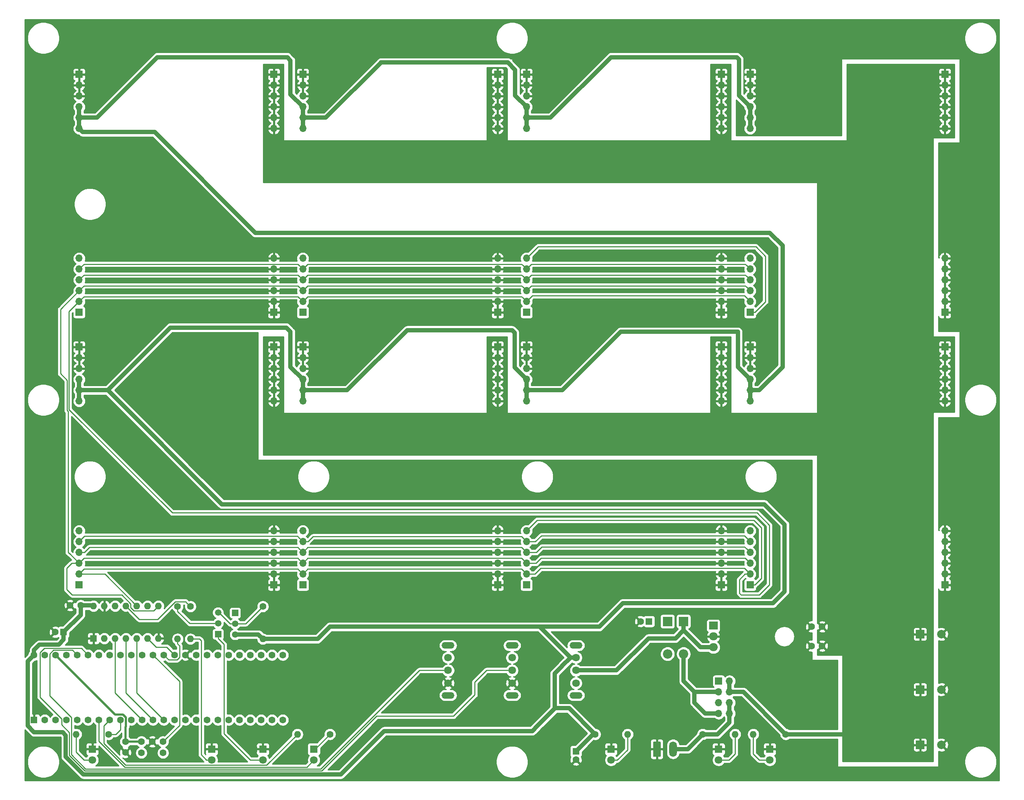
<source format=gbr>
G04 #@! TF.GenerationSoftware,KiCad,Pcbnew,(5.1.2-1)-1*
G04 #@! TF.CreationDate,2020-06-20T16:10:32-05:00*
G04 #@! TF.ProjectId,ShiftDriverMotherboard64,53686966-7444-4726-9976-65724d6f7468,rev?*
G04 #@! TF.SameCoordinates,Original*
G04 #@! TF.FileFunction,Copper,L1,Top*
G04 #@! TF.FilePolarity,Positive*
%FSLAX46Y46*%
G04 Gerber Fmt 4.6, Leading zero omitted, Abs format (unit mm)*
G04 Created by KiCad (PCBNEW (5.1.2-1)-1) date 2020-06-20 16:10:32*
%MOMM*%
%LPD*%
G04 APERTURE LIST*
%ADD10C,2.400000*%
%ADD11C,2.100000*%
%ADD12R,1.700000X1.700000*%
%ADD13O,1.700000X1.700000*%
%ADD14C,1.600000*%
%ADD15R,1.600000X1.600000*%
%ADD16O,1.600000X1.600000*%
%ADD17O,2.200000X2.200000*%
%ADD18R,2.200000X2.200000*%
%ADD19R,1.800000X1.800000*%
%ADD20C,1.800000*%
%ADD21C,0.100000*%
%ADD22O,1.800000X3.600000*%
%ADD23C,1.500000*%
%ADD24R,1.500000X1.500000*%
%ADD25O,3.000000X1.500000*%
%ADD26R,2.000000X1.905000*%
%ADD27O,2.000000X1.905000*%
%ADD28C,2.000000*%
%ADD29R,2.000000X2.000000*%
%ADD30C,1.000000*%
%ADD31C,0.250000*%
%ADD32C,0.500000*%
%ADD33C,0.254000*%
G04 APERTURE END LIST*
D10*
X207420000Y-182250000D03*
X199800000Y-182250000D03*
D11*
X207420000Y-170620000D03*
X207420000Y-168080000D03*
X207420000Y-163000000D03*
X199800000Y-170620000D03*
X199800000Y-168080000D03*
X199800000Y-163000000D03*
D12*
X174110000Y-87540000D03*
D13*
X174110000Y-138340000D03*
X174110000Y-95160000D03*
X174110000Y-100240000D03*
X174110000Y-97700000D03*
X174110000Y-140880000D03*
D12*
X174110000Y-143420000D03*
D13*
X174110000Y-135800000D03*
X174110000Y-130720000D03*
X174110000Y-133260000D03*
X174110000Y-90080000D03*
X174110000Y-92620000D03*
D12*
X128390000Y-143420000D03*
D13*
X128390000Y-135800000D03*
X128390000Y-130720000D03*
X128390000Y-133260000D03*
X128390000Y-140880000D03*
X128390000Y-138340000D03*
X128390000Y-90080000D03*
D12*
X128390000Y-87540000D03*
D13*
X128390000Y-100240000D03*
X128390000Y-92620000D03*
X128390000Y-95160000D03*
X128390000Y-97700000D03*
D12*
X69110000Y-87540000D03*
D13*
X69110000Y-138340000D03*
X69110000Y-95160000D03*
X69110000Y-100240000D03*
X69110000Y-97700000D03*
X69110000Y-140880000D03*
D12*
X69110000Y-143420000D03*
D13*
X69110000Y-135800000D03*
X69110000Y-130720000D03*
X69110000Y-133260000D03*
X69110000Y-90080000D03*
X69110000Y-92620000D03*
D12*
X23390000Y-143420000D03*
D13*
X23390000Y-135800000D03*
X23390000Y-130720000D03*
X23390000Y-133260000D03*
X23390000Y-140880000D03*
X23390000Y-138340000D03*
X23390000Y-90080000D03*
D12*
X23390000Y-87540000D03*
D13*
X23390000Y-100240000D03*
X23390000Y-92620000D03*
X23390000Y-95160000D03*
X23390000Y-97700000D03*
D12*
X174110000Y-23540000D03*
D13*
X174110000Y-74340000D03*
X174110000Y-31160000D03*
X174110000Y-36240000D03*
X174110000Y-33700000D03*
X174110000Y-76880000D03*
D12*
X174110000Y-79420000D03*
D13*
X174110000Y-71800000D03*
X174110000Y-66720000D03*
X174110000Y-69260000D03*
X174110000Y-26080000D03*
X174110000Y-28620000D03*
D12*
X128390000Y-79420000D03*
D13*
X128390000Y-71800000D03*
X128390000Y-66720000D03*
X128390000Y-69260000D03*
X128390000Y-76880000D03*
X128390000Y-74340000D03*
X128390000Y-26080000D03*
D12*
X128390000Y-23540000D03*
D13*
X128390000Y-36240000D03*
X128390000Y-28620000D03*
X128390000Y-31160000D03*
X128390000Y-33700000D03*
D12*
X69110000Y-23540000D03*
D13*
X69110000Y-74340000D03*
X69110000Y-31160000D03*
X69110000Y-36240000D03*
X69110000Y-33700000D03*
X69110000Y-76880000D03*
D12*
X69110000Y-79420000D03*
D13*
X69110000Y-71800000D03*
X69110000Y-66720000D03*
X69110000Y-69260000D03*
X69110000Y-26080000D03*
X69110000Y-28620000D03*
D12*
X23390000Y-79420000D03*
D13*
X23390000Y-71800000D03*
X23390000Y-66720000D03*
X23390000Y-69260000D03*
X23390000Y-76880000D03*
X23390000Y-74340000D03*
X23390000Y-26080000D03*
D12*
X23390000Y-23540000D03*
D13*
X23390000Y-36240000D03*
X23390000Y-28620000D03*
X23390000Y-31160000D03*
X23390000Y-33700000D03*
D14*
X53430000Y-175120000D03*
X55970000Y-175120000D03*
X58510000Y-175120000D03*
X61050000Y-175120000D03*
X50890000Y-175120000D03*
X48350000Y-175120000D03*
X45810000Y-175120000D03*
X63590000Y-175120000D03*
X66130000Y-175120000D03*
X68670000Y-175120000D03*
X71210000Y-175120000D03*
X71210000Y-159880000D03*
X68670000Y-159880000D03*
X66130000Y-159880000D03*
X63590000Y-159880000D03*
X61050000Y-159880000D03*
X58510000Y-159880000D03*
X55970000Y-159880000D03*
X53430000Y-159880000D03*
X43270000Y-175120000D03*
X40730000Y-175120000D03*
X38190000Y-175120000D03*
X35650000Y-175120000D03*
X33110000Y-175120000D03*
X30570000Y-175120000D03*
X28030000Y-175120000D03*
X25490000Y-175120000D03*
X22950000Y-175120000D03*
X20410000Y-175120000D03*
X17870000Y-175120000D03*
X15330000Y-175120000D03*
D15*
X12790000Y-175120000D03*
D14*
X50890000Y-159880000D03*
X48350000Y-159880000D03*
X45810000Y-159880000D03*
X43270000Y-159880000D03*
X40730000Y-159880000D03*
X38190000Y-159880000D03*
X35650000Y-159880000D03*
X33110000Y-159880000D03*
X30570000Y-159880000D03*
X28030000Y-159880000D03*
X25490000Y-159880000D03*
X22950000Y-159880000D03*
X20410000Y-159880000D03*
X17870000Y-159880000D03*
X15330000Y-159880000D03*
X12790000Y-159880000D03*
D15*
X26750000Y-156000000D03*
D16*
X41990000Y-148380000D03*
X29290000Y-156000000D03*
X39450000Y-148380000D03*
X31830000Y-156000000D03*
X36910000Y-148380000D03*
X34370000Y-156000000D03*
X34370000Y-148380000D03*
X36910000Y-156000000D03*
X31830000Y-148380000D03*
X39450000Y-156000000D03*
X29290000Y-148380000D03*
X41990000Y-156000000D03*
X26750000Y-148380000D03*
D14*
X38000000Y-180250000D03*
X40540000Y-180250000D03*
X43080000Y-180250000D03*
X38000000Y-182875000D03*
X43080000Y-182875000D03*
D15*
X140000000Y-182500000D03*
D14*
X140000000Y-184500000D03*
X21250000Y-148250000D03*
X23750000Y-148250000D03*
X197800000Y-153250000D03*
X195300000Y-153250000D03*
X155150000Y-152000000D03*
D15*
X157150000Y-152000000D03*
D17*
X165250000Y-159620000D03*
D18*
X165250000Y-152000000D03*
D19*
X148250000Y-182000000D03*
D20*
X148250000Y-184540000D03*
D19*
X185500000Y-182000000D03*
D20*
X185500000Y-184540000D03*
X54500000Y-184540000D03*
D19*
X54500000Y-182000000D03*
D20*
X66500000Y-184540000D03*
D19*
X66500000Y-182000000D03*
D18*
X161500000Y-152000000D03*
D17*
X161500000Y-159620000D03*
D20*
X26500000Y-184540000D03*
D19*
X26500000Y-182000000D03*
X78500000Y-182000000D03*
D20*
X78500000Y-184540000D03*
D12*
X173500000Y-166000000D03*
D13*
X176040000Y-166000000D03*
X173500000Y-168540000D03*
X176040000Y-168540000D03*
X173500000Y-171080000D03*
X176040000Y-171080000D03*
X173500000Y-173620000D03*
X176040000Y-173620000D03*
D21*
G36*
X159674504Y-180201204D02*
G01*
X159698773Y-180204804D01*
X159722571Y-180210765D01*
X159745671Y-180219030D01*
X159767849Y-180229520D01*
X159788893Y-180242133D01*
X159808598Y-180256747D01*
X159826777Y-180273223D01*
X159843253Y-180291402D01*
X159857867Y-180311107D01*
X159870480Y-180332151D01*
X159880970Y-180354329D01*
X159889235Y-180377429D01*
X159895196Y-180401227D01*
X159898796Y-180425496D01*
X159900000Y-180450000D01*
X159900000Y-183550000D01*
X159898796Y-183574504D01*
X159895196Y-183598773D01*
X159889235Y-183622571D01*
X159880970Y-183645671D01*
X159870480Y-183667849D01*
X159857867Y-183688893D01*
X159843253Y-183708598D01*
X159826777Y-183726777D01*
X159808598Y-183743253D01*
X159788893Y-183757867D01*
X159767849Y-183770480D01*
X159745671Y-183780970D01*
X159722571Y-183789235D01*
X159698773Y-183795196D01*
X159674504Y-183798796D01*
X159650000Y-183800000D01*
X158350000Y-183800000D01*
X158325496Y-183798796D01*
X158301227Y-183795196D01*
X158277429Y-183789235D01*
X158254329Y-183780970D01*
X158232151Y-183770480D01*
X158211107Y-183757867D01*
X158191402Y-183743253D01*
X158173223Y-183726777D01*
X158156747Y-183708598D01*
X158142133Y-183688893D01*
X158129520Y-183667849D01*
X158119030Y-183645671D01*
X158110765Y-183622571D01*
X158104804Y-183598773D01*
X158101204Y-183574504D01*
X158100000Y-183550000D01*
X158100000Y-180450000D01*
X158101204Y-180425496D01*
X158104804Y-180401227D01*
X158110765Y-180377429D01*
X158119030Y-180354329D01*
X158129520Y-180332151D01*
X158142133Y-180311107D01*
X158156747Y-180291402D01*
X158173223Y-180273223D01*
X158191402Y-180256747D01*
X158211107Y-180242133D01*
X158232151Y-180229520D01*
X158254329Y-180219030D01*
X158277429Y-180210765D01*
X158301227Y-180204804D01*
X158325496Y-180201204D01*
X158350000Y-180200000D01*
X159650000Y-180200000D01*
X159674504Y-180201204D01*
X159674504Y-180201204D01*
G37*
D20*
X159000000Y-182000000D03*
D22*
X162810000Y-182000000D03*
X162810000Y-182000000D03*
D21*
G36*
X159674504Y-180201204D02*
G01*
X159698773Y-180204804D01*
X159722571Y-180210765D01*
X159745671Y-180219030D01*
X159767849Y-180229520D01*
X159788893Y-180242133D01*
X159808598Y-180256747D01*
X159826777Y-180273223D01*
X159843253Y-180291402D01*
X159857867Y-180311107D01*
X159870480Y-180332151D01*
X159880970Y-180354329D01*
X159889235Y-180377429D01*
X159895196Y-180401227D01*
X159898796Y-180425496D01*
X159900000Y-180450000D01*
X159900000Y-183550000D01*
X159898796Y-183574504D01*
X159895196Y-183598773D01*
X159889235Y-183622571D01*
X159880970Y-183645671D01*
X159870480Y-183667849D01*
X159857867Y-183688893D01*
X159843253Y-183708598D01*
X159826777Y-183726777D01*
X159808598Y-183743253D01*
X159788893Y-183757867D01*
X159767849Y-183770480D01*
X159745671Y-183780970D01*
X159722571Y-183789235D01*
X159698773Y-183795196D01*
X159674504Y-183798796D01*
X159650000Y-183800000D01*
X158350000Y-183800000D01*
X158325496Y-183798796D01*
X158301227Y-183795196D01*
X158277429Y-183789235D01*
X158254329Y-183780970D01*
X158232151Y-183770480D01*
X158211107Y-183757867D01*
X158191402Y-183743253D01*
X158173223Y-183726777D01*
X158156747Y-183708598D01*
X158142133Y-183688893D01*
X158129520Y-183667849D01*
X158119030Y-183645671D01*
X158110765Y-183622571D01*
X158104804Y-183598773D01*
X158101204Y-183574504D01*
X158100000Y-183550000D01*
X158100000Y-180450000D01*
X158101204Y-180425496D01*
X158104804Y-180401227D01*
X158110765Y-180377429D01*
X158119030Y-180354329D01*
X158129520Y-180332151D01*
X158142133Y-180311107D01*
X158156747Y-180291402D01*
X158173223Y-180273223D01*
X158191402Y-180256747D01*
X158211107Y-180242133D01*
X158232151Y-180229520D01*
X158254329Y-180219030D01*
X158277429Y-180210765D01*
X158301227Y-180204804D01*
X158325496Y-180201204D01*
X158350000Y-180200000D01*
X159650000Y-180200000D01*
X159674504Y-180201204D01*
X159674504Y-180201204D01*
G37*
D20*
X159000000Y-182000000D03*
D23*
X56000000Y-152460000D03*
X56000000Y-149920000D03*
D24*
X56000000Y-155000000D03*
X60000000Y-150000000D03*
D23*
X60000000Y-155080000D03*
X60000000Y-152540000D03*
D14*
X66500000Y-148500000D03*
D16*
X66500000Y-156120000D03*
D14*
X144500000Y-178500000D03*
D16*
X152120000Y-178500000D03*
D14*
X189250000Y-178500000D03*
D16*
X181630000Y-178500000D03*
X49500000Y-156120000D03*
D14*
X49500000Y-148500000D03*
X46500000Y-148500000D03*
D16*
X46500000Y-156120000D03*
X22680000Y-178500000D03*
D14*
X30300000Y-178500000D03*
D16*
X74630000Y-178500000D03*
D14*
X82250000Y-178500000D03*
D25*
X140000000Y-157650000D03*
X140000000Y-169350000D03*
D20*
X140000000Y-166500000D03*
X140000000Y-163500000D03*
X140000000Y-160500000D03*
X110000000Y-160500000D03*
X110000000Y-163500000D03*
X110000000Y-166500000D03*
D25*
X110000000Y-169350000D03*
X110000000Y-157650000D03*
D20*
X125000000Y-160500000D03*
X125000000Y-163500000D03*
X125000000Y-166500000D03*
D25*
X125000000Y-169350000D03*
X125000000Y-157650000D03*
D26*
X172250000Y-153000000D03*
D27*
X172250000Y-155540000D03*
X172250000Y-158080000D03*
D14*
X195300000Y-157750000D03*
X197800000Y-157750000D03*
D28*
X225800000Y-155000000D03*
D29*
X220800000Y-155000000D03*
D28*
X225800000Y-181000000D03*
D29*
X220800000Y-181000000D03*
X220800000Y-168000000D03*
D28*
X225800000Y-168000000D03*
D19*
X173500000Y-182000000D03*
D20*
X173500000Y-184540000D03*
D14*
X169750000Y-178500000D03*
D16*
X177370000Y-178500000D03*
D15*
X19750000Y-154500000D03*
D14*
X17750000Y-154500000D03*
X34250000Y-182750000D03*
X34250000Y-180250000D03*
D13*
X75890000Y-33700000D03*
X75890000Y-31160000D03*
X75890000Y-28620000D03*
X75890000Y-36240000D03*
D12*
X75890000Y-23540000D03*
D13*
X75890000Y-26080000D03*
X75890000Y-74340000D03*
X75890000Y-76880000D03*
X75890000Y-69260000D03*
X75890000Y-66720000D03*
X75890000Y-71800000D03*
D12*
X75890000Y-79420000D03*
D13*
X121610000Y-28620000D03*
X121610000Y-26080000D03*
X121610000Y-69260000D03*
X121610000Y-66720000D03*
X121610000Y-71800000D03*
D12*
X121610000Y-79420000D03*
D13*
X121610000Y-76880000D03*
X121610000Y-33700000D03*
X121610000Y-36240000D03*
X121610000Y-31160000D03*
X121610000Y-74340000D03*
D12*
X121610000Y-23540000D03*
D13*
X180890000Y-33700000D03*
X180890000Y-31160000D03*
X180890000Y-28620000D03*
X180890000Y-36240000D03*
D12*
X180890000Y-23540000D03*
D13*
X180890000Y-26080000D03*
X180890000Y-74340000D03*
X180890000Y-76880000D03*
X180890000Y-69260000D03*
X180890000Y-66720000D03*
X180890000Y-71800000D03*
D12*
X180890000Y-79420000D03*
D13*
X226610000Y-28620000D03*
X226610000Y-26080000D03*
X226610000Y-69260000D03*
X226610000Y-66720000D03*
X226610000Y-71800000D03*
D12*
X226610000Y-79420000D03*
D13*
X226610000Y-76880000D03*
X226610000Y-33700000D03*
X226610000Y-36240000D03*
X226610000Y-31160000D03*
X226610000Y-74340000D03*
D12*
X226610000Y-23540000D03*
D13*
X75890000Y-97700000D03*
X75890000Y-95160000D03*
X75890000Y-92620000D03*
X75890000Y-100240000D03*
D12*
X75890000Y-87540000D03*
D13*
X75890000Y-90080000D03*
X75890000Y-138340000D03*
X75890000Y-140880000D03*
X75890000Y-133260000D03*
X75890000Y-130720000D03*
X75890000Y-135800000D03*
D12*
X75890000Y-143420000D03*
D13*
X121610000Y-92620000D03*
X121610000Y-90080000D03*
X121610000Y-133260000D03*
X121610000Y-130720000D03*
X121610000Y-135800000D03*
D12*
X121610000Y-143420000D03*
D13*
X121610000Y-140880000D03*
X121610000Y-97700000D03*
X121610000Y-100240000D03*
X121610000Y-95160000D03*
X121610000Y-138340000D03*
D12*
X121610000Y-87540000D03*
D13*
X180890000Y-97700000D03*
X180890000Y-95160000D03*
X180890000Y-92620000D03*
X180890000Y-100240000D03*
D12*
X180890000Y-87540000D03*
D13*
X180890000Y-90080000D03*
X180890000Y-138340000D03*
X180890000Y-140880000D03*
X180890000Y-133260000D03*
X180890000Y-130720000D03*
X180890000Y-135800000D03*
D12*
X180890000Y-143420000D03*
D13*
X226610000Y-92620000D03*
X226610000Y-90080000D03*
X226610000Y-133260000D03*
X226610000Y-130720000D03*
X226610000Y-135800000D03*
D12*
X226610000Y-143420000D03*
D13*
X226610000Y-140880000D03*
X226610000Y-97700000D03*
X226610000Y-100240000D03*
X226610000Y-95160000D03*
X226610000Y-138340000D03*
D12*
X226610000Y-87540000D03*
D30*
X138727208Y-160500000D02*
X136750000Y-162477208D01*
X140000000Y-160500000D02*
X138727208Y-160500000D01*
X144000000Y-178500000D02*
X140000000Y-182500000D01*
X144500000Y-178500000D02*
X144000000Y-178500000D01*
X65460000Y-155080000D02*
X66500000Y-156120000D01*
X60000000Y-155080000D02*
X65460000Y-155080000D01*
X11990001Y-160679999D02*
X12790000Y-159880000D01*
X11289999Y-176480001D02*
X11289999Y-161380001D01*
X12809998Y-178000000D02*
X11289999Y-176480001D01*
X19500000Y-178000000D02*
X12809998Y-178000000D01*
X20259983Y-178759983D02*
X19500000Y-178000000D01*
X11289999Y-161380001D02*
X11990001Y-160679999D01*
X24386888Y-187940038D02*
X20259983Y-183813131D01*
X84809961Y-187940039D02*
X24386888Y-187940038D01*
X20259983Y-183813131D02*
X20259983Y-178759983D01*
X23750000Y-150500000D02*
X19750000Y-154500000D01*
X23750000Y-148250000D02*
X23750000Y-150500000D01*
X26620000Y-148250000D02*
X26750000Y-148380000D01*
X23750000Y-148250000D02*
X26620000Y-148250000D01*
X14058650Y-157479980D02*
X12790000Y-158748630D01*
X19750000Y-156300000D02*
X18570020Y-157479980D01*
X12790000Y-158748630D02*
X12790000Y-159880000D01*
X18570020Y-157479980D02*
X14058650Y-157479980D01*
X19750000Y-154500000D02*
X19750000Y-156300000D01*
X95000000Y-177750000D02*
X94875000Y-177875000D01*
X94875000Y-177875000D02*
X84809961Y-187940039D01*
X129750000Y-177750000D02*
X95000000Y-177750000D01*
X131000000Y-176500000D02*
X129750000Y-177750000D01*
X136750000Y-162477208D02*
X136750000Y-162500000D01*
X136750000Y-162500000D02*
X135000000Y-164250000D01*
X135000000Y-172250000D02*
X135125000Y-172375000D01*
X135000000Y-164250000D02*
X135000000Y-172250000D01*
X135125000Y-172375000D02*
X131000000Y-176500000D01*
X138375000Y-172375000D02*
X144500000Y-178500000D01*
X135125000Y-172375000D02*
X138375000Y-172375000D01*
X66500000Y-156120000D02*
X79380000Y-156120000D01*
X79380000Y-156120000D02*
X82250000Y-153250000D01*
X131477208Y-153250000D02*
X138727208Y-160500000D01*
X82250000Y-153250000D02*
X131477208Y-153250000D01*
X180890000Y-31160000D02*
X180890000Y-36240000D01*
X180890000Y-31160000D02*
X178250000Y-28520000D01*
X178250000Y-28520000D02*
X178250000Y-20000000D01*
X178250000Y-20000000D02*
X177750000Y-19500000D01*
X177750000Y-19500000D02*
X148250000Y-19500000D01*
X134050000Y-33700000D02*
X128390000Y-33700000D01*
X148250000Y-19500000D02*
X134050000Y-33700000D01*
X128390000Y-31160000D02*
X128390000Y-36240000D01*
X81300000Y-33700000D02*
X75890000Y-33700000D01*
X75890000Y-31160000D02*
X75890000Y-36240000D01*
X75890000Y-31160000D02*
X73000000Y-28270000D01*
X73000000Y-28270000D02*
X73000000Y-20250000D01*
X73000000Y-20250000D02*
X72250000Y-19500000D01*
X72250000Y-19500000D02*
X41750000Y-19500000D01*
X27550000Y-33700000D02*
X23390000Y-33700000D01*
X41750000Y-19500000D02*
X27550000Y-33700000D01*
X23390000Y-31160000D02*
X23390000Y-36240000D01*
X94250000Y-20750000D02*
X94125000Y-20875000D01*
X124000000Y-20750000D02*
X94250000Y-20750000D01*
X128390000Y-31160000D02*
X125750000Y-28520000D01*
X125750000Y-22500000D02*
X124000000Y-20750000D01*
X125750000Y-28520000D02*
X125750000Y-22500000D01*
X94125000Y-20875000D02*
X81300000Y-33700000D01*
X24239999Y-37089999D02*
X41089999Y-37089999D01*
X23390000Y-36240000D02*
X24239999Y-37089999D01*
X41089999Y-37089999D02*
X64750000Y-60750000D01*
X64750000Y-60750000D02*
X185500000Y-60750000D01*
X185500000Y-60750000D02*
X188500000Y-63750000D01*
X188500000Y-63750000D02*
X188500000Y-92250000D01*
X183050000Y-97700000D02*
X180890000Y-97700000D01*
X188500000Y-92250000D02*
X183050000Y-97700000D01*
X180890000Y-95160000D02*
X180890000Y-100240000D01*
X150500000Y-84000000D02*
X136800000Y-97700000D01*
X136800000Y-97700000D02*
X128390000Y-97700000D01*
X178000000Y-84000000D02*
X150500000Y-84000000D01*
X178000000Y-92270000D02*
X178000000Y-84000000D01*
X180890000Y-95160000D02*
X178000000Y-92270000D01*
X128390000Y-95160000D02*
X128390000Y-100240000D01*
X128390000Y-95160000D02*
X125600000Y-92370000D01*
X125600000Y-92370000D02*
X125600000Y-84200000D01*
X125600000Y-84200000D02*
X125000000Y-83600000D01*
X125000000Y-83600000D02*
X100400000Y-83600000D01*
X86300000Y-97700000D02*
X75890000Y-97700000D01*
X100400000Y-83600000D02*
X86300000Y-97700000D01*
X75890000Y-95160000D02*
X75890000Y-100240000D01*
X75890000Y-95160000D02*
X73000000Y-92270000D01*
X73000000Y-92270000D02*
X73000000Y-84000000D01*
X73000000Y-84000000D02*
X72000000Y-83000000D01*
X72000000Y-83000000D02*
X44800000Y-83000000D01*
X30100000Y-97700000D02*
X23390000Y-97700000D01*
X44800000Y-83000000D02*
X30100000Y-97700000D01*
X23390000Y-95160000D02*
X23390000Y-100240000D01*
X56900000Y-124500000D02*
X30100000Y-97700000D01*
X184250000Y-124500000D02*
X56900000Y-124500000D01*
X189000000Y-129250000D02*
X184250000Y-124500000D01*
X145500000Y-153250000D02*
X151000000Y-147750000D01*
X189000000Y-145000000D02*
X189000000Y-129250000D01*
X186250000Y-147750000D02*
X189000000Y-145000000D01*
X151000000Y-147750000D02*
X186250000Y-147750000D01*
X131477208Y-153250000D02*
X145500000Y-153250000D01*
X203670000Y-178500000D02*
X207420000Y-182250000D01*
X189250000Y-178500000D02*
X203670000Y-178500000D01*
X176040000Y-166000000D02*
X176040000Y-168540000D01*
X179290000Y-168540000D02*
X189250000Y-178500000D01*
X176040000Y-168540000D02*
X179290000Y-168540000D01*
X173500000Y-168540000D02*
X167790000Y-168540000D01*
X165250000Y-166000000D02*
X167790000Y-168540000D01*
X165250000Y-159620000D02*
X165250000Y-166000000D01*
X167790000Y-168540000D02*
X167790000Y-171040000D01*
X170370000Y-173620000D02*
X173500000Y-173620000D01*
X167790000Y-171040000D02*
X170370000Y-173620000D01*
X170250000Y-158080000D02*
X172250000Y-158080000D01*
X169230000Y-158080000D02*
X170250000Y-158080000D01*
X165250000Y-154100000D02*
X169230000Y-158080000D01*
X165250000Y-152000000D02*
X165250000Y-154100000D01*
X140000000Y-163500000D02*
X149500000Y-163500000D01*
X149500000Y-163500000D02*
X157000000Y-156000000D01*
X163350000Y-156000000D02*
X165250000Y-154100000D01*
X157000000Y-156000000D02*
X163350000Y-156000000D01*
D31*
X152120000Y-182130000D02*
X149710000Y-184540000D01*
X149710000Y-184540000D02*
X148250000Y-184540000D01*
X152120000Y-178500000D02*
X152120000Y-182130000D01*
X181630000Y-183130000D02*
X181630000Y-178500000D01*
X183040000Y-184540000D02*
X181630000Y-183130000D01*
X185500000Y-184540000D02*
X183040000Y-184540000D01*
X51620000Y-156120000D02*
X49500000Y-156120000D01*
X52015001Y-156515001D02*
X51620000Y-156120000D01*
X52015001Y-183265001D02*
X52015001Y-156515001D01*
X54500000Y-184540000D02*
X53227208Y-184540000D01*
X53187208Y-184437208D02*
X52015001Y-183265001D01*
X53187208Y-184500000D02*
X53187208Y-184437208D01*
X53227208Y-184540000D02*
X53187208Y-184500000D01*
X57384999Y-157384999D02*
X57384999Y-178384999D01*
X56000000Y-156000000D02*
X57384999Y-157384999D01*
X56000000Y-155000000D02*
X56000000Y-156000000D01*
X63540000Y-184540000D02*
X66500000Y-184540000D01*
X57384999Y-178384999D02*
X63540000Y-184540000D01*
X24540000Y-184540000D02*
X26500000Y-184540000D01*
X22680000Y-182680000D02*
X24540000Y-184540000D01*
X22680000Y-178500000D02*
X22680000Y-182680000D01*
X78750000Y-182000000D02*
X78500000Y-182000000D01*
X82250000Y-178500000D02*
X78750000Y-182000000D01*
X67364999Y-185765001D02*
X34265001Y-185765001D01*
X74630000Y-178500000D02*
X67364999Y-185765001D01*
X29174999Y-180674999D02*
X29174999Y-176515001D01*
X29770001Y-175919999D02*
X30570000Y-175120000D01*
X29174999Y-176515001D02*
X29770001Y-175919999D01*
X34265001Y-185765001D02*
X29174999Y-180674999D01*
X49328630Y-152460000D02*
X54939340Y-152460000D01*
X54939340Y-152460000D02*
X56000000Y-152460000D01*
X46500000Y-149631370D02*
X49328630Y-152460000D01*
X46500000Y-148500000D02*
X46500000Y-149631370D01*
X56170000Y-149920000D02*
X56000000Y-149920000D01*
X58790000Y-152540000D02*
X56170000Y-149920000D01*
X60000000Y-152540000D02*
X58790000Y-152540000D01*
X62460000Y-152540000D02*
X66500000Y-148500000D01*
X60000000Y-152540000D02*
X62460000Y-152540000D01*
X74630000Y-132000000D02*
X75040001Y-132410001D01*
X24650000Y-132000000D02*
X74630000Y-132000000D01*
X75040001Y-132410001D02*
X75890000Y-133260000D01*
X23390000Y-133260000D02*
X24650000Y-132000000D01*
X127540001Y-68410001D02*
X128390000Y-69260000D01*
X127214999Y-68084999D02*
X127540001Y-68410001D01*
X77065001Y-68084999D02*
X127214999Y-68084999D01*
X75890000Y-69260000D02*
X77065001Y-68084999D01*
X75040001Y-68410001D02*
X75890000Y-69260000D01*
X74714999Y-68084999D02*
X75040001Y-68410001D01*
X24565001Y-68084999D02*
X74714999Y-68084999D01*
X23390000Y-69260000D02*
X24565001Y-68084999D01*
X179525001Y-131895001D02*
X180040001Y-132410001D01*
X131854999Y-131895001D02*
X179525001Y-131895001D01*
X130490000Y-133260000D02*
X131854999Y-131895001D01*
X180040001Y-132410001D02*
X180890000Y-133260000D01*
X128390000Y-133260000D02*
X130490000Y-133260000D01*
X127540001Y-132410001D02*
X128390000Y-133260000D01*
X127214999Y-132084999D02*
X127540001Y-132410001D01*
X78267082Y-132084999D02*
X127214999Y-132084999D01*
X77092081Y-133260000D02*
X78267082Y-132084999D01*
X75890000Y-133260000D02*
X77092081Y-133260000D01*
X179714999Y-68084999D02*
X180040001Y-68410001D01*
X129565001Y-68084999D02*
X179714999Y-68084999D01*
X180040001Y-68410001D02*
X180890000Y-69260000D01*
X128390000Y-69260000D02*
X129565001Y-68084999D01*
X48700001Y-147700001D02*
X49500000Y-148500000D01*
X34370000Y-148380000D02*
X37490000Y-151500000D01*
X48374999Y-147374999D02*
X48700001Y-147700001D01*
X45959999Y-147374999D02*
X48374999Y-147374999D01*
X41834998Y-151500000D02*
X45959999Y-147374999D01*
X37490000Y-151500000D02*
X41834998Y-151500000D01*
X127214999Y-134624999D02*
X127540001Y-134950001D01*
X127540001Y-134950001D02*
X128390000Y-135800000D01*
X77065001Y-134624999D02*
X127214999Y-134624999D01*
X75890000Y-135800000D02*
X77065001Y-134624999D01*
X180040001Y-134950001D02*
X180890000Y-135800000D01*
X179590000Y-134500000D02*
X180040001Y-134950001D01*
X75040001Y-134950001D02*
X75890000Y-135800000D01*
X74714999Y-134624999D02*
X75040001Y-134950001D01*
X25767082Y-134624999D02*
X74714999Y-134624999D01*
X24592081Y-135800000D02*
X25767082Y-134624999D01*
X23390000Y-135800000D02*
X24592081Y-135800000D01*
X180040001Y-70950001D02*
X180890000Y-71800000D01*
X179714999Y-70624999D02*
X180040001Y-70950001D01*
X129565001Y-70624999D02*
X179714999Y-70624999D01*
X128390000Y-71800000D02*
X129565001Y-70624999D01*
X127214999Y-70624999D02*
X127540001Y-70950001D01*
X77065001Y-70624999D02*
X127214999Y-70624999D01*
X127540001Y-70950001D02*
X128390000Y-71800000D01*
X75890000Y-71800000D02*
X77065001Y-70624999D01*
X75040001Y-70950001D02*
X75890000Y-71800000D01*
X74714999Y-70624999D02*
X75040001Y-70950001D01*
X24565001Y-70624999D02*
X74714999Y-70624999D01*
X23390000Y-71800000D02*
X24565001Y-70624999D01*
X130700000Y-135800000D02*
X132000000Y-134500000D01*
X128390000Y-135800000D02*
X130700000Y-135800000D01*
X132000000Y-134500000D02*
X179590000Y-134500000D01*
X46350001Y-161005001D02*
X46935001Y-160420001D01*
X46935001Y-160420001D02*
X46935001Y-157686371D01*
X44395001Y-161005001D02*
X46350001Y-161005001D01*
X46935001Y-157686371D02*
X46500000Y-157251370D01*
X46500000Y-157251370D02*
X46500000Y-156120000D01*
X43270000Y-159880000D02*
X44395001Y-161005001D01*
X33110000Y-175120000D02*
X33110000Y-177390000D01*
X33110000Y-177390000D02*
X32000000Y-178500000D01*
X32000000Y-178500000D02*
X30300000Y-178500000D01*
X28030000Y-180166410D02*
X28030000Y-176251370D01*
X34078600Y-186215010D02*
X28030000Y-180166410D01*
X76824989Y-186215011D02*
X34078600Y-186215010D01*
X28030000Y-176251370D02*
X28030000Y-175120000D01*
X78500000Y-184540000D02*
X76824989Y-186215011D01*
X103250000Y-163500000D02*
X110000000Y-163500000D01*
X80084981Y-186665019D02*
X103250000Y-163500000D01*
X24915019Y-186665019D02*
X80084981Y-186665019D01*
X21535001Y-174579999D02*
X21535001Y-183285001D01*
X21824999Y-158754999D02*
X17329999Y-158754999D01*
X16455001Y-169499999D02*
X21535001Y-174579999D01*
X17329999Y-158754999D02*
X16455001Y-159629997D01*
X21535001Y-183285001D02*
X24915019Y-186665019D01*
X16455001Y-159629997D02*
X16455001Y-169499999D01*
X22950000Y-159880000D02*
X21824999Y-158754999D01*
X116250000Y-166250000D02*
X119000000Y-163500000D01*
X21084992Y-183471402D02*
X24728619Y-187115029D01*
X119000000Y-163500000D02*
X125000000Y-163500000D01*
X21084991Y-178084991D02*
X21084992Y-183471402D01*
X15240008Y-158304990D02*
X14204999Y-159339999D01*
X19284999Y-174869997D02*
X19284999Y-176284999D01*
X14204999Y-169789997D02*
X19284999Y-174869997D01*
X14204999Y-159339999D02*
X14204999Y-169789997D01*
X23914990Y-158304990D02*
X15240008Y-158304990D01*
X19284999Y-176284999D02*
X21084991Y-178084991D01*
X25490000Y-159880000D02*
X23914990Y-158304990D01*
X116250000Y-166250000D02*
X116250000Y-169250000D01*
X116250000Y-169250000D02*
X111250000Y-174250000D01*
X111250000Y-174250000D02*
X93230058Y-174250000D01*
X93230058Y-174250000D02*
X80365029Y-187115029D01*
X24728619Y-187115029D02*
X80365029Y-187115029D01*
X77065001Y-139704999D02*
X127214999Y-139704999D01*
X127540001Y-140030001D02*
X128390000Y-140880000D01*
X127214999Y-139704999D02*
X127540001Y-140030001D01*
X75890000Y-140880000D02*
X77065001Y-139704999D01*
X75040001Y-140030001D02*
X75890000Y-140880000D01*
X74714999Y-139704999D02*
X75040001Y-140030001D01*
X24565001Y-139704999D02*
X74714999Y-139704999D01*
X23390000Y-140880000D02*
X24565001Y-139704999D01*
X180040001Y-76030001D02*
X180890000Y-76880000D01*
X179525001Y-75515001D02*
X180040001Y-76030001D01*
X129754999Y-75515001D02*
X179525001Y-75515001D01*
X128390000Y-76880000D02*
X129754999Y-75515001D01*
X127540001Y-76030001D02*
X128390000Y-76880000D01*
X127214999Y-75704999D02*
X127540001Y-76030001D01*
X77065001Y-75704999D02*
X127214999Y-75704999D01*
X75890000Y-76880000D02*
X77065001Y-75704999D01*
X75040001Y-76030001D02*
X75890000Y-76880000D01*
X74714999Y-75704999D02*
X75040001Y-76030001D01*
X24565001Y-75704999D02*
X74714999Y-75704999D01*
X23390000Y-76880000D02*
X24565001Y-75704999D01*
X29410000Y-140880000D02*
X23390000Y-140880000D01*
X36910000Y-148380000D02*
X29410000Y-140880000D01*
X180890000Y-140880000D02*
X179525001Y-139515001D01*
X130370000Y-140880000D02*
X131734999Y-139515001D01*
X128390000Y-140880000D02*
X130370000Y-140880000D01*
X179525001Y-139515001D02*
X131734999Y-139515001D01*
X183000000Y-145800000D02*
X185400000Y-143400000D01*
X178800000Y-145800000D02*
X183000000Y-145800000D01*
X178400000Y-142167919D02*
X178400000Y-145400000D01*
X178400000Y-145400000D02*
X178800000Y-145800000D01*
X179687919Y-140880000D02*
X178400000Y-142167919D01*
X180890000Y-140880000D02*
X179687919Y-140880000D01*
X185400000Y-129400000D02*
X182500000Y-126500000D01*
X185400000Y-143400000D02*
X185400000Y-129400000D01*
X21000000Y-102250000D02*
X45250000Y-126500000D01*
X45250000Y-126500000D02*
X45200000Y-126500000D01*
X182500000Y-126500000D02*
X45250000Y-126500000D01*
X23390000Y-76880000D02*
X21020000Y-79250000D01*
X21000000Y-79250000D02*
X21000000Y-102250000D01*
X21020000Y-79250000D02*
X21000000Y-79250000D01*
X180040001Y-137490001D02*
X180890000Y-138340000D01*
X179714999Y-137164999D02*
X180040001Y-137490001D01*
X74714999Y-137164999D02*
X75040001Y-137490001D01*
X24565001Y-137164999D02*
X74714999Y-137164999D01*
X75040001Y-137490001D02*
X75890000Y-138340000D01*
X23390000Y-138340000D02*
X24565001Y-137164999D01*
X179714999Y-73164999D02*
X180040001Y-73490001D01*
X129565001Y-73164999D02*
X179714999Y-73164999D01*
X180040001Y-73490001D02*
X180890000Y-74340000D01*
X128390000Y-74340000D02*
X129565001Y-73164999D01*
X127540001Y-73490001D02*
X128390000Y-74340000D01*
X127214999Y-73164999D02*
X127540001Y-73490001D01*
X77065001Y-73164999D02*
X127214999Y-73164999D01*
X75890000Y-74340000D02*
X77065001Y-73164999D01*
X75040001Y-73490001D02*
X75890000Y-74340000D01*
X74714999Y-73164999D02*
X75040001Y-73490001D01*
X24565001Y-73164999D02*
X74714999Y-73164999D01*
X23390000Y-74340000D02*
X24565001Y-73164999D01*
X35495001Y-148745001D02*
X35495001Y-147839999D01*
X36255001Y-149505001D02*
X35495001Y-148745001D01*
X40864999Y-149505001D02*
X36255001Y-149505001D01*
X35495001Y-147839999D02*
X33405002Y-145750000D01*
X41990000Y-148380000D02*
X40864999Y-149505001D01*
X33405002Y-145750000D02*
X21750000Y-145750000D01*
X21750000Y-145750000D02*
X20500000Y-144500000D01*
X20500000Y-144500000D02*
X20500000Y-139500000D01*
X21660000Y-138340000D02*
X23390000Y-138340000D01*
X20500000Y-139500000D02*
X21660000Y-138340000D01*
X130660000Y-138340000D02*
X131835001Y-137164999D01*
X128390000Y-138340000D02*
X130660000Y-138340000D01*
X131835001Y-137164999D02*
X179714999Y-137164999D01*
X77065001Y-137164999D02*
X75890000Y-138340000D01*
X127214999Y-137164999D02*
X77065001Y-137164999D01*
X128390000Y-138340000D02*
X127214999Y-137164999D01*
X19000000Y-78730000D02*
X23390000Y-74340000D01*
X20549990Y-95349990D02*
X19000000Y-93800000D01*
X20549990Y-102436400D02*
X20549990Y-95349990D01*
X20800000Y-102686410D02*
X20549990Y-102436400D01*
X19000000Y-93800000D02*
X19000000Y-78730000D01*
X20800000Y-135800000D02*
X20800000Y-102686410D01*
X23390000Y-138340000D02*
X21200000Y-136150000D01*
X21200000Y-136150000D02*
X21150000Y-136150000D01*
X21150000Y-136150000D02*
X20800000Y-135800000D01*
X181990000Y-79420000D02*
X180890000Y-79420000D01*
X184500000Y-76910000D02*
X181990000Y-79420000D01*
X184500000Y-66250000D02*
X184500000Y-76910000D01*
X182250000Y-64000000D02*
X184500000Y-66250000D01*
X131110000Y-64000000D02*
X182250000Y-64000000D01*
X128390000Y-66720000D02*
X131110000Y-64000000D01*
X183500000Y-141910000D02*
X181990000Y-143420000D01*
X181750000Y-128250000D02*
X183500000Y-130000000D01*
X130860000Y-128250000D02*
X181750000Y-128250000D01*
X181990000Y-143420000D02*
X180890000Y-143420000D01*
X183500000Y-130000000D02*
X183500000Y-141910000D01*
X128390000Y-130720000D02*
X130860000Y-128250000D01*
D32*
X34399999Y-174559997D02*
X34399999Y-176649999D01*
X33710001Y-173869999D02*
X34399999Y-174559997D01*
X31859999Y-173869999D02*
X33710001Y-173869999D01*
X17870000Y-159880000D02*
X31859999Y-173869999D01*
X34250000Y-176799998D02*
X34250000Y-180250000D01*
X34399999Y-176649999D02*
X34250000Y-176799998D01*
X34250000Y-180250000D02*
X36250000Y-180250000D01*
X36250000Y-180250000D02*
X38000000Y-180250000D01*
D31*
X36910000Y-168760000D02*
X43270000Y-175120000D01*
X36910000Y-156000000D02*
X36910000Y-168760000D01*
X34370000Y-168760000D02*
X40730000Y-175120000D01*
X34370000Y-156000000D02*
X34370000Y-168760000D01*
X31830000Y-168760000D02*
X38190000Y-175120000D01*
X31830000Y-156000000D02*
X31830000Y-168760000D01*
X39450000Y-156000000D02*
X41450000Y-158000000D01*
X43930000Y-158000000D02*
X45810000Y-159880000D01*
X41450000Y-158000000D02*
X43930000Y-158000000D01*
X46935001Y-176394999D02*
X43879999Y-179450001D01*
X43879999Y-179450001D02*
X43080000Y-180250000D01*
X46935001Y-166085001D02*
X46935001Y-176394999D01*
X40730000Y-159880000D02*
X46935001Y-166085001D01*
D30*
X166250000Y-182000000D02*
X169750000Y-178500000D01*
X162810000Y-182000000D02*
X166250000Y-182000000D01*
X169750000Y-178500000D02*
X173250000Y-178500000D01*
X176040000Y-175710000D02*
X176040000Y-173620000D01*
X173250000Y-178500000D02*
X176040000Y-175710000D01*
X176040000Y-171080000D02*
X176040000Y-173620000D01*
D31*
X177370000Y-183130000D02*
X177370000Y-178500000D01*
X175960000Y-184540000D02*
X177370000Y-183130000D01*
X173500000Y-184540000D02*
X175960000Y-184540000D01*
D33*
G36*
X212623000Y-184873000D02*
G01*
X202627000Y-184873000D01*
X202627000Y-161127000D01*
X212623000Y-161127000D01*
X212623000Y-184873000D01*
X212623000Y-184873000D01*
G37*
X212623000Y-184873000D02*
X202627000Y-184873000D01*
X202627000Y-161127000D01*
X212623000Y-161127000D01*
X212623000Y-184873000D01*
G36*
X71373000Y-39000000D02*
G01*
X71375440Y-39024776D01*
X71382667Y-39048601D01*
X71394403Y-39070557D01*
X71410197Y-39089803D01*
X71429443Y-39105597D01*
X71451399Y-39117333D01*
X71475224Y-39124560D01*
X71500000Y-39127000D01*
X119000000Y-39127000D01*
X119024776Y-39124560D01*
X119048601Y-39117333D01*
X119070557Y-39105597D01*
X119089803Y-39089803D01*
X119105597Y-39070557D01*
X119117333Y-39048601D01*
X119124560Y-39024776D01*
X119127000Y-39000000D01*
X119127000Y-36596890D01*
X120168524Y-36596890D01*
X120213175Y-36744099D01*
X120338359Y-37006920D01*
X120512412Y-37240269D01*
X120728645Y-37435178D01*
X120978748Y-37584157D01*
X121253109Y-37681481D01*
X121483000Y-37560814D01*
X121483000Y-36367000D01*
X121737000Y-36367000D01*
X121737000Y-37560814D01*
X121966891Y-37681481D01*
X122241252Y-37584157D01*
X122491355Y-37435178D01*
X122707588Y-37240269D01*
X122881641Y-37006920D01*
X123006825Y-36744099D01*
X123051476Y-36596890D01*
X122930155Y-36367000D01*
X121737000Y-36367000D01*
X121483000Y-36367000D01*
X120289845Y-36367000D01*
X120168524Y-36596890D01*
X119127000Y-36596890D01*
X119127000Y-34056890D01*
X120168524Y-34056890D01*
X120213175Y-34204099D01*
X120338359Y-34466920D01*
X120512412Y-34700269D01*
X120728645Y-34895178D01*
X120854255Y-34970000D01*
X120728645Y-35044822D01*
X120512412Y-35239731D01*
X120338359Y-35473080D01*
X120213175Y-35735901D01*
X120168524Y-35883110D01*
X120289845Y-36113000D01*
X121483000Y-36113000D01*
X121483000Y-33827000D01*
X121737000Y-33827000D01*
X121737000Y-36113000D01*
X122930155Y-36113000D01*
X123051476Y-35883110D01*
X123006825Y-35735901D01*
X122881641Y-35473080D01*
X122707588Y-35239731D01*
X122491355Y-35044822D01*
X122365745Y-34970000D01*
X122491355Y-34895178D01*
X122707588Y-34700269D01*
X122881641Y-34466920D01*
X123006825Y-34204099D01*
X123051476Y-34056890D01*
X122930155Y-33827000D01*
X121737000Y-33827000D01*
X121483000Y-33827000D01*
X120289845Y-33827000D01*
X120168524Y-34056890D01*
X119127000Y-34056890D01*
X119127000Y-31516890D01*
X120168524Y-31516890D01*
X120213175Y-31664099D01*
X120338359Y-31926920D01*
X120512412Y-32160269D01*
X120728645Y-32355178D01*
X120854255Y-32430000D01*
X120728645Y-32504822D01*
X120512412Y-32699731D01*
X120338359Y-32933080D01*
X120213175Y-33195901D01*
X120168524Y-33343110D01*
X120289845Y-33573000D01*
X121483000Y-33573000D01*
X121483000Y-31287000D01*
X121737000Y-31287000D01*
X121737000Y-33573000D01*
X122930155Y-33573000D01*
X123051476Y-33343110D01*
X123006825Y-33195901D01*
X122881641Y-32933080D01*
X122707588Y-32699731D01*
X122491355Y-32504822D01*
X122365745Y-32430000D01*
X122491355Y-32355178D01*
X122707588Y-32160269D01*
X122881641Y-31926920D01*
X123006825Y-31664099D01*
X123051476Y-31516890D01*
X122930155Y-31287000D01*
X121737000Y-31287000D01*
X121483000Y-31287000D01*
X120289845Y-31287000D01*
X120168524Y-31516890D01*
X119127000Y-31516890D01*
X119127000Y-28976890D01*
X120168524Y-28976890D01*
X120213175Y-29124099D01*
X120338359Y-29386920D01*
X120512412Y-29620269D01*
X120728645Y-29815178D01*
X120854255Y-29890000D01*
X120728645Y-29964822D01*
X120512412Y-30159731D01*
X120338359Y-30393080D01*
X120213175Y-30655901D01*
X120168524Y-30803110D01*
X120289845Y-31033000D01*
X121483000Y-31033000D01*
X121483000Y-28747000D01*
X121737000Y-28747000D01*
X121737000Y-31033000D01*
X122930155Y-31033000D01*
X123051476Y-30803110D01*
X123006825Y-30655901D01*
X122881641Y-30393080D01*
X122707588Y-30159731D01*
X122491355Y-29964822D01*
X122365745Y-29890000D01*
X122491355Y-29815178D01*
X122707588Y-29620269D01*
X122881641Y-29386920D01*
X123006825Y-29124099D01*
X123051476Y-28976890D01*
X122930155Y-28747000D01*
X121737000Y-28747000D01*
X121483000Y-28747000D01*
X120289845Y-28747000D01*
X120168524Y-28976890D01*
X119127000Y-28976890D01*
X119127000Y-26436890D01*
X120168524Y-26436890D01*
X120213175Y-26584099D01*
X120338359Y-26846920D01*
X120512412Y-27080269D01*
X120728645Y-27275178D01*
X120854255Y-27350000D01*
X120728645Y-27424822D01*
X120512412Y-27619731D01*
X120338359Y-27853080D01*
X120213175Y-28115901D01*
X120168524Y-28263110D01*
X120289845Y-28493000D01*
X121483000Y-28493000D01*
X121483000Y-26207000D01*
X121737000Y-26207000D01*
X121737000Y-28493000D01*
X122930155Y-28493000D01*
X123051476Y-28263110D01*
X123006825Y-28115901D01*
X122881641Y-27853080D01*
X122707588Y-27619731D01*
X122491355Y-27424822D01*
X122365745Y-27350000D01*
X122491355Y-27275178D01*
X122707588Y-27080269D01*
X122881641Y-26846920D01*
X123006825Y-26584099D01*
X123051476Y-26436890D01*
X122930155Y-26207000D01*
X121737000Y-26207000D01*
X121483000Y-26207000D01*
X120289845Y-26207000D01*
X120168524Y-26436890D01*
X119127000Y-26436890D01*
X119127000Y-24390000D01*
X120121928Y-24390000D01*
X120134188Y-24514482D01*
X120170498Y-24634180D01*
X120229463Y-24744494D01*
X120308815Y-24841185D01*
X120405506Y-24920537D01*
X120515820Y-24979502D01*
X120596466Y-25003966D01*
X120512412Y-25079731D01*
X120338359Y-25313080D01*
X120213175Y-25575901D01*
X120168524Y-25723110D01*
X120289845Y-25953000D01*
X121483000Y-25953000D01*
X121483000Y-23667000D01*
X121737000Y-23667000D01*
X121737000Y-25953000D01*
X122930155Y-25953000D01*
X123051476Y-25723110D01*
X123006825Y-25575901D01*
X122881641Y-25313080D01*
X122707588Y-25079731D01*
X122623534Y-25003966D01*
X122704180Y-24979502D01*
X122814494Y-24920537D01*
X122911185Y-24841185D01*
X122990537Y-24744494D01*
X123049502Y-24634180D01*
X123085812Y-24514482D01*
X123098072Y-24390000D01*
X123095000Y-23825750D01*
X122936250Y-23667000D01*
X121737000Y-23667000D01*
X121483000Y-23667000D01*
X120283750Y-23667000D01*
X120125000Y-23825750D01*
X120121928Y-24390000D01*
X119127000Y-24390000D01*
X119127000Y-22690000D01*
X120121928Y-22690000D01*
X120125000Y-23254250D01*
X120283750Y-23413000D01*
X121483000Y-23413000D01*
X121483000Y-22213750D01*
X121737000Y-22213750D01*
X121737000Y-23413000D01*
X122936250Y-23413000D01*
X123095000Y-23254250D01*
X123098072Y-22690000D01*
X123085812Y-22565518D01*
X123049502Y-22445820D01*
X122990537Y-22335506D01*
X122911185Y-22238815D01*
X122814494Y-22159463D01*
X122704180Y-22100498D01*
X122584482Y-22064188D01*
X122460000Y-22051928D01*
X121895750Y-22055000D01*
X121737000Y-22213750D01*
X121483000Y-22213750D01*
X121324250Y-22055000D01*
X120760000Y-22051928D01*
X120635518Y-22064188D01*
X120515820Y-22100498D01*
X120405506Y-22159463D01*
X120308815Y-22238815D01*
X120229463Y-22335506D01*
X120170498Y-22445820D01*
X120134188Y-22565518D01*
X120121928Y-22690000D01*
X119127000Y-22690000D01*
X119127000Y-21885000D01*
X123529869Y-21885000D01*
X123873000Y-22228132D01*
X123873000Y-39000000D01*
X123875440Y-39024776D01*
X123882667Y-39048601D01*
X123894403Y-39070557D01*
X123910197Y-39089803D01*
X123929443Y-39105597D01*
X123951399Y-39117333D01*
X123975224Y-39124560D01*
X124000000Y-39127000D01*
X171500000Y-39127000D01*
X171524776Y-39124560D01*
X171548601Y-39117333D01*
X171570557Y-39105597D01*
X171589803Y-39089803D01*
X171605597Y-39070557D01*
X171617333Y-39048601D01*
X171624560Y-39024776D01*
X171627000Y-39000000D01*
X171627000Y-36596890D01*
X172668524Y-36596890D01*
X172713175Y-36744099D01*
X172838359Y-37006920D01*
X173012412Y-37240269D01*
X173228645Y-37435178D01*
X173478748Y-37584157D01*
X173753109Y-37681481D01*
X173983000Y-37560814D01*
X173983000Y-36367000D01*
X174237000Y-36367000D01*
X174237000Y-37560814D01*
X174466891Y-37681481D01*
X174741252Y-37584157D01*
X174991355Y-37435178D01*
X175207588Y-37240269D01*
X175381641Y-37006920D01*
X175506825Y-36744099D01*
X175551476Y-36596890D01*
X175430155Y-36367000D01*
X174237000Y-36367000D01*
X173983000Y-36367000D01*
X172789845Y-36367000D01*
X172668524Y-36596890D01*
X171627000Y-36596890D01*
X171627000Y-34056890D01*
X172668524Y-34056890D01*
X172713175Y-34204099D01*
X172838359Y-34466920D01*
X173012412Y-34700269D01*
X173228645Y-34895178D01*
X173354255Y-34970000D01*
X173228645Y-35044822D01*
X173012412Y-35239731D01*
X172838359Y-35473080D01*
X172713175Y-35735901D01*
X172668524Y-35883110D01*
X172789845Y-36113000D01*
X173983000Y-36113000D01*
X173983000Y-33827000D01*
X174237000Y-33827000D01*
X174237000Y-36113000D01*
X175430155Y-36113000D01*
X175551476Y-35883110D01*
X175506825Y-35735901D01*
X175381641Y-35473080D01*
X175207588Y-35239731D01*
X174991355Y-35044822D01*
X174865745Y-34970000D01*
X174991355Y-34895178D01*
X175207588Y-34700269D01*
X175381641Y-34466920D01*
X175506825Y-34204099D01*
X175551476Y-34056890D01*
X175430155Y-33827000D01*
X174237000Y-33827000D01*
X173983000Y-33827000D01*
X172789845Y-33827000D01*
X172668524Y-34056890D01*
X171627000Y-34056890D01*
X171627000Y-31516890D01*
X172668524Y-31516890D01*
X172713175Y-31664099D01*
X172838359Y-31926920D01*
X173012412Y-32160269D01*
X173228645Y-32355178D01*
X173354255Y-32430000D01*
X173228645Y-32504822D01*
X173012412Y-32699731D01*
X172838359Y-32933080D01*
X172713175Y-33195901D01*
X172668524Y-33343110D01*
X172789845Y-33573000D01*
X173983000Y-33573000D01*
X173983000Y-31287000D01*
X174237000Y-31287000D01*
X174237000Y-33573000D01*
X175430155Y-33573000D01*
X175551476Y-33343110D01*
X175506825Y-33195901D01*
X175381641Y-32933080D01*
X175207588Y-32699731D01*
X174991355Y-32504822D01*
X174865745Y-32430000D01*
X174991355Y-32355178D01*
X175207588Y-32160269D01*
X175381641Y-31926920D01*
X175506825Y-31664099D01*
X175551476Y-31516890D01*
X175430155Y-31287000D01*
X174237000Y-31287000D01*
X173983000Y-31287000D01*
X172789845Y-31287000D01*
X172668524Y-31516890D01*
X171627000Y-31516890D01*
X171627000Y-28976890D01*
X172668524Y-28976890D01*
X172713175Y-29124099D01*
X172838359Y-29386920D01*
X173012412Y-29620269D01*
X173228645Y-29815178D01*
X173354255Y-29890000D01*
X173228645Y-29964822D01*
X173012412Y-30159731D01*
X172838359Y-30393080D01*
X172713175Y-30655901D01*
X172668524Y-30803110D01*
X172789845Y-31033000D01*
X173983000Y-31033000D01*
X173983000Y-28747000D01*
X174237000Y-28747000D01*
X174237000Y-31033000D01*
X175430155Y-31033000D01*
X175551476Y-30803110D01*
X175506825Y-30655901D01*
X175381641Y-30393080D01*
X175207588Y-30159731D01*
X174991355Y-29964822D01*
X174865745Y-29890000D01*
X174991355Y-29815178D01*
X175207588Y-29620269D01*
X175381641Y-29386920D01*
X175506825Y-29124099D01*
X175551476Y-28976890D01*
X175430155Y-28747000D01*
X174237000Y-28747000D01*
X173983000Y-28747000D01*
X172789845Y-28747000D01*
X172668524Y-28976890D01*
X171627000Y-28976890D01*
X171627000Y-26436890D01*
X172668524Y-26436890D01*
X172713175Y-26584099D01*
X172838359Y-26846920D01*
X173012412Y-27080269D01*
X173228645Y-27275178D01*
X173354255Y-27350000D01*
X173228645Y-27424822D01*
X173012412Y-27619731D01*
X172838359Y-27853080D01*
X172713175Y-28115901D01*
X172668524Y-28263110D01*
X172789845Y-28493000D01*
X173983000Y-28493000D01*
X173983000Y-26207000D01*
X174237000Y-26207000D01*
X174237000Y-28493000D01*
X175430155Y-28493000D01*
X175551476Y-28263110D01*
X175506825Y-28115901D01*
X175381641Y-27853080D01*
X175207588Y-27619731D01*
X174991355Y-27424822D01*
X174865745Y-27350000D01*
X174991355Y-27275178D01*
X175207588Y-27080269D01*
X175381641Y-26846920D01*
X175506825Y-26584099D01*
X175551476Y-26436890D01*
X175430155Y-26207000D01*
X174237000Y-26207000D01*
X173983000Y-26207000D01*
X172789845Y-26207000D01*
X172668524Y-26436890D01*
X171627000Y-26436890D01*
X171627000Y-24390000D01*
X172621928Y-24390000D01*
X172634188Y-24514482D01*
X172670498Y-24634180D01*
X172729463Y-24744494D01*
X172808815Y-24841185D01*
X172905506Y-24920537D01*
X173015820Y-24979502D01*
X173096466Y-25003966D01*
X173012412Y-25079731D01*
X172838359Y-25313080D01*
X172713175Y-25575901D01*
X172668524Y-25723110D01*
X172789845Y-25953000D01*
X173983000Y-25953000D01*
X173983000Y-23667000D01*
X174237000Y-23667000D01*
X174237000Y-25953000D01*
X175430155Y-25953000D01*
X175551476Y-25723110D01*
X175506825Y-25575901D01*
X175381641Y-25313080D01*
X175207588Y-25079731D01*
X175123534Y-25003966D01*
X175204180Y-24979502D01*
X175314494Y-24920537D01*
X175411185Y-24841185D01*
X175490537Y-24744494D01*
X175549502Y-24634180D01*
X175585812Y-24514482D01*
X175598072Y-24390000D01*
X175595000Y-23825750D01*
X175436250Y-23667000D01*
X174237000Y-23667000D01*
X173983000Y-23667000D01*
X172783750Y-23667000D01*
X172625000Y-23825750D01*
X172621928Y-24390000D01*
X171627000Y-24390000D01*
X171627000Y-22690000D01*
X172621928Y-22690000D01*
X172625000Y-23254250D01*
X172783750Y-23413000D01*
X173983000Y-23413000D01*
X173983000Y-22213750D01*
X174237000Y-22213750D01*
X174237000Y-23413000D01*
X175436250Y-23413000D01*
X175595000Y-23254250D01*
X175598072Y-22690000D01*
X175585812Y-22565518D01*
X175549502Y-22445820D01*
X175490537Y-22335506D01*
X175411185Y-22238815D01*
X175314494Y-22159463D01*
X175204180Y-22100498D01*
X175084482Y-22064188D01*
X174960000Y-22051928D01*
X174395750Y-22055000D01*
X174237000Y-22213750D01*
X173983000Y-22213750D01*
X173824250Y-22055000D01*
X173260000Y-22051928D01*
X173135518Y-22064188D01*
X173015820Y-22100498D01*
X172905506Y-22159463D01*
X172808815Y-22238815D01*
X172729463Y-22335506D01*
X172670498Y-22445820D01*
X172634188Y-22565518D01*
X172621928Y-22690000D01*
X171627000Y-22690000D01*
X171627000Y-21127000D01*
X176373000Y-21127000D01*
X176373000Y-39000000D01*
X176375440Y-39024776D01*
X176382667Y-39048601D01*
X176394403Y-39070557D01*
X176410197Y-39089803D01*
X176429443Y-39105597D01*
X176451399Y-39117333D01*
X176475224Y-39124560D01*
X176500000Y-39127000D01*
X203500000Y-39127000D01*
X203524776Y-39124560D01*
X203548601Y-39117333D01*
X203570557Y-39105597D01*
X203589803Y-39089803D01*
X203605597Y-39070557D01*
X203617333Y-39048601D01*
X203624560Y-39024776D01*
X203627000Y-39000000D01*
X203627000Y-36596890D01*
X225168524Y-36596890D01*
X225213175Y-36744099D01*
X225338359Y-37006920D01*
X225512412Y-37240269D01*
X225728645Y-37435178D01*
X225978748Y-37584157D01*
X226253109Y-37681481D01*
X226483000Y-37560814D01*
X226483000Y-36367000D01*
X226737000Y-36367000D01*
X226737000Y-37560814D01*
X226966891Y-37681481D01*
X227241252Y-37584157D01*
X227491355Y-37435178D01*
X227707588Y-37240269D01*
X227881641Y-37006920D01*
X228006825Y-36744099D01*
X228051476Y-36596890D01*
X227930155Y-36367000D01*
X226737000Y-36367000D01*
X226483000Y-36367000D01*
X225289845Y-36367000D01*
X225168524Y-36596890D01*
X203627000Y-36596890D01*
X203627000Y-34056890D01*
X225168524Y-34056890D01*
X225213175Y-34204099D01*
X225338359Y-34466920D01*
X225512412Y-34700269D01*
X225728645Y-34895178D01*
X225854255Y-34970000D01*
X225728645Y-35044822D01*
X225512412Y-35239731D01*
X225338359Y-35473080D01*
X225213175Y-35735901D01*
X225168524Y-35883110D01*
X225289845Y-36113000D01*
X226483000Y-36113000D01*
X226483000Y-33827000D01*
X226737000Y-33827000D01*
X226737000Y-36113000D01*
X227930155Y-36113000D01*
X228051476Y-35883110D01*
X228006825Y-35735901D01*
X227881641Y-35473080D01*
X227707588Y-35239731D01*
X227491355Y-35044822D01*
X227365745Y-34970000D01*
X227491355Y-34895178D01*
X227707588Y-34700269D01*
X227881641Y-34466920D01*
X228006825Y-34204099D01*
X228051476Y-34056890D01*
X227930155Y-33827000D01*
X226737000Y-33827000D01*
X226483000Y-33827000D01*
X225289845Y-33827000D01*
X225168524Y-34056890D01*
X203627000Y-34056890D01*
X203627000Y-31516890D01*
X225168524Y-31516890D01*
X225213175Y-31664099D01*
X225338359Y-31926920D01*
X225512412Y-32160269D01*
X225728645Y-32355178D01*
X225854255Y-32430000D01*
X225728645Y-32504822D01*
X225512412Y-32699731D01*
X225338359Y-32933080D01*
X225213175Y-33195901D01*
X225168524Y-33343110D01*
X225289845Y-33573000D01*
X226483000Y-33573000D01*
X226483000Y-31287000D01*
X226737000Y-31287000D01*
X226737000Y-33573000D01*
X227930155Y-33573000D01*
X228051476Y-33343110D01*
X228006825Y-33195901D01*
X227881641Y-32933080D01*
X227707588Y-32699731D01*
X227491355Y-32504822D01*
X227365745Y-32430000D01*
X227491355Y-32355178D01*
X227707588Y-32160269D01*
X227881641Y-31926920D01*
X228006825Y-31664099D01*
X228051476Y-31516890D01*
X227930155Y-31287000D01*
X226737000Y-31287000D01*
X226483000Y-31287000D01*
X225289845Y-31287000D01*
X225168524Y-31516890D01*
X203627000Y-31516890D01*
X203627000Y-28976890D01*
X225168524Y-28976890D01*
X225213175Y-29124099D01*
X225338359Y-29386920D01*
X225512412Y-29620269D01*
X225728645Y-29815178D01*
X225854255Y-29890000D01*
X225728645Y-29964822D01*
X225512412Y-30159731D01*
X225338359Y-30393080D01*
X225213175Y-30655901D01*
X225168524Y-30803110D01*
X225289845Y-31033000D01*
X226483000Y-31033000D01*
X226483000Y-28747000D01*
X226737000Y-28747000D01*
X226737000Y-31033000D01*
X227930155Y-31033000D01*
X228051476Y-30803110D01*
X228006825Y-30655901D01*
X227881641Y-30393080D01*
X227707588Y-30159731D01*
X227491355Y-29964822D01*
X227365745Y-29890000D01*
X227491355Y-29815178D01*
X227707588Y-29620269D01*
X227881641Y-29386920D01*
X228006825Y-29124099D01*
X228051476Y-28976890D01*
X227930155Y-28747000D01*
X226737000Y-28747000D01*
X226483000Y-28747000D01*
X225289845Y-28747000D01*
X225168524Y-28976890D01*
X203627000Y-28976890D01*
X203627000Y-26436890D01*
X225168524Y-26436890D01*
X225213175Y-26584099D01*
X225338359Y-26846920D01*
X225512412Y-27080269D01*
X225728645Y-27275178D01*
X225854255Y-27350000D01*
X225728645Y-27424822D01*
X225512412Y-27619731D01*
X225338359Y-27853080D01*
X225213175Y-28115901D01*
X225168524Y-28263110D01*
X225289845Y-28493000D01*
X226483000Y-28493000D01*
X226483000Y-26207000D01*
X226737000Y-26207000D01*
X226737000Y-28493000D01*
X227930155Y-28493000D01*
X228051476Y-28263110D01*
X228006825Y-28115901D01*
X227881641Y-27853080D01*
X227707588Y-27619731D01*
X227491355Y-27424822D01*
X227365745Y-27350000D01*
X227491355Y-27275178D01*
X227707588Y-27080269D01*
X227881641Y-26846920D01*
X228006825Y-26584099D01*
X228051476Y-26436890D01*
X227930155Y-26207000D01*
X226737000Y-26207000D01*
X226483000Y-26207000D01*
X225289845Y-26207000D01*
X225168524Y-26436890D01*
X203627000Y-26436890D01*
X203627000Y-24390000D01*
X225121928Y-24390000D01*
X225134188Y-24514482D01*
X225170498Y-24634180D01*
X225229463Y-24744494D01*
X225308815Y-24841185D01*
X225405506Y-24920537D01*
X225515820Y-24979502D01*
X225596466Y-25003966D01*
X225512412Y-25079731D01*
X225338359Y-25313080D01*
X225213175Y-25575901D01*
X225168524Y-25723110D01*
X225289845Y-25953000D01*
X226483000Y-25953000D01*
X226483000Y-23667000D01*
X226737000Y-23667000D01*
X226737000Y-25953000D01*
X227930155Y-25953000D01*
X228051476Y-25723110D01*
X228006825Y-25575901D01*
X227881641Y-25313080D01*
X227707588Y-25079731D01*
X227623534Y-25003966D01*
X227704180Y-24979502D01*
X227814494Y-24920537D01*
X227911185Y-24841185D01*
X227990537Y-24744494D01*
X228049502Y-24634180D01*
X228085812Y-24514482D01*
X228098072Y-24390000D01*
X228095000Y-23825750D01*
X227936250Y-23667000D01*
X226737000Y-23667000D01*
X226483000Y-23667000D01*
X225283750Y-23667000D01*
X225125000Y-23825750D01*
X225121928Y-24390000D01*
X203627000Y-24390000D01*
X203627000Y-22690000D01*
X225121928Y-22690000D01*
X225125000Y-23254250D01*
X225283750Y-23413000D01*
X226483000Y-23413000D01*
X226483000Y-22213750D01*
X226737000Y-22213750D01*
X226737000Y-23413000D01*
X227936250Y-23413000D01*
X228095000Y-23254250D01*
X228098072Y-22690000D01*
X228085812Y-22565518D01*
X228049502Y-22445820D01*
X227990537Y-22335506D01*
X227911185Y-22238815D01*
X227814494Y-22159463D01*
X227704180Y-22100498D01*
X227584482Y-22064188D01*
X227460000Y-22051928D01*
X226895750Y-22055000D01*
X226737000Y-22213750D01*
X226483000Y-22213750D01*
X226324250Y-22055000D01*
X225760000Y-22051928D01*
X225635518Y-22064188D01*
X225515820Y-22100498D01*
X225405506Y-22159463D01*
X225308815Y-22238815D01*
X225229463Y-22335506D01*
X225170498Y-22445820D01*
X225134188Y-22565518D01*
X225121928Y-22690000D01*
X203627000Y-22690000D01*
X203627000Y-21127000D01*
X228873000Y-21127000D01*
X228873000Y-38373000D01*
X224000000Y-38373000D01*
X223975224Y-38375440D01*
X223951399Y-38382667D01*
X223929443Y-38394403D01*
X223910197Y-38410197D01*
X223894403Y-38429443D01*
X223882667Y-38451399D01*
X223875440Y-38475224D01*
X223873000Y-38500000D01*
X223873000Y-85000000D01*
X223875440Y-85024776D01*
X223882667Y-85048601D01*
X223894403Y-85070557D01*
X223910197Y-85089803D01*
X223929443Y-85105597D01*
X223951399Y-85117333D01*
X223975224Y-85124560D01*
X224000000Y-85127000D01*
X228873000Y-85127000D01*
X228873000Y-102873000D01*
X224000000Y-102873000D01*
X223975224Y-102875440D01*
X223951399Y-102882667D01*
X223929443Y-102894403D01*
X223910197Y-102910197D01*
X223894403Y-102929443D01*
X223882667Y-102951399D01*
X223875440Y-102975224D01*
X223873000Y-103000000D01*
X223873000Y-184873000D01*
X212627000Y-184873000D01*
X212627000Y-182000000D01*
X219161928Y-182000000D01*
X219174188Y-182124482D01*
X219210498Y-182244180D01*
X219269463Y-182354494D01*
X219348815Y-182451185D01*
X219445506Y-182530537D01*
X219555820Y-182589502D01*
X219675518Y-182625812D01*
X219800000Y-182638072D01*
X220514250Y-182635000D01*
X220673000Y-182476250D01*
X220673000Y-181127000D01*
X220927000Y-181127000D01*
X220927000Y-182476250D01*
X221085750Y-182635000D01*
X221800000Y-182638072D01*
X221924482Y-182625812D01*
X222044180Y-182589502D01*
X222154494Y-182530537D01*
X222251185Y-182451185D01*
X222330537Y-182354494D01*
X222389502Y-182244180D01*
X222425812Y-182124482D01*
X222438072Y-182000000D01*
X222435000Y-181285750D01*
X222276250Y-181127000D01*
X220927000Y-181127000D01*
X220673000Y-181127000D01*
X219323750Y-181127000D01*
X219165000Y-181285750D01*
X219161928Y-182000000D01*
X212627000Y-182000000D01*
X212627000Y-180000000D01*
X219161928Y-180000000D01*
X219165000Y-180714250D01*
X219323750Y-180873000D01*
X220673000Y-180873000D01*
X220673000Y-179523750D01*
X220927000Y-179523750D01*
X220927000Y-180873000D01*
X222276250Y-180873000D01*
X222435000Y-180714250D01*
X222438072Y-180000000D01*
X222425812Y-179875518D01*
X222389502Y-179755820D01*
X222330537Y-179645506D01*
X222251185Y-179548815D01*
X222154494Y-179469463D01*
X222044180Y-179410498D01*
X221924482Y-179374188D01*
X221800000Y-179361928D01*
X221085750Y-179365000D01*
X220927000Y-179523750D01*
X220673000Y-179523750D01*
X220514250Y-179365000D01*
X219800000Y-179361928D01*
X219675518Y-179374188D01*
X219555820Y-179410498D01*
X219445506Y-179469463D01*
X219348815Y-179548815D01*
X219269463Y-179645506D01*
X219210498Y-179755820D01*
X219174188Y-179875518D01*
X219161928Y-180000000D01*
X212627000Y-180000000D01*
X212627000Y-169000000D01*
X219161928Y-169000000D01*
X219174188Y-169124482D01*
X219210498Y-169244180D01*
X219269463Y-169354494D01*
X219348815Y-169451185D01*
X219445506Y-169530537D01*
X219555820Y-169589502D01*
X219675518Y-169625812D01*
X219800000Y-169638072D01*
X220514250Y-169635000D01*
X220673000Y-169476250D01*
X220673000Y-168127000D01*
X220927000Y-168127000D01*
X220927000Y-169476250D01*
X221085750Y-169635000D01*
X221800000Y-169638072D01*
X221924482Y-169625812D01*
X222044180Y-169589502D01*
X222154494Y-169530537D01*
X222251185Y-169451185D01*
X222330537Y-169354494D01*
X222389502Y-169244180D01*
X222425812Y-169124482D01*
X222438072Y-169000000D01*
X222435000Y-168285750D01*
X222276250Y-168127000D01*
X220927000Y-168127000D01*
X220673000Y-168127000D01*
X219323750Y-168127000D01*
X219165000Y-168285750D01*
X219161928Y-169000000D01*
X212627000Y-169000000D01*
X212627000Y-167000000D01*
X219161928Y-167000000D01*
X219165000Y-167714250D01*
X219323750Y-167873000D01*
X220673000Y-167873000D01*
X220673000Y-166523750D01*
X220927000Y-166523750D01*
X220927000Y-167873000D01*
X222276250Y-167873000D01*
X222435000Y-167714250D01*
X222438072Y-167000000D01*
X222425812Y-166875518D01*
X222389502Y-166755820D01*
X222330537Y-166645506D01*
X222251185Y-166548815D01*
X222154494Y-166469463D01*
X222044180Y-166410498D01*
X221924482Y-166374188D01*
X221800000Y-166361928D01*
X221085750Y-166365000D01*
X220927000Y-166523750D01*
X220673000Y-166523750D01*
X220514250Y-166365000D01*
X219800000Y-166361928D01*
X219675518Y-166374188D01*
X219555820Y-166410498D01*
X219445506Y-166469463D01*
X219348815Y-166548815D01*
X219269463Y-166645506D01*
X219210498Y-166755820D01*
X219174188Y-166875518D01*
X219161928Y-167000000D01*
X212627000Y-167000000D01*
X212627000Y-161250000D01*
X212624560Y-161225224D01*
X212617333Y-161201399D01*
X212605597Y-161179443D01*
X212589803Y-161160197D01*
X212570557Y-161144403D01*
X212548601Y-161132667D01*
X212524776Y-161125440D01*
X212500000Y-161123000D01*
X202627000Y-161123000D01*
X202627000Y-160000000D01*
X202624560Y-159975224D01*
X202617333Y-159951399D01*
X202605597Y-159929443D01*
X202589803Y-159910197D01*
X202570557Y-159894403D01*
X202548601Y-159882667D01*
X202524776Y-159875440D01*
X202500000Y-159873000D01*
X196627000Y-159873000D01*
X196627000Y-158742702D01*
X196986903Y-158742702D01*
X197058486Y-158986671D01*
X197313996Y-159107571D01*
X197588184Y-159176300D01*
X197870512Y-159190217D01*
X198150130Y-159148787D01*
X198416292Y-159053603D01*
X198541514Y-158986671D01*
X198613097Y-158742702D01*
X197800000Y-157929605D01*
X196986903Y-158742702D01*
X196627000Y-158742702D01*
X196627000Y-158510196D01*
X196807298Y-158563097D01*
X197620395Y-157750000D01*
X197979605Y-157750000D01*
X198792702Y-158563097D01*
X199036671Y-158491514D01*
X199157571Y-158236004D01*
X199226300Y-157961816D01*
X199240217Y-157679488D01*
X199198787Y-157399870D01*
X199103603Y-157133708D01*
X199036671Y-157008486D01*
X198792702Y-156936903D01*
X197979605Y-157750000D01*
X197620395Y-157750000D01*
X196807298Y-156936903D01*
X196627000Y-156989804D01*
X196627000Y-156757298D01*
X196986903Y-156757298D01*
X197800000Y-157570395D01*
X198613097Y-156757298D01*
X198541514Y-156513329D01*
X198286004Y-156392429D01*
X198011816Y-156323700D01*
X197729488Y-156309783D01*
X197449870Y-156351213D01*
X197183708Y-156446397D01*
X197058486Y-156513329D01*
X196986903Y-156757298D01*
X196627000Y-156757298D01*
X196627000Y-156000000D01*
X219161928Y-156000000D01*
X219174188Y-156124482D01*
X219210498Y-156244180D01*
X219269463Y-156354494D01*
X219348815Y-156451185D01*
X219445506Y-156530537D01*
X219555820Y-156589502D01*
X219675518Y-156625812D01*
X219800000Y-156638072D01*
X220514250Y-156635000D01*
X220673000Y-156476250D01*
X220673000Y-155127000D01*
X220927000Y-155127000D01*
X220927000Y-156476250D01*
X221085750Y-156635000D01*
X221800000Y-156638072D01*
X221924482Y-156625812D01*
X222044180Y-156589502D01*
X222154494Y-156530537D01*
X222251185Y-156451185D01*
X222330537Y-156354494D01*
X222389502Y-156244180D01*
X222425812Y-156124482D01*
X222438072Y-156000000D01*
X222435000Y-155285750D01*
X222276250Y-155127000D01*
X220927000Y-155127000D01*
X220673000Y-155127000D01*
X219323750Y-155127000D01*
X219165000Y-155285750D01*
X219161928Y-156000000D01*
X196627000Y-156000000D01*
X196627000Y-154242702D01*
X196986903Y-154242702D01*
X197058486Y-154486671D01*
X197313996Y-154607571D01*
X197588184Y-154676300D01*
X197870512Y-154690217D01*
X198150130Y-154648787D01*
X198416292Y-154553603D01*
X198541514Y-154486671D01*
X198613097Y-154242702D01*
X197800000Y-153429605D01*
X196986903Y-154242702D01*
X196627000Y-154242702D01*
X196627000Y-154010196D01*
X196807298Y-154063097D01*
X197620395Y-153250000D01*
X197979605Y-153250000D01*
X198792702Y-154063097D01*
X199007749Y-154000000D01*
X219161928Y-154000000D01*
X219165000Y-154714250D01*
X219323750Y-154873000D01*
X220673000Y-154873000D01*
X220673000Y-153523750D01*
X220927000Y-153523750D01*
X220927000Y-154873000D01*
X222276250Y-154873000D01*
X222435000Y-154714250D01*
X222438072Y-154000000D01*
X222425812Y-153875518D01*
X222389502Y-153755820D01*
X222330537Y-153645506D01*
X222251185Y-153548815D01*
X222154494Y-153469463D01*
X222044180Y-153410498D01*
X221924482Y-153374188D01*
X221800000Y-153361928D01*
X221085750Y-153365000D01*
X220927000Y-153523750D01*
X220673000Y-153523750D01*
X220514250Y-153365000D01*
X219800000Y-153361928D01*
X219675518Y-153374188D01*
X219555820Y-153410498D01*
X219445506Y-153469463D01*
X219348815Y-153548815D01*
X219269463Y-153645506D01*
X219210498Y-153755820D01*
X219174188Y-153875518D01*
X219161928Y-154000000D01*
X199007749Y-154000000D01*
X199036671Y-153991514D01*
X199157571Y-153736004D01*
X199226300Y-153461816D01*
X199240217Y-153179488D01*
X199198787Y-152899870D01*
X199103603Y-152633708D01*
X199036671Y-152508486D01*
X198792702Y-152436903D01*
X197979605Y-153250000D01*
X197620395Y-153250000D01*
X196807298Y-152436903D01*
X196627000Y-152489804D01*
X196627000Y-152257298D01*
X196986903Y-152257298D01*
X197800000Y-153070395D01*
X198613097Y-152257298D01*
X198541514Y-152013329D01*
X198286004Y-151892429D01*
X198011816Y-151823700D01*
X197729488Y-151809783D01*
X197449870Y-151851213D01*
X197183708Y-151946397D01*
X197058486Y-152013329D01*
X196986903Y-152257298D01*
X196627000Y-152257298D01*
X196627000Y-113000000D01*
X196624560Y-112975224D01*
X196617333Y-112951399D01*
X196605597Y-112929443D01*
X196589803Y-112910197D01*
X196570557Y-112894403D01*
X196548601Y-112882667D01*
X196524776Y-112875440D01*
X196500000Y-112873000D01*
X66627000Y-112873000D01*
X66627000Y-100596890D01*
X67668524Y-100596890D01*
X67713175Y-100744099D01*
X67838359Y-101006920D01*
X68012412Y-101240269D01*
X68228645Y-101435178D01*
X68478748Y-101584157D01*
X68753109Y-101681481D01*
X68983000Y-101560814D01*
X68983000Y-100367000D01*
X69237000Y-100367000D01*
X69237000Y-101560814D01*
X69466891Y-101681481D01*
X69741252Y-101584157D01*
X69991355Y-101435178D01*
X70207588Y-101240269D01*
X70381641Y-101006920D01*
X70506825Y-100744099D01*
X70551476Y-100596890D01*
X70430155Y-100367000D01*
X69237000Y-100367000D01*
X68983000Y-100367000D01*
X67789845Y-100367000D01*
X67668524Y-100596890D01*
X66627000Y-100596890D01*
X66627000Y-98056890D01*
X67668524Y-98056890D01*
X67713175Y-98204099D01*
X67838359Y-98466920D01*
X68012412Y-98700269D01*
X68228645Y-98895178D01*
X68354255Y-98970000D01*
X68228645Y-99044822D01*
X68012412Y-99239731D01*
X67838359Y-99473080D01*
X67713175Y-99735901D01*
X67668524Y-99883110D01*
X67789845Y-100113000D01*
X68983000Y-100113000D01*
X68983000Y-97827000D01*
X69237000Y-97827000D01*
X69237000Y-100113000D01*
X70430155Y-100113000D01*
X70551476Y-99883110D01*
X70506825Y-99735901D01*
X70381641Y-99473080D01*
X70207588Y-99239731D01*
X69991355Y-99044822D01*
X69865745Y-98970000D01*
X69991355Y-98895178D01*
X70207588Y-98700269D01*
X70381641Y-98466920D01*
X70506825Y-98204099D01*
X70551476Y-98056890D01*
X70430155Y-97827000D01*
X69237000Y-97827000D01*
X68983000Y-97827000D01*
X67789845Y-97827000D01*
X67668524Y-98056890D01*
X66627000Y-98056890D01*
X66627000Y-95516890D01*
X67668524Y-95516890D01*
X67713175Y-95664099D01*
X67838359Y-95926920D01*
X68012412Y-96160269D01*
X68228645Y-96355178D01*
X68354255Y-96430000D01*
X68228645Y-96504822D01*
X68012412Y-96699731D01*
X67838359Y-96933080D01*
X67713175Y-97195901D01*
X67668524Y-97343110D01*
X67789845Y-97573000D01*
X68983000Y-97573000D01*
X68983000Y-95287000D01*
X69237000Y-95287000D01*
X69237000Y-97573000D01*
X70430155Y-97573000D01*
X70551476Y-97343110D01*
X70506825Y-97195901D01*
X70381641Y-96933080D01*
X70207588Y-96699731D01*
X69991355Y-96504822D01*
X69865745Y-96430000D01*
X69991355Y-96355178D01*
X70207588Y-96160269D01*
X70381641Y-95926920D01*
X70506825Y-95664099D01*
X70551476Y-95516890D01*
X70430155Y-95287000D01*
X69237000Y-95287000D01*
X68983000Y-95287000D01*
X67789845Y-95287000D01*
X67668524Y-95516890D01*
X66627000Y-95516890D01*
X66627000Y-92976890D01*
X67668524Y-92976890D01*
X67713175Y-93124099D01*
X67838359Y-93386920D01*
X68012412Y-93620269D01*
X68228645Y-93815178D01*
X68354255Y-93890000D01*
X68228645Y-93964822D01*
X68012412Y-94159731D01*
X67838359Y-94393080D01*
X67713175Y-94655901D01*
X67668524Y-94803110D01*
X67789845Y-95033000D01*
X68983000Y-95033000D01*
X68983000Y-92747000D01*
X69237000Y-92747000D01*
X69237000Y-95033000D01*
X70430155Y-95033000D01*
X70551476Y-94803110D01*
X70506825Y-94655901D01*
X70381641Y-94393080D01*
X70207588Y-94159731D01*
X69991355Y-93964822D01*
X69865745Y-93890000D01*
X69991355Y-93815178D01*
X70207588Y-93620269D01*
X70381641Y-93386920D01*
X70506825Y-93124099D01*
X70551476Y-92976890D01*
X70430155Y-92747000D01*
X69237000Y-92747000D01*
X68983000Y-92747000D01*
X67789845Y-92747000D01*
X67668524Y-92976890D01*
X66627000Y-92976890D01*
X66627000Y-90436890D01*
X67668524Y-90436890D01*
X67713175Y-90584099D01*
X67838359Y-90846920D01*
X68012412Y-91080269D01*
X68228645Y-91275178D01*
X68354255Y-91350000D01*
X68228645Y-91424822D01*
X68012412Y-91619731D01*
X67838359Y-91853080D01*
X67713175Y-92115901D01*
X67668524Y-92263110D01*
X67789845Y-92493000D01*
X68983000Y-92493000D01*
X68983000Y-90207000D01*
X69237000Y-90207000D01*
X69237000Y-92493000D01*
X70430155Y-92493000D01*
X70551476Y-92263110D01*
X70506825Y-92115901D01*
X70381641Y-91853080D01*
X70207588Y-91619731D01*
X69991355Y-91424822D01*
X69865745Y-91350000D01*
X69991355Y-91275178D01*
X70207588Y-91080269D01*
X70381641Y-90846920D01*
X70506825Y-90584099D01*
X70551476Y-90436890D01*
X70430155Y-90207000D01*
X69237000Y-90207000D01*
X68983000Y-90207000D01*
X67789845Y-90207000D01*
X67668524Y-90436890D01*
X66627000Y-90436890D01*
X66627000Y-88390000D01*
X67621928Y-88390000D01*
X67634188Y-88514482D01*
X67670498Y-88634180D01*
X67729463Y-88744494D01*
X67808815Y-88841185D01*
X67905506Y-88920537D01*
X68015820Y-88979502D01*
X68096466Y-89003966D01*
X68012412Y-89079731D01*
X67838359Y-89313080D01*
X67713175Y-89575901D01*
X67668524Y-89723110D01*
X67789845Y-89953000D01*
X68983000Y-89953000D01*
X68983000Y-87667000D01*
X69237000Y-87667000D01*
X69237000Y-89953000D01*
X70430155Y-89953000D01*
X70551476Y-89723110D01*
X70506825Y-89575901D01*
X70381641Y-89313080D01*
X70207588Y-89079731D01*
X70123534Y-89003966D01*
X70204180Y-88979502D01*
X70314494Y-88920537D01*
X70411185Y-88841185D01*
X70490537Y-88744494D01*
X70549502Y-88634180D01*
X70585812Y-88514482D01*
X70598072Y-88390000D01*
X70595000Y-87825750D01*
X70436250Y-87667000D01*
X69237000Y-87667000D01*
X68983000Y-87667000D01*
X67783750Y-87667000D01*
X67625000Y-87825750D01*
X67621928Y-88390000D01*
X66627000Y-88390000D01*
X66627000Y-86690000D01*
X67621928Y-86690000D01*
X67625000Y-87254250D01*
X67783750Y-87413000D01*
X68983000Y-87413000D01*
X68983000Y-86213750D01*
X69237000Y-86213750D01*
X69237000Y-87413000D01*
X70436250Y-87413000D01*
X70595000Y-87254250D01*
X70598072Y-86690000D01*
X70585812Y-86565518D01*
X70549502Y-86445820D01*
X70490537Y-86335506D01*
X70411185Y-86238815D01*
X70314494Y-86159463D01*
X70204180Y-86100498D01*
X70084482Y-86064188D01*
X69960000Y-86051928D01*
X69395750Y-86055000D01*
X69237000Y-86213750D01*
X68983000Y-86213750D01*
X68824250Y-86055000D01*
X68260000Y-86051928D01*
X68135518Y-86064188D01*
X68015820Y-86100498D01*
X67905506Y-86159463D01*
X67808815Y-86238815D01*
X67729463Y-86335506D01*
X67670498Y-86445820D01*
X67634188Y-86565518D01*
X67621928Y-86690000D01*
X66627000Y-86690000D01*
X66627000Y-85127000D01*
X71373000Y-85127000D01*
X71373000Y-103000000D01*
X71375440Y-103024776D01*
X71382667Y-103048601D01*
X71394403Y-103070557D01*
X71410197Y-103089803D01*
X71429443Y-103105597D01*
X71451399Y-103117333D01*
X71475224Y-103124560D01*
X71500000Y-103127000D01*
X119000000Y-103127000D01*
X119024776Y-103124560D01*
X119048601Y-103117333D01*
X119070557Y-103105597D01*
X119089803Y-103089803D01*
X119105597Y-103070557D01*
X119117333Y-103048601D01*
X119124560Y-103024776D01*
X119127000Y-103000000D01*
X119127000Y-100596890D01*
X120168524Y-100596890D01*
X120213175Y-100744099D01*
X120338359Y-101006920D01*
X120512412Y-101240269D01*
X120728645Y-101435178D01*
X120978748Y-101584157D01*
X121253109Y-101681481D01*
X121483000Y-101560814D01*
X121483000Y-100367000D01*
X121737000Y-100367000D01*
X121737000Y-101560814D01*
X121966891Y-101681481D01*
X122241252Y-101584157D01*
X122491355Y-101435178D01*
X122707588Y-101240269D01*
X122881641Y-101006920D01*
X123006825Y-100744099D01*
X123051476Y-100596890D01*
X122930155Y-100367000D01*
X121737000Y-100367000D01*
X121483000Y-100367000D01*
X120289845Y-100367000D01*
X120168524Y-100596890D01*
X119127000Y-100596890D01*
X119127000Y-98056890D01*
X120168524Y-98056890D01*
X120213175Y-98204099D01*
X120338359Y-98466920D01*
X120512412Y-98700269D01*
X120728645Y-98895178D01*
X120854255Y-98970000D01*
X120728645Y-99044822D01*
X120512412Y-99239731D01*
X120338359Y-99473080D01*
X120213175Y-99735901D01*
X120168524Y-99883110D01*
X120289845Y-100113000D01*
X121483000Y-100113000D01*
X121483000Y-97827000D01*
X121737000Y-97827000D01*
X121737000Y-100113000D01*
X122930155Y-100113000D01*
X123051476Y-99883110D01*
X123006825Y-99735901D01*
X122881641Y-99473080D01*
X122707588Y-99239731D01*
X122491355Y-99044822D01*
X122365745Y-98970000D01*
X122491355Y-98895178D01*
X122707588Y-98700269D01*
X122881641Y-98466920D01*
X123006825Y-98204099D01*
X123051476Y-98056890D01*
X122930155Y-97827000D01*
X121737000Y-97827000D01*
X121483000Y-97827000D01*
X120289845Y-97827000D01*
X120168524Y-98056890D01*
X119127000Y-98056890D01*
X119127000Y-95516890D01*
X120168524Y-95516890D01*
X120213175Y-95664099D01*
X120338359Y-95926920D01*
X120512412Y-96160269D01*
X120728645Y-96355178D01*
X120854255Y-96430000D01*
X120728645Y-96504822D01*
X120512412Y-96699731D01*
X120338359Y-96933080D01*
X120213175Y-97195901D01*
X120168524Y-97343110D01*
X120289845Y-97573000D01*
X121483000Y-97573000D01*
X121483000Y-95287000D01*
X121737000Y-95287000D01*
X121737000Y-97573000D01*
X122930155Y-97573000D01*
X123051476Y-97343110D01*
X123006825Y-97195901D01*
X122881641Y-96933080D01*
X122707588Y-96699731D01*
X122491355Y-96504822D01*
X122365745Y-96430000D01*
X122491355Y-96355178D01*
X122707588Y-96160269D01*
X122881641Y-95926920D01*
X123006825Y-95664099D01*
X123051476Y-95516890D01*
X122930155Y-95287000D01*
X121737000Y-95287000D01*
X121483000Y-95287000D01*
X120289845Y-95287000D01*
X120168524Y-95516890D01*
X119127000Y-95516890D01*
X119127000Y-92976890D01*
X120168524Y-92976890D01*
X120213175Y-93124099D01*
X120338359Y-93386920D01*
X120512412Y-93620269D01*
X120728645Y-93815178D01*
X120854255Y-93890000D01*
X120728645Y-93964822D01*
X120512412Y-94159731D01*
X120338359Y-94393080D01*
X120213175Y-94655901D01*
X120168524Y-94803110D01*
X120289845Y-95033000D01*
X121483000Y-95033000D01*
X121483000Y-92747000D01*
X121737000Y-92747000D01*
X121737000Y-95033000D01*
X122930155Y-95033000D01*
X123051476Y-94803110D01*
X123006825Y-94655901D01*
X122881641Y-94393080D01*
X122707588Y-94159731D01*
X122491355Y-93964822D01*
X122365745Y-93890000D01*
X122491355Y-93815178D01*
X122707588Y-93620269D01*
X122881641Y-93386920D01*
X123006825Y-93124099D01*
X123051476Y-92976890D01*
X122930155Y-92747000D01*
X121737000Y-92747000D01*
X121483000Y-92747000D01*
X120289845Y-92747000D01*
X120168524Y-92976890D01*
X119127000Y-92976890D01*
X119127000Y-90436890D01*
X120168524Y-90436890D01*
X120213175Y-90584099D01*
X120338359Y-90846920D01*
X120512412Y-91080269D01*
X120728645Y-91275178D01*
X120854255Y-91350000D01*
X120728645Y-91424822D01*
X120512412Y-91619731D01*
X120338359Y-91853080D01*
X120213175Y-92115901D01*
X120168524Y-92263110D01*
X120289845Y-92493000D01*
X121483000Y-92493000D01*
X121483000Y-90207000D01*
X121737000Y-90207000D01*
X121737000Y-92493000D01*
X122930155Y-92493000D01*
X123051476Y-92263110D01*
X123006825Y-92115901D01*
X122881641Y-91853080D01*
X122707588Y-91619731D01*
X122491355Y-91424822D01*
X122365745Y-91350000D01*
X122491355Y-91275178D01*
X122707588Y-91080269D01*
X122881641Y-90846920D01*
X123006825Y-90584099D01*
X123051476Y-90436890D01*
X122930155Y-90207000D01*
X121737000Y-90207000D01*
X121483000Y-90207000D01*
X120289845Y-90207000D01*
X120168524Y-90436890D01*
X119127000Y-90436890D01*
X119127000Y-88390000D01*
X120121928Y-88390000D01*
X120134188Y-88514482D01*
X120170498Y-88634180D01*
X120229463Y-88744494D01*
X120308815Y-88841185D01*
X120405506Y-88920537D01*
X120515820Y-88979502D01*
X120596466Y-89003966D01*
X120512412Y-89079731D01*
X120338359Y-89313080D01*
X120213175Y-89575901D01*
X120168524Y-89723110D01*
X120289845Y-89953000D01*
X121483000Y-89953000D01*
X121483000Y-87667000D01*
X121737000Y-87667000D01*
X121737000Y-89953000D01*
X122930155Y-89953000D01*
X123051476Y-89723110D01*
X123006825Y-89575901D01*
X122881641Y-89313080D01*
X122707588Y-89079731D01*
X122623534Y-89003966D01*
X122704180Y-88979502D01*
X122814494Y-88920537D01*
X122911185Y-88841185D01*
X122990537Y-88744494D01*
X123049502Y-88634180D01*
X123085812Y-88514482D01*
X123098072Y-88390000D01*
X123095000Y-87825750D01*
X122936250Y-87667000D01*
X121737000Y-87667000D01*
X121483000Y-87667000D01*
X120283750Y-87667000D01*
X120125000Y-87825750D01*
X120121928Y-88390000D01*
X119127000Y-88390000D01*
X119127000Y-86690000D01*
X120121928Y-86690000D01*
X120125000Y-87254250D01*
X120283750Y-87413000D01*
X121483000Y-87413000D01*
X121483000Y-86213750D01*
X121737000Y-86213750D01*
X121737000Y-87413000D01*
X122936250Y-87413000D01*
X123095000Y-87254250D01*
X123098072Y-86690000D01*
X123085812Y-86565518D01*
X123049502Y-86445820D01*
X122990537Y-86335506D01*
X122911185Y-86238815D01*
X122814494Y-86159463D01*
X122704180Y-86100498D01*
X122584482Y-86064188D01*
X122460000Y-86051928D01*
X121895750Y-86055000D01*
X121737000Y-86213750D01*
X121483000Y-86213750D01*
X121324250Y-86055000D01*
X120760000Y-86051928D01*
X120635518Y-86064188D01*
X120515820Y-86100498D01*
X120405506Y-86159463D01*
X120308815Y-86238815D01*
X120229463Y-86335506D01*
X120170498Y-86445820D01*
X120134188Y-86565518D01*
X120121928Y-86690000D01*
X119127000Y-86690000D01*
X119127000Y-85127000D01*
X123873000Y-85127000D01*
X123873000Y-103000000D01*
X123875440Y-103024776D01*
X123882667Y-103048601D01*
X123894403Y-103070557D01*
X123910197Y-103089803D01*
X123929443Y-103105597D01*
X123951399Y-103117333D01*
X123975224Y-103124560D01*
X124000000Y-103127000D01*
X171500000Y-103127000D01*
X171524776Y-103124560D01*
X171548601Y-103117333D01*
X171570557Y-103105597D01*
X171589803Y-103089803D01*
X171605597Y-103070557D01*
X171617333Y-103048601D01*
X171624560Y-103024776D01*
X171627000Y-103000000D01*
X171627000Y-100596890D01*
X172668524Y-100596890D01*
X172713175Y-100744099D01*
X172838359Y-101006920D01*
X173012412Y-101240269D01*
X173228645Y-101435178D01*
X173478748Y-101584157D01*
X173753109Y-101681481D01*
X173983000Y-101560814D01*
X173983000Y-100367000D01*
X174237000Y-100367000D01*
X174237000Y-101560814D01*
X174466891Y-101681481D01*
X174741252Y-101584157D01*
X174991355Y-101435178D01*
X175207588Y-101240269D01*
X175381641Y-101006920D01*
X175506825Y-100744099D01*
X175551476Y-100596890D01*
X175430155Y-100367000D01*
X174237000Y-100367000D01*
X173983000Y-100367000D01*
X172789845Y-100367000D01*
X172668524Y-100596890D01*
X171627000Y-100596890D01*
X171627000Y-98056890D01*
X172668524Y-98056890D01*
X172713175Y-98204099D01*
X172838359Y-98466920D01*
X173012412Y-98700269D01*
X173228645Y-98895178D01*
X173354255Y-98970000D01*
X173228645Y-99044822D01*
X173012412Y-99239731D01*
X172838359Y-99473080D01*
X172713175Y-99735901D01*
X172668524Y-99883110D01*
X172789845Y-100113000D01*
X173983000Y-100113000D01*
X173983000Y-97827000D01*
X174237000Y-97827000D01*
X174237000Y-100113000D01*
X175430155Y-100113000D01*
X175551476Y-99883110D01*
X175506825Y-99735901D01*
X175381641Y-99473080D01*
X175207588Y-99239731D01*
X174991355Y-99044822D01*
X174865745Y-98970000D01*
X174991355Y-98895178D01*
X175207588Y-98700269D01*
X175381641Y-98466920D01*
X175506825Y-98204099D01*
X175551476Y-98056890D01*
X175430155Y-97827000D01*
X174237000Y-97827000D01*
X173983000Y-97827000D01*
X172789845Y-97827000D01*
X172668524Y-98056890D01*
X171627000Y-98056890D01*
X171627000Y-95516890D01*
X172668524Y-95516890D01*
X172713175Y-95664099D01*
X172838359Y-95926920D01*
X173012412Y-96160269D01*
X173228645Y-96355178D01*
X173354255Y-96430000D01*
X173228645Y-96504822D01*
X173012412Y-96699731D01*
X172838359Y-96933080D01*
X172713175Y-97195901D01*
X172668524Y-97343110D01*
X172789845Y-97573000D01*
X173983000Y-97573000D01*
X173983000Y-95287000D01*
X174237000Y-95287000D01*
X174237000Y-97573000D01*
X175430155Y-97573000D01*
X175551476Y-97343110D01*
X175506825Y-97195901D01*
X175381641Y-96933080D01*
X175207588Y-96699731D01*
X174991355Y-96504822D01*
X174865745Y-96430000D01*
X174991355Y-96355178D01*
X175207588Y-96160269D01*
X175381641Y-95926920D01*
X175506825Y-95664099D01*
X175551476Y-95516890D01*
X175430155Y-95287000D01*
X174237000Y-95287000D01*
X173983000Y-95287000D01*
X172789845Y-95287000D01*
X172668524Y-95516890D01*
X171627000Y-95516890D01*
X171627000Y-92976890D01*
X172668524Y-92976890D01*
X172713175Y-93124099D01*
X172838359Y-93386920D01*
X173012412Y-93620269D01*
X173228645Y-93815178D01*
X173354255Y-93890000D01*
X173228645Y-93964822D01*
X173012412Y-94159731D01*
X172838359Y-94393080D01*
X172713175Y-94655901D01*
X172668524Y-94803110D01*
X172789845Y-95033000D01*
X173983000Y-95033000D01*
X173983000Y-92747000D01*
X174237000Y-92747000D01*
X174237000Y-95033000D01*
X175430155Y-95033000D01*
X175551476Y-94803110D01*
X175506825Y-94655901D01*
X175381641Y-94393080D01*
X175207588Y-94159731D01*
X174991355Y-93964822D01*
X174865745Y-93890000D01*
X174991355Y-93815178D01*
X175207588Y-93620269D01*
X175381641Y-93386920D01*
X175506825Y-93124099D01*
X175551476Y-92976890D01*
X175430155Y-92747000D01*
X174237000Y-92747000D01*
X173983000Y-92747000D01*
X172789845Y-92747000D01*
X172668524Y-92976890D01*
X171627000Y-92976890D01*
X171627000Y-90436890D01*
X172668524Y-90436890D01*
X172713175Y-90584099D01*
X172838359Y-90846920D01*
X173012412Y-91080269D01*
X173228645Y-91275178D01*
X173354255Y-91350000D01*
X173228645Y-91424822D01*
X173012412Y-91619731D01*
X172838359Y-91853080D01*
X172713175Y-92115901D01*
X172668524Y-92263110D01*
X172789845Y-92493000D01*
X173983000Y-92493000D01*
X173983000Y-90207000D01*
X174237000Y-90207000D01*
X174237000Y-92493000D01*
X175430155Y-92493000D01*
X175551476Y-92263110D01*
X175506825Y-92115901D01*
X175381641Y-91853080D01*
X175207588Y-91619731D01*
X174991355Y-91424822D01*
X174865745Y-91350000D01*
X174991355Y-91275178D01*
X175207588Y-91080269D01*
X175381641Y-90846920D01*
X175506825Y-90584099D01*
X175551476Y-90436890D01*
X175430155Y-90207000D01*
X174237000Y-90207000D01*
X173983000Y-90207000D01*
X172789845Y-90207000D01*
X172668524Y-90436890D01*
X171627000Y-90436890D01*
X171627000Y-88390000D01*
X172621928Y-88390000D01*
X172634188Y-88514482D01*
X172670498Y-88634180D01*
X172729463Y-88744494D01*
X172808815Y-88841185D01*
X172905506Y-88920537D01*
X173015820Y-88979502D01*
X173096466Y-89003966D01*
X173012412Y-89079731D01*
X172838359Y-89313080D01*
X172713175Y-89575901D01*
X172668524Y-89723110D01*
X172789845Y-89953000D01*
X173983000Y-89953000D01*
X173983000Y-87667000D01*
X174237000Y-87667000D01*
X174237000Y-89953000D01*
X175430155Y-89953000D01*
X175551476Y-89723110D01*
X175506825Y-89575901D01*
X175381641Y-89313080D01*
X175207588Y-89079731D01*
X175123534Y-89003966D01*
X175204180Y-88979502D01*
X175314494Y-88920537D01*
X175411185Y-88841185D01*
X175490537Y-88744494D01*
X175549502Y-88634180D01*
X175585812Y-88514482D01*
X175598072Y-88390000D01*
X175595000Y-87825750D01*
X175436250Y-87667000D01*
X174237000Y-87667000D01*
X173983000Y-87667000D01*
X172783750Y-87667000D01*
X172625000Y-87825750D01*
X172621928Y-88390000D01*
X171627000Y-88390000D01*
X171627000Y-86690000D01*
X172621928Y-86690000D01*
X172625000Y-87254250D01*
X172783750Y-87413000D01*
X173983000Y-87413000D01*
X173983000Y-86213750D01*
X174237000Y-86213750D01*
X174237000Y-87413000D01*
X175436250Y-87413000D01*
X175595000Y-87254250D01*
X175598072Y-86690000D01*
X175585812Y-86565518D01*
X175549502Y-86445820D01*
X175490537Y-86335506D01*
X175411185Y-86238815D01*
X175314494Y-86159463D01*
X175204180Y-86100498D01*
X175084482Y-86064188D01*
X174960000Y-86051928D01*
X174395750Y-86055000D01*
X174237000Y-86213750D01*
X173983000Y-86213750D01*
X173824250Y-86055000D01*
X173260000Y-86051928D01*
X173135518Y-86064188D01*
X173015820Y-86100498D01*
X172905506Y-86159463D01*
X172808815Y-86238815D01*
X172729463Y-86335506D01*
X172670498Y-86445820D01*
X172634188Y-86565518D01*
X172621928Y-86690000D01*
X171627000Y-86690000D01*
X171627000Y-85135000D01*
X176373000Y-85135000D01*
X176373000Y-103000000D01*
X176375440Y-103024776D01*
X176382667Y-103048601D01*
X176394403Y-103070557D01*
X176410197Y-103089803D01*
X176429443Y-103105597D01*
X176451399Y-103117333D01*
X176475224Y-103124560D01*
X176500000Y-103127000D01*
X196500000Y-103127000D01*
X196524776Y-103124560D01*
X196548601Y-103117333D01*
X196570557Y-103105597D01*
X196589803Y-103089803D01*
X196605597Y-103070557D01*
X196617333Y-103048601D01*
X196624560Y-103024776D01*
X196627000Y-103000000D01*
X196627000Y-100596890D01*
X225168524Y-100596890D01*
X225213175Y-100744099D01*
X225338359Y-101006920D01*
X225512412Y-101240269D01*
X225728645Y-101435178D01*
X225978748Y-101584157D01*
X226253109Y-101681481D01*
X226483000Y-101560814D01*
X226483000Y-100367000D01*
X226737000Y-100367000D01*
X226737000Y-101560814D01*
X226966891Y-101681481D01*
X227241252Y-101584157D01*
X227491355Y-101435178D01*
X227707588Y-101240269D01*
X227881641Y-101006920D01*
X228006825Y-100744099D01*
X228051476Y-100596890D01*
X227930155Y-100367000D01*
X226737000Y-100367000D01*
X226483000Y-100367000D01*
X225289845Y-100367000D01*
X225168524Y-100596890D01*
X196627000Y-100596890D01*
X196627000Y-98056890D01*
X225168524Y-98056890D01*
X225213175Y-98204099D01*
X225338359Y-98466920D01*
X225512412Y-98700269D01*
X225728645Y-98895178D01*
X225854255Y-98970000D01*
X225728645Y-99044822D01*
X225512412Y-99239731D01*
X225338359Y-99473080D01*
X225213175Y-99735901D01*
X225168524Y-99883110D01*
X225289845Y-100113000D01*
X226483000Y-100113000D01*
X226483000Y-97827000D01*
X226737000Y-97827000D01*
X226737000Y-100113000D01*
X227930155Y-100113000D01*
X228051476Y-99883110D01*
X228006825Y-99735901D01*
X227881641Y-99473080D01*
X227707588Y-99239731D01*
X227491355Y-99044822D01*
X227365745Y-98970000D01*
X227491355Y-98895178D01*
X227707588Y-98700269D01*
X227881641Y-98466920D01*
X228006825Y-98204099D01*
X228051476Y-98056890D01*
X227930155Y-97827000D01*
X226737000Y-97827000D01*
X226483000Y-97827000D01*
X225289845Y-97827000D01*
X225168524Y-98056890D01*
X196627000Y-98056890D01*
X196627000Y-95516890D01*
X225168524Y-95516890D01*
X225213175Y-95664099D01*
X225338359Y-95926920D01*
X225512412Y-96160269D01*
X225728645Y-96355178D01*
X225854255Y-96430000D01*
X225728645Y-96504822D01*
X225512412Y-96699731D01*
X225338359Y-96933080D01*
X225213175Y-97195901D01*
X225168524Y-97343110D01*
X225289845Y-97573000D01*
X226483000Y-97573000D01*
X226483000Y-95287000D01*
X226737000Y-95287000D01*
X226737000Y-97573000D01*
X227930155Y-97573000D01*
X228051476Y-97343110D01*
X228006825Y-97195901D01*
X227881641Y-96933080D01*
X227707588Y-96699731D01*
X227491355Y-96504822D01*
X227365745Y-96430000D01*
X227491355Y-96355178D01*
X227707588Y-96160269D01*
X227881641Y-95926920D01*
X228006825Y-95664099D01*
X228051476Y-95516890D01*
X227930155Y-95287000D01*
X226737000Y-95287000D01*
X226483000Y-95287000D01*
X225289845Y-95287000D01*
X225168524Y-95516890D01*
X196627000Y-95516890D01*
X196627000Y-92976890D01*
X225168524Y-92976890D01*
X225213175Y-93124099D01*
X225338359Y-93386920D01*
X225512412Y-93620269D01*
X225728645Y-93815178D01*
X225854255Y-93890000D01*
X225728645Y-93964822D01*
X225512412Y-94159731D01*
X225338359Y-94393080D01*
X225213175Y-94655901D01*
X225168524Y-94803110D01*
X225289845Y-95033000D01*
X226483000Y-95033000D01*
X226483000Y-92747000D01*
X226737000Y-92747000D01*
X226737000Y-95033000D01*
X227930155Y-95033000D01*
X228051476Y-94803110D01*
X228006825Y-94655901D01*
X227881641Y-94393080D01*
X227707588Y-94159731D01*
X227491355Y-93964822D01*
X227365745Y-93890000D01*
X227491355Y-93815178D01*
X227707588Y-93620269D01*
X227881641Y-93386920D01*
X228006825Y-93124099D01*
X228051476Y-92976890D01*
X227930155Y-92747000D01*
X226737000Y-92747000D01*
X226483000Y-92747000D01*
X225289845Y-92747000D01*
X225168524Y-92976890D01*
X196627000Y-92976890D01*
X196627000Y-90436890D01*
X225168524Y-90436890D01*
X225213175Y-90584099D01*
X225338359Y-90846920D01*
X225512412Y-91080269D01*
X225728645Y-91275178D01*
X225854255Y-91350000D01*
X225728645Y-91424822D01*
X225512412Y-91619731D01*
X225338359Y-91853080D01*
X225213175Y-92115901D01*
X225168524Y-92263110D01*
X225289845Y-92493000D01*
X226483000Y-92493000D01*
X226483000Y-90207000D01*
X226737000Y-90207000D01*
X226737000Y-92493000D01*
X227930155Y-92493000D01*
X228051476Y-92263110D01*
X228006825Y-92115901D01*
X227881641Y-91853080D01*
X227707588Y-91619731D01*
X227491355Y-91424822D01*
X227365745Y-91350000D01*
X227491355Y-91275178D01*
X227707588Y-91080269D01*
X227881641Y-90846920D01*
X228006825Y-90584099D01*
X228051476Y-90436890D01*
X227930155Y-90207000D01*
X226737000Y-90207000D01*
X226483000Y-90207000D01*
X225289845Y-90207000D01*
X225168524Y-90436890D01*
X196627000Y-90436890D01*
X196627000Y-88390000D01*
X225121928Y-88390000D01*
X225134188Y-88514482D01*
X225170498Y-88634180D01*
X225229463Y-88744494D01*
X225308815Y-88841185D01*
X225405506Y-88920537D01*
X225515820Y-88979502D01*
X225596466Y-89003966D01*
X225512412Y-89079731D01*
X225338359Y-89313080D01*
X225213175Y-89575901D01*
X225168524Y-89723110D01*
X225289845Y-89953000D01*
X226483000Y-89953000D01*
X226483000Y-87667000D01*
X226737000Y-87667000D01*
X226737000Y-89953000D01*
X227930155Y-89953000D01*
X228051476Y-89723110D01*
X228006825Y-89575901D01*
X227881641Y-89313080D01*
X227707588Y-89079731D01*
X227623534Y-89003966D01*
X227704180Y-88979502D01*
X227814494Y-88920537D01*
X227911185Y-88841185D01*
X227990537Y-88744494D01*
X228049502Y-88634180D01*
X228085812Y-88514482D01*
X228098072Y-88390000D01*
X228095000Y-87825750D01*
X227936250Y-87667000D01*
X226737000Y-87667000D01*
X226483000Y-87667000D01*
X225283750Y-87667000D01*
X225125000Y-87825750D01*
X225121928Y-88390000D01*
X196627000Y-88390000D01*
X196627000Y-86690000D01*
X225121928Y-86690000D01*
X225125000Y-87254250D01*
X225283750Y-87413000D01*
X226483000Y-87413000D01*
X226483000Y-86213750D01*
X226737000Y-86213750D01*
X226737000Y-87413000D01*
X227936250Y-87413000D01*
X228095000Y-87254250D01*
X228098072Y-86690000D01*
X228085812Y-86565518D01*
X228049502Y-86445820D01*
X227990537Y-86335506D01*
X227911185Y-86238815D01*
X227814494Y-86159463D01*
X227704180Y-86100498D01*
X227584482Y-86064188D01*
X227460000Y-86051928D01*
X226895750Y-86055000D01*
X226737000Y-86213750D01*
X226483000Y-86213750D01*
X226324250Y-86055000D01*
X225760000Y-86051928D01*
X225635518Y-86064188D01*
X225515820Y-86100498D01*
X225405506Y-86159463D01*
X225308815Y-86238815D01*
X225229463Y-86335506D01*
X225170498Y-86445820D01*
X225134188Y-86565518D01*
X225121928Y-86690000D01*
X196627000Y-86690000D01*
X196627000Y-49000000D01*
X196624560Y-48975224D01*
X196617333Y-48951399D01*
X196605597Y-48929443D01*
X196589803Y-48910197D01*
X196570557Y-48894403D01*
X196548601Y-48882667D01*
X196524776Y-48875440D01*
X196500000Y-48873000D01*
X66627000Y-48873000D01*
X66627000Y-36596890D01*
X67668524Y-36596890D01*
X67713175Y-36744099D01*
X67838359Y-37006920D01*
X68012412Y-37240269D01*
X68228645Y-37435178D01*
X68478748Y-37584157D01*
X68753109Y-37681481D01*
X68983000Y-37560814D01*
X68983000Y-36367000D01*
X69237000Y-36367000D01*
X69237000Y-37560814D01*
X69466891Y-37681481D01*
X69741252Y-37584157D01*
X69991355Y-37435178D01*
X70207588Y-37240269D01*
X70381641Y-37006920D01*
X70506825Y-36744099D01*
X70551476Y-36596890D01*
X70430155Y-36367000D01*
X69237000Y-36367000D01*
X68983000Y-36367000D01*
X67789845Y-36367000D01*
X67668524Y-36596890D01*
X66627000Y-36596890D01*
X66627000Y-34056890D01*
X67668524Y-34056890D01*
X67713175Y-34204099D01*
X67838359Y-34466920D01*
X68012412Y-34700269D01*
X68228645Y-34895178D01*
X68354255Y-34970000D01*
X68228645Y-35044822D01*
X68012412Y-35239731D01*
X67838359Y-35473080D01*
X67713175Y-35735901D01*
X67668524Y-35883110D01*
X67789845Y-36113000D01*
X68983000Y-36113000D01*
X68983000Y-33827000D01*
X69237000Y-33827000D01*
X69237000Y-36113000D01*
X70430155Y-36113000D01*
X70551476Y-35883110D01*
X70506825Y-35735901D01*
X70381641Y-35473080D01*
X70207588Y-35239731D01*
X69991355Y-35044822D01*
X69865745Y-34970000D01*
X69991355Y-34895178D01*
X70207588Y-34700269D01*
X70381641Y-34466920D01*
X70506825Y-34204099D01*
X70551476Y-34056890D01*
X70430155Y-33827000D01*
X69237000Y-33827000D01*
X68983000Y-33827000D01*
X67789845Y-33827000D01*
X67668524Y-34056890D01*
X66627000Y-34056890D01*
X66627000Y-31516890D01*
X67668524Y-31516890D01*
X67713175Y-31664099D01*
X67838359Y-31926920D01*
X68012412Y-32160269D01*
X68228645Y-32355178D01*
X68354255Y-32430000D01*
X68228645Y-32504822D01*
X68012412Y-32699731D01*
X67838359Y-32933080D01*
X67713175Y-33195901D01*
X67668524Y-33343110D01*
X67789845Y-33573000D01*
X68983000Y-33573000D01*
X68983000Y-31287000D01*
X69237000Y-31287000D01*
X69237000Y-33573000D01*
X70430155Y-33573000D01*
X70551476Y-33343110D01*
X70506825Y-33195901D01*
X70381641Y-32933080D01*
X70207588Y-32699731D01*
X69991355Y-32504822D01*
X69865745Y-32430000D01*
X69991355Y-32355178D01*
X70207588Y-32160269D01*
X70381641Y-31926920D01*
X70506825Y-31664099D01*
X70551476Y-31516890D01*
X70430155Y-31287000D01*
X69237000Y-31287000D01*
X68983000Y-31287000D01*
X67789845Y-31287000D01*
X67668524Y-31516890D01*
X66627000Y-31516890D01*
X66627000Y-28976890D01*
X67668524Y-28976890D01*
X67713175Y-29124099D01*
X67838359Y-29386920D01*
X68012412Y-29620269D01*
X68228645Y-29815178D01*
X68354255Y-29890000D01*
X68228645Y-29964822D01*
X68012412Y-30159731D01*
X67838359Y-30393080D01*
X67713175Y-30655901D01*
X67668524Y-30803110D01*
X67789845Y-31033000D01*
X68983000Y-31033000D01*
X68983000Y-28747000D01*
X69237000Y-28747000D01*
X69237000Y-31033000D01*
X70430155Y-31033000D01*
X70551476Y-30803110D01*
X70506825Y-30655901D01*
X70381641Y-30393080D01*
X70207588Y-30159731D01*
X69991355Y-29964822D01*
X69865745Y-29890000D01*
X69991355Y-29815178D01*
X70207588Y-29620269D01*
X70381641Y-29386920D01*
X70506825Y-29124099D01*
X70551476Y-28976890D01*
X70430155Y-28747000D01*
X69237000Y-28747000D01*
X68983000Y-28747000D01*
X67789845Y-28747000D01*
X67668524Y-28976890D01*
X66627000Y-28976890D01*
X66627000Y-26436890D01*
X67668524Y-26436890D01*
X67713175Y-26584099D01*
X67838359Y-26846920D01*
X68012412Y-27080269D01*
X68228645Y-27275178D01*
X68354255Y-27350000D01*
X68228645Y-27424822D01*
X68012412Y-27619731D01*
X67838359Y-27853080D01*
X67713175Y-28115901D01*
X67668524Y-28263110D01*
X67789845Y-28493000D01*
X68983000Y-28493000D01*
X68983000Y-26207000D01*
X69237000Y-26207000D01*
X69237000Y-28493000D01*
X70430155Y-28493000D01*
X70551476Y-28263110D01*
X70506825Y-28115901D01*
X70381641Y-27853080D01*
X70207588Y-27619731D01*
X69991355Y-27424822D01*
X69865745Y-27350000D01*
X69991355Y-27275178D01*
X70207588Y-27080269D01*
X70381641Y-26846920D01*
X70506825Y-26584099D01*
X70551476Y-26436890D01*
X70430155Y-26207000D01*
X69237000Y-26207000D01*
X68983000Y-26207000D01*
X67789845Y-26207000D01*
X67668524Y-26436890D01*
X66627000Y-26436890D01*
X66627000Y-24390000D01*
X67621928Y-24390000D01*
X67634188Y-24514482D01*
X67670498Y-24634180D01*
X67729463Y-24744494D01*
X67808815Y-24841185D01*
X67905506Y-24920537D01*
X68015820Y-24979502D01*
X68096466Y-25003966D01*
X68012412Y-25079731D01*
X67838359Y-25313080D01*
X67713175Y-25575901D01*
X67668524Y-25723110D01*
X67789845Y-25953000D01*
X68983000Y-25953000D01*
X68983000Y-23667000D01*
X69237000Y-23667000D01*
X69237000Y-25953000D01*
X70430155Y-25953000D01*
X70551476Y-25723110D01*
X70506825Y-25575901D01*
X70381641Y-25313080D01*
X70207588Y-25079731D01*
X70123534Y-25003966D01*
X70204180Y-24979502D01*
X70314494Y-24920537D01*
X70411185Y-24841185D01*
X70490537Y-24744494D01*
X70549502Y-24634180D01*
X70585812Y-24514482D01*
X70598072Y-24390000D01*
X70595000Y-23825750D01*
X70436250Y-23667000D01*
X69237000Y-23667000D01*
X68983000Y-23667000D01*
X67783750Y-23667000D01*
X67625000Y-23825750D01*
X67621928Y-24390000D01*
X66627000Y-24390000D01*
X66627000Y-22690000D01*
X67621928Y-22690000D01*
X67625000Y-23254250D01*
X67783750Y-23413000D01*
X68983000Y-23413000D01*
X68983000Y-22213750D01*
X69237000Y-22213750D01*
X69237000Y-23413000D01*
X70436250Y-23413000D01*
X70595000Y-23254250D01*
X70598072Y-22690000D01*
X70585812Y-22565518D01*
X70549502Y-22445820D01*
X70490537Y-22335506D01*
X70411185Y-22238815D01*
X70314494Y-22159463D01*
X70204180Y-22100498D01*
X70084482Y-22064188D01*
X69960000Y-22051928D01*
X69395750Y-22055000D01*
X69237000Y-22213750D01*
X68983000Y-22213750D01*
X68824250Y-22055000D01*
X68260000Y-22051928D01*
X68135518Y-22064188D01*
X68015820Y-22100498D01*
X67905506Y-22159463D01*
X67808815Y-22238815D01*
X67729463Y-22335506D01*
X67670498Y-22445820D01*
X67634188Y-22565518D01*
X67621928Y-22690000D01*
X66627000Y-22690000D01*
X66627000Y-21127000D01*
X71373000Y-21127000D01*
X71373000Y-39000000D01*
X71373000Y-39000000D01*
G37*
X71373000Y-39000000D02*
X71375440Y-39024776D01*
X71382667Y-39048601D01*
X71394403Y-39070557D01*
X71410197Y-39089803D01*
X71429443Y-39105597D01*
X71451399Y-39117333D01*
X71475224Y-39124560D01*
X71500000Y-39127000D01*
X119000000Y-39127000D01*
X119024776Y-39124560D01*
X119048601Y-39117333D01*
X119070557Y-39105597D01*
X119089803Y-39089803D01*
X119105597Y-39070557D01*
X119117333Y-39048601D01*
X119124560Y-39024776D01*
X119127000Y-39000000D01*
X119127000Y-36596890D01*
X120168524Y-36596890D01*
X120213175Y-36744099D01*
X120338359Y-37006920D01*
X120512412Y-37240269D01*
X120728645Y-37435178D01*
X120978748Y-37584157D01*
X121253109Y-37681481D01*
X121483000Y-37560814D01*
X121483000Y-36367000D01*
X121737000Y-36367000D01*
X121737000Y-37560814D01*
X121966891Y-37681481D01*
X122241252Y-37584157D01*
X122491355Y-37435178D01*
X122707588Y-37240269D01*
X122881641Y-37006920D01*
X123006825Y-36744099D01*
X123051476Y-36596890D01*
X122930155Y-36367000D01*
X121737000Y-36367000D01*
X121483000Y-36367000D01*
X120289845Y-36367000D01*
X120168524Y-36596890D01*
X119127000Y-36596890D01*
X119127000Y-34056890D01*
X120168524Y-34056890D01*
X120213175Y-34204099D01*
X120338359Y-34466920D01*
X120512412Y-34700269D01*
X120728645Y-34895178D01*
X120854255Y-34970000D01*
X120728645Y-35044822D01*
X120512412Y-35239731D01*
X120338359Y-35473080D01*
X120213175Y-35735901D01*
X120168524Y-35883110D01*
X120289845Y-36113000D01*
X121483000Y-36113000D01*
X121483000Y-33827000D01*
X121737000Y-33827000D01*
X121737000Y-36113000D01*
X122930155Y-36113000D01*
X123051476Y-35883110D01*
X123006825Y-35735901D01*
X122881641Y-35473080D01*
X122707588Y-35239731D01*
X122491355Y-35044822D01*
X122365745Y-34970000D01*
X122491355Y-34895178D01*
X122707588Y-34700269D01*
X122881641Y-34466920D01*
X123006825Y-34204099D01*
X123051476Y-34056890D01*
X122930155Y-33827000D01*
X121737000Y-33827000D01*
X121483000Y-33827000D01*
X120289845Y-33827000D01*
X120168524Y-34056890D01*
X119127000Y-34056890D01*
X119127000Y-31516890D01*
X120168524Y-31516890D01*
X120213175Y-31664099D01*
X120338359Y-31926920D01*
X120512412Y-32160269D01*
X120728645Y-32355178D01*
X120854255Y-32430000D01*
X120728645Y-32504822D01*
X120512412Y-32699731D01*
X120338359Y-32933080D01*
X120213175Y-33195901D01*
X120168524Y-33343110D01*
X120289845Y-33573000D01*
X121483000Y-33573000D01*
X121483000Y-31287000D01*
X121737000Y-31287000D01*
X121737000Y-33573000D01*
X122930155Y-33573000D01*
X123051476Y-33343110D01*
X123006825Y-33195901D01*
X122881641Y-32933080D01*
X122707588Y-32699731D01*
X122491355Y-32504822D01*
X122365745Y-32430000D01*
X122491355Y-32355178D01*
X122707588Y-32160269D01*
X122881641Y-31926920D01*
X123006825Y-31664099D01*
X123051476Y-31516890D01*
X122930155Y-31287000D01*
X121737000Y-31287000D01*
X121483000Y-31287000D01*
X120289845Y-31287000D01*
X120168524Y-31516890D01*
X119127000Y-31516890D01*
X119127000Y-28976890D01*
X120168524Y-28976890D01*
X120213175Y-29124099D01*
X120338359Y-29386920D01*
X120512412Y-29620269D01*
X120728645Y-29815178D01*
X120854255Y-29890000D01*
X120728645Y-29964822D01*
X120512412Y-30159731D01*
X120338359Y-30393080D01*
X120213175Y-30655901D01*
X120168524Y-30803110D01*
X120289845Y-31033000D01*
X121483000Y-31033000D01*
X121483000Y-28747000D01*
X121737000Y-28747000D01*
X121737000Y-31033000D01*
X122930155Y-31033000D01*
X123051476Y-30803110D01*
X123006825Y-30655901D01*
X122881641Y-30393080D01*
X122707588Y-30159731D01*
X122491355Y-29964822D01*
X122365745Y-29890000D01*
X122491355Y-29815178D01*
X122707588Y-29620269D01*
X122881641Y-29386920D01*
X123006825Y-29124099D01*
X123051476Y-28976890D01*
X122930155Y-28747000D01*
X121737000Y-28747000D01*
X121483000Y-28747000D01*
X120289845Y-28747000D01*
X120168524Y-28976890D01*
X119127000Y-28976890D01*
X119127000Y-26436890D01*
X120168524Y-26436890D01*
X120213175Y-26584099D01*
X120338359Y-26846920D01*
X120512412Y-27080269D01*
X120728645Y-27275178D01*
X120854255Y-27350000D01*
X120728645Y-27424822D01*
X120512412Y-27619731D01*
X120338359Y-27853080D01*
X120213175Y-28115901D01*
X120168524Y-28263110D01*
X120289845Y-28493000D01*
X121483000Y-28493000D01*
X121483000Y-26207000D01*
X121737000Y-26207000D01*
X121737000Y-28493000D01*
X122930155Y-28493000D01*
X123051476Y-28263110D01*
X123006825Y-28115901D01*
X122881641Y-27853080D01*
X122707588Y-27619731D01*
X122491355Y-27424822D01*
X122365745Y-27350000D01*
X122491355Y-27275178D01*
X122707588Y-27080269D01*
X122881641Y-26846920D01*
X123006825Y-26584099D01*
X123051476Y-26436890D01*
X122930155Y-26207000D01*
X121737000Y-26207000D01*
X121483000Y-26207000D01*
X120289845Y-26207000D01*
X120168524Y-26436890D01*
X119127000Y-26436890D01*
X119127000Y-24390000D01*
X120121928Y-24390000D01*
X120134188Y-24514482D01*
X120170498Y-24634180D01*
X120229463Y-24744494D01*
X120308815Y-24841185D01*
X120405506Y-24920537D01*
X120515820Y-24979502D01*
X120596466Y-25003966D01*
X120512412Y-25079731D01*
X120338359Y-25313080D01*
X120213175Y-25575901D01*
X120168524Y-25723110D01*
X120289845Y-25953000D01*
X121483000Y-25953000D01*
X121483000Y-23667000D01*
X121737000Y-23667000D01*
X121737000Y-25953000D01*
X122930155Y-25953000D01*
X123051476Y-25723110D01*
X123006825Y-25575901D01*
X122881641Y-25313080D01*
X122707588Y-25079731D01*
X122623534Y-25003966D01*
X122704180Y-24979502D01*
X122814494Y-24920537D01*
X122911185Y-24841185D01*
X122990537Y-24744494D01*
X123049502Y-24634180D01*
X123085812Y-24514482D01*
X123098072Y-24390000D01*
X123095000Y-23825750D01*
X122936250Y-23667000D01*
X121737000Y-23667000D01*
X121483000Y-23667000D01*
X120283750Y-23667000D01*
X120125000Y-23825750D01*
X120121928Y-24390000D01*
X119127000Y-24390000D01*
X119127000Y-22690000D01*
X120121928Y-22690000D01*
X120125000Y-23254250D01*
X120283750Y-23413000D01*
X121483000Y-23413000D01*
X121483000Y-22213750D01*
X121737000Y-22213750D01*
X121737000Y-23413000D01*
X122936250Y-23413000D01*
X123095000Y-23254250D01*
X123098072Y-22690000D01*
X123085812Y-22565518D01*
X123049502Y-22445820D01*
X122990537Y-22335506D01*
X122911185Y-22238815D01*
X122814494Y-22159463D01*
X122704180Y-22100498D01*
X122584482Y-22064188D01*
X122460000Y-22051928D01*
X121895750Y-22055000D01*
X121737000Y-22213750D01*
X121483000Y-22213750D01*
X121324250Y-22055000D01*
X120760000Y-22051928D01*
X120635518Y-22064188D01*
X120515820Y-22100498D01*
X120405506Y-22159463D01*
X120308815Y-22238815D01*
X120229463Y-22335506D01*
X120170498Y-22445820D01*
X120134188Y-22565518D01*
X120121928Y-22690000D01*
X119127000Y-22690000D01*
X119127000Y-21885000D01*
X123529869Y-21885000D01*
X123873000Y-22228132D01*
X123873000Y-39000000D01*
X123875440Y-39024776D01*
X123882667Y-39048601D01*
X123894403Y-39070557D01*
X123910197Y-39089803D01*
X123929443Y-39105597D01*
X123951399Y-39117333D01*
X123975224Y-39124560D01*
X124000000Y-39127000D01*
X171500000Y-39127000D01*
X171524776Y-39124560D01*
X171548601Y-39117333D01*
X171570557Y-39105597D01*
X171589803Y-39089803D01*
X171605597Y-39070557D01*
X171617333Y-39048601D01*
X171624560Y-39024776D01*
X171627000Y-39000000D01*
X171627000Y-36596890D01*
X172668524Y-36596890D01*
X172713175Y-36744099D01*
X172838359Y-37006920D01*
X173012412Y-37240269D01*
X173228645Y-37435178D01*
X173478748Y-37584157D01*
X173753109Y-37681481D01*
X173983000Y-37560814D01*
X173983000Y-36367000D01*
X174237000Y-36367000D01*
X174237000Y-37560814D01*
X174466891Y-37681481D01*
X174741252Y-37584157D01*
X174991355Y-37435178D01*
X175207588Y-37240269D01*
X175381641Y-37006920D01*
X175506825Y-36744099D01*
X175551476Y-36596890D01*
X175430155Y-36367000D01*
X174237000Y-36367000D01*
X173983000Y-36367000D01*
X172789845Y-36367000D01*
X172668524Y-36596890D01*
X171627000Y-36596890D01*
X171627000Y-34056890D01*
X172668524Y-34056890D01*
X172713175Y-34204099D01*
X172838359Y-34466920D01*
X173012412Y-34700269D01*
X173228645Y-34895178D01*
X173354255Y-34970000D01*
X173228645Y-35044822D01*
X173012412Y-35239731D01*
X172838359Y-35473080D01*
X172713175Y-35735901D01*
X172668524Y-35883110D01*
X172789845Y-36113000D01*
X173983000Y-36113000D01*
X173983000Y-33827000D01*
X174237000Y-33827000D01*
X174237000Y-36113000D01*
X175430155Y-36113000D01*
X175551476Y-35883110D01*
X175506825Y-35735901D01*
X175381641Y-35473080D01*
X175207588Y-35239731D01*
X174991355Y-35044822D01*
X174865745Y-34970000D01*
X174991355Y-34895178D01*
X175207588Y-34700269D01*
X175381641Y-34466920D01*
X175506825Y-34204099D01*
X175551476Y-34056890D01*
X175430155Y-33827000D01*
X174237000Y-33827000D01*
X173983000Y-33827000D01*
X172789845Y-33827000D01*
X172668524Y-34056890D01*
X171627000Y-34056890D01*
X171627000Y-31516890D01*
X172668524Y-31516890D01*
X172713175Y-31664099D01*
X172838359Y-31926920D01*
X173012412Y-32160269D01*
X173228645Y-32355178D01*
X173354255Y-32430000D01*
X173228645Y-32504822D01*
X173012412Y-32699731D01*
X172838359Y-32933080D01*
X172713175Y-33195901D01*
X172668524Y-33343110D01*
X172789845Y-33573000D01*
X173983000Y-33573000D01*
X173983000Y-31287000D01*
X174237000Y-31287000D01*
X174237000Y-33573000D01*
X175430155Y-33573000D01*
X175551476Y-33343110D01*
X175506825Y-33195901D01*
X175381641Y-32933080D01*
X175207588Y-32699731D01*
X174991355Y-32504822D01*
X174865745Y-32430000D01*
X174991355Y-32355178D01*
X175207588Y-32160269D01*
X175381641Y-31926920D01*
X175506825Y-31664099D01*
X175551476Y-31516890D01*
X175430155Y-31287000D01*
X174237000Y-31287000D01*
X173983000Y-31287000D01*
X172789845Y-31287000D01*
X172668524Y-31516890D01*
X171627000Y-31516890D01*
X171627000Y-28976890D01*
X172668524Y-28976890D01*
X172713175Y-29124099D01*
X172838359Y-29386920D01*
X173012412Y-29620269D01*
X173228645Y-29815178D01*
X173354255Y-29890000D01*
X173228645Y-29964822D01*
X173012412Y-30159731D01*
X172838359Y-30393080D01*
X172713175Y-30655901D01*
X172668524Y-30803110D01*
X172789845Y-31033000D01*
X173983000Y-31033000D01*
X173983000Y-28747000D01*
X174237000Y-28747000D01*
X174237000Y-31033000D01*
X175430155Y-31033000D01*
X175551476Y-30803110D01*
X175506825Y-30655901D01*
X175381641Y-30393080D01*
X175207588Y-30159731D01*
X174991355Y-29964822D01*
X174865745Y-29890000D01*
X174991355Y-29815178D01*
X175207588Y-29620269D01*
X175381641Y-29386920D01*
X175506825Y-29124099D01*
X175551476Y-28976890D01*
X175430155Y-28747000D01*
X174237000Y-28747000D01*
X173983000Y-28747000D01*
X172789845Y-28747000D01*
X172668524Y-28976890D01*
X171627000Y-28976890D01*
X171627000Y-26436890D01*
X172668524Y-26436890D01*
X172713175Y-26584099D01*
X172838359Y-26846920D01*
X173012412Y-27080269D01*
X173228645Y-27275178D01*
X173354255Y-27350000D01*
X173228645Y-27424822D01*
X173012412Y-27619731D01*
X172838359Y-27853080D01*
X172713175Y-28115901D01*
X172668524Y-28263110D01*
X172789845Y-28493000D01*
X173983000Y-28493000D01*
X173983000Y-26207000D01*
X174237000Y-26207000D01*
X174237000Y-28493000D01*
X175430155Y-28493000D01*
X175551476Y-28263110D01*
X175506825Y-28115901D01*
X175381641Y-27853080D01*
X175207588Y-27619731D01*
X174991355Y-27424822D01*
X174865745Y-27350000D01*
X174991355Y-27275178D01*
X175207588Y-27080269D01*
X175381641Y-26846920D01*
X175506825Y-26584099D01*
X175551476Y-26436890D01*
X175430155Y-26207000D01*
X174237000Y-26207000D01*
X173983000Y-26207000D01*
X172789845Y-26207000D01*
X172668524Y-26436890D01*
X171627000Y-26436890D01*
X171627000Y-24390000D01*
X172621928Y-24390000D01*
X172634188Y-24514482D01*
X172670498Y-24634180D01*
X172729463Y-24744494D01*
X172808815Y-24841185D01*
X172905506Y-24920537D01*
X173015820Y-24979502D01*
X173096466Y-25003966D01*
X173012412Y-25079731D01*
X172838359Y-25313080D01*
X172713175Y-25575901D01*
X172668524Y-25723110D01*
X172789845Y-25953000D01*
X173983000Y-25953000D01*
X173983000Y-23667000D01*
X174237000Y-23667000D01*
X174237000Y-25953000D01*
X175430155Y-25953000D01*
X175551476Y-25723110D01*
X175506825Y-25575901D01*
X175381641Y-25313080D01*
X175207588Y-25079731D01*
X175123534Y-25003966D01*
X175204180Y-24979502D01*
X175314494Y-24920537D01*
X175411185Y-24841185D01*
X175490537Y-24744494D01*
X175549502Y-24634180D01*
X175585812Y-24514482D01*
X175598072Y-24390000D01*
X175595000Y-23825750D01*
X175436250Y-23667000D01*
X174237000Y-23667000D01*
X173983000Y-23667000D01*
X172783750Y-23667000D01*
X172625000Y-23825750D01*
X172621928Y-24390000D01*
X171627000Y-24390000D01*
X171627000Y-22690000D01*
X172621928Y-22690000D01*
X172625000Y-23254250D01*
X172783750Y-23413000D01*
X173983000Y-23413000D01*
X173983000Y-22213750D01*
X174237000Y-22213750D01*
X174237000Y-23413000D01*
X175436250Y-23413000D01*
X175595000Y-23254250D01*
X175598072Y-22690000D01*
X175585812Y-22565518D01*
X175549502Y-22445820D01*
X175490537Y-22335506D01*
X175411185Y-22238815D01*
X175314494Y-22159463D01*
X175204180Y-22100498D01*
X175084482Y-22064188D01*
X174960000Y-22051928D01*
X174395750Y-22055000D01*
X174237000Y-22213750D01*
X173983000Y-22213750D01*
X173824250Y-22055000D01*
X173260000Y-22051928D01*
X173135518Y-22064188D01*
X173015820Y-22100498D01*
X172905506Y-22159463D01*
X172808815Y-22238815D01*
X172729463Y-22335506D01*
X172670498Y-22445820D01*
X172634188Y-22565518D01*
X172621928Y-22690000D01*
X171627000Y-22690000D01*
X171627000Y-21127000D01*
X176373000Y-21127000D01*
X176373000Y-39000000D01*
X176375440Y-39024776D01*
X176382667Y-39048601D01*
X176394403Y-39070557D01*
X176410197Y-39089803D01*
X176429443Y-39105597D01*
X176451399Y-39117333D01*
X176475224Y-39124560D01*
X176500000Y-39127000D01*
X203500000Y-39127000D01*
X203524776Y-39124560D01*
X203548601Y-39117333D01*
X203570557Y-39105597D01*
X203589803Y-39089803D01*
X203605597Y-39070557D01*
X203617333Y-39048601D01*
X203624560Y-39024776D01*
X203627000Y-39000000D01*
X203627000Y-36596890D01*
X225168524Y-36596890D01*
X225213175Y-36744099D01*
X225338359Y-37006920D01*
X225512412Y-37240269D01*
X225728645Y-37435178D01*
X225978748Y-37584157D01*
X226253109Y-37681481D01*
X226483000Y-37560814D01*
X226483000Y-36367000D01*
X226737000Y-36367000D01*
X226737000Y-37560814D01*
X226966891Y-37681481D01*
X227241252Y-37584157D01*
X227491355Y-37435178D01*
X227707588Y-37240269D01*
X227881641Y-37006920D01*
X228006825Y-36744099D01*
X228051476Y-36596890D01*
X227930155Y-36367000D01*
X226737000Y-36367000D01*
X226483000Y-36367000D01*
X225289845Y-36367000D01*
X225168524Y-36596890D01*
X203627000Y-36596890D01*
X203627000Y-34056890D01*
X225168524Y-34056890D01*
X225213175Y-34204099D01*
X225338359Y-34466920D01*
X225512412Y-34700269D01*
X225728645Y-34895178D01*
X225854255Y-34970000D01*
X225728645Y-35044822D01*
X225512412Y-35239731D01*
X225338359Y-35473080D01*
X225213175Y-35735901D01*
X225168524Y-35883110D01*
X225289845Y-36113000D01*
X226483000Y-36113000D01*
X226483000Y-33827000D01*
X226737000Y-33827000D01*
X226737000Y-36113000D01*
X227930155Y-36113000D01*
X228051476Y-35883110D01*
X228006825Y-35735901D01*
X227881641Y-35473080D01*
X227707588Y-35239731D01*
X227491355Y-35044822D01*
X227365745Y-34970000D01*
X227491355Y-34895178D01*
X227707588Y-34700269D01*
X227881641Y-34466920D01*
X228006825Y-34204099D01*
X228051476Y-34056890D01*
X227930155Y-33827000D01*
X226737000Y-33827000D01*
X226483000Y-33827000D01*
X225289845Y-33827000D01*
X225168524Y-34056890D01*
X203627000Y-34056890D01*
X203627000Y-31516890D01*
X225168524Y-31516890D01*
X225213175Y-31664099D01*
X225338359Y-31926920D01*
X225512412Y-32160269D01*
X225728645Y-32355178D01*
X225854255Y-32430000D01*
X225728645Y-32504822D01*
X225512412Y-32699731D01*
X225338359Y-32933080D01*
X225213175Y-33195901D01*
X225168524Y-33343110D01*
X225289845Y-33573000D01*
X226483000Y-33573000D01*
X226483000Y-31287000D01*
X226737000Y-31287000D01*
X226737000Y-33573000D01*
X227930155Y-33573000D01*
X228051476Y-33343110D01*
X228006825Y-33195901D01*
X227881641Y-32933080D01*
X227707588Y-32699731D01*
X227491355Y-32504822D01*
X227365745Y-32430000D01*
X227491355Y-32355178D01*
X227707588Y-32160269D01*
X227881641Y-31926920D01*
X228006825Y-31664099D01*
X228051476Y-31516890D01*
X227930155Y-31287000D01*
X226737000Y-31287000D01*
X226483000Y-31287000D01*
X225289845Y-31287000D01*
X225168524Y-31516890D01*
X203627000Y-31516890D01*
X203627000Y-28976890D01*
X225168524Y-28976890D01*
X225213175Y-29124099D01*
X225338359Y-29386920D01*
X225512412Y-29620269D01*
X225728645Y-29815178D01*
X225854255Y-29890000D01*
X225728645Y-29964822D01*
X225512412Y-30159731D01*
X225338359Y-30393080D01*
X225213175Y-30655901D01*
X225168524Y-30803110D01*
X225289845Y-31033000D01*
X226483000Y-31033000D01*
X226483000Y-28747000D01*
X226737000Y-28747000D01*
X226737000Y-31033000D01*
X227930155Y-31033000D01*
X228051476Y-30803110D01*
X228006825Y-30655901D01*
X227881641Y-30393080D01*
X227707588Y-30159731D01*
X227491355Y-29964822D01*
X227365745Y-29890000D01*
X227491355Y-29815178D01*
X227707588Y-29620269D01*
X227881641Y-29386920D01*
X228006825Y-29124099D01*
X228051476Y-28976890D01*
X227930155Y-28747000D01*
X226737000Y-28747000D01*
X226483000Y-28747000D01*
X225289845Y-28747000D01*
X225168524Y-28976890D01*
X203627000Y-28976890D01*
X203627000Y-26436890D01*
X225168524Y-26436890D01*
X225213175Y-26584099D01*
X225338359Y-26846920D01*
X225512412Y-27080269D01*
X225728645Y-27275178D01*
X225854255Y-27350000D01*
X225728645Y-27424822D01*
X225512412Y-27619731D01*
X225338359Y-27853080D01*
X225213175Y-28115901D01*
X225168524Y-28263110D01*
X225289845Y-28493000D01*
X226483000Y-28493000D01*
X226483000Y-26207000D01*
X226737000Y-26207000D01*
X226737000Y-28493000D01*
X227930155Y-28493000D01*
X228051476Y-28263110D01*
X228006825Y-28115901D01*
X227881641Y-27853080D01*
X227707588Y-27619731D01*
X227491355Y-27424822D01*
X227365745Y-27350000D01*
X227491355Y-27275178D01*
X227707588Y-27080269D01*
X227881641Y-26846920D01*
X228006825Y-26584099D01*
X228051476Y-26436890D01*
X227930155Y-26207000D01*
X226737000Y-26207000D01*
X226483000Y-26207000D01*
X225289845Y-26207000D01*
X225168524Y-26436890D01*
X203627000Y-26436890D01*
X203627000Y-24390000D01*
X225121928Y-24390000D01*
X225134188Y-24514482D01*
X225170498Y-24634180D01*
X225229463Y-24744494D01*
X225308815Y-24841185D01*
X225405506Y-24920537D01*
X225515820Y-24979502D01*
X225596466Y-25003966D01*
X225512412Y-25079731D01*
X225338359Y-25313080D01*
X225213175Y-25575901D01*
X225168524Y-25723110D01*
X225289845Y-25953000D01*
X226483000Y-25953000D01*
X226483000Y-23667000D01*
X226737000Y-23667000D01*
X226737000Y-25953000D01*
X227930155Y-25953000D01*
X228051476Y-25723110D01*
X228006825Y-25575901D01*
X227881641Y-25313080D01*
X227707588Y-25079731D01*
X227623534Y-25003966D01*
X227704180Y-24979502D01*
X227814494Y-24920537D01*
X227911185Y-24841185D01*
X227990537Y-24744494D01*
X228049502Y-24634180D01*
X228085812Y-24514482D01*
X228098072Y-24390000D01*
X228095000Y-23825750D01*
X227936250Y-23667000D01*
X226737000Y-23667000D01*
X226483000Y-23667000D01*
X225283750Y-23667000D01*
X225125000Y-23825750D01*
X225121928Y-24390000D01*
X203627000Y-24390000D01*
X203627000Y-22690000D01*
X225121928Y-22690000D01*
X225125000Y-23254250D01*
X225283750Y-23413000D01*
X226483000Y-23413000D01*
X226483000Y-22213750D01*
X226737000Y-22213750D01*
X226737000Y-23413000D01*
X227936250Y-23413000D01*
X228095000Y-23254250D01*
X228098072Y-22690000D01*
X228085812Y-22565518D01*
X228049502Y-22445820D01*
X227990537Y-22335506D01*
X227911185Y-22238815D01*
X227814494Y-22159463D01*
X227704180Y-22100498D01*
X227584482Y-22064188D01*
X227460000Y-22051928D01*
X226895750Y-22055000D01*
X226737000Y-22213750D01*
X226483000Y-22213750D01*
X226324250Y-22055000D01*
X225760000Y-22051928D01*
X225635518Y-22064188D01*
X225515820Y-22100498D01*
X225405506Y-22159463D01*
X225308815Y-22238815D01*
X225229463Y-22335506D01*
X225170498Y-22445820D01*
X225134188Y-22565518D01*
X225121928Y-22690000D01*
X203627000Y-22690000D01*
X203627000Y-21127000D01*
X228873000Y-21127000D01*
X228873000Y-38373000D01*
X224000000Y-38373000D01*
X223975224Y-38375440D01*
X223951399Y-38382667D01*
X223929443Y-38394403D01*
X223910197Y-38410197D01*
X223894403Y-38429443D01*
X223882667Y-38451399D01*
X223875440Y-38475224D01*
X223873000Y-38500000D01*
X223873000Y-85000000D01*
X223875440Y-85024776D01*
X223882667Y-85048601D01*
X223894403Y-85070557D01*
X223910197Y-85089803D01*
X223929443Y-85105597D01*
X223951399Y-85117333D01*
X223975224Y-85124560D01*
X224000000Y-85127000D01*
X228873000Y-85127000D01*
X228873000Y-102873000D01*
X224000000Y-102873000D01*
X223975224Y-102875440D01*
X223951399Y-102882667D01*
X223929443Y-102894403D01*
X223910197Y-102910197D01*
X223894403Y-102929443D01*
X223882667Y-102951399D01*
X223875440Y-102975224D01*
X223873000Y-103000000D01*
X223873000Y-184873000D01*
X212627000Y-184873000D01*
X212627000Y-182000000D01*
X219161928Y-182000000D01*
X219174188Y-182124482D01*
X219210498Y-182244180D01*
X219269463Y-182354494D01*
X219348815Y-182451185D01*
X219445506Y-182530537D01*
X219555820Y-182589502D01*
X219675518Y-182625812D01*
X219800000Y-182638072D01*
X220514250Y-182635000D01*
X220673000Y-182476250D01*
X220673000Y-181127000D01*
X220927000Y-181127000D01*
X220927000Y-182476250D01*
X221085750Y-182635000D01*
X221800000Y-182638072D01*
X221924482Y-182625812D01*
X222044180Y-182589502D01*
X222154494Y-182530537D01*
X222251185Y-182451185D01*
X222330537Y-182354494D01*
X222389502Y-182244180D01*
X222425812Y-182124482D01*
X222438072Y-182000000D01*
X222435000Y-181285750D01*
X222276250Y-181127000D01*
X220927000Y-181127000D01*
X220673000Y-181127000D01*
X219323750Y-181127000D01*
X219165000Y-181285750D01*
X219161928Y-182000000D01*
X212627000Y-182000000D01*
X212627000Y-180000000D01*
X219161928Y-180000000D01*
X219165000Y-180714250D01*
X219323750Y-180873000D01*
X220673000Y-180873000D01*
X220673000Y-179523750D01*
X220927000Y-179523750D01*
X220927000Y-180873000D01*
X222276250Y-180873000D01*
X222435000Y-180714250D01*
X222438072Y-180000000D01*
X222425812Y-179875518D01*
X222389502Y-179755820D01*
X222330537Y-179645506D01*
X222251185Y-179548815D01*
X222154494Y-179469463D01*
X222044180Y-179410498D01*
X221924482Y-179374188D01*
X221800000Y-179361928D01*
X221085750Y-179365000D01*
X220927000Y-179523750D01*
X220673000Y-179523750D01*
X220514250Y-179365000D01*
X219800000Y-179361928D01*
X219675518Y-179374188D01*
X219555820Y-179410498D01*
X219445506Y-179469463D01*
X219348815Y-179548815D01*
X219269463Y-179645506D01*
X219210498Y-179755820D01*
X219174188Y-179875518D01*
X219161928Y-180000000D01*
X212627000Y-180000000D01*
X212627000Y-169000000D01*
X219161928Y-169000000D01*
X219174188Y-169124482D01*
X219210498Y-169244180D01*
X219269463Y-169354494D01*
X219348815Y-169451185D01*
X219445506Y-169530537D01*
X219555820Y-169589502D01*
X219675518Y-169625812D01*
X219800000Y-169638072D01*
X220514250Y-169635000D01*
X220673000Y-169476250D01*
X220673000Y-168127000D01*
X220927000Y-168127000D01*
X220927000Y-169476250D01*
X221085750Y-169635000D01*
X221800000Y-169638072D01*
X221924482Y-169625812D01*
X222044180Y-169589502D01*
X222154494Y-169530537D01*
X222251185Y-169451185D01*
X222330537Y-169354494D01*
X222389502Y-169244180D01*
X222425812Y-169124482D01*
X222438072Y-169000000D01*
X222435000Y-168285750D01*
X222276250Y-168127000D01*
X220927000Y-168127000D01*
X220673000Y-168127000D01*
X219323750Y-168127000D01*
X219165000Y-168285750D01*
X219161928Y-169000000D01*
X212627000Y-169000000D01*
X212627000Y-167000000D01*
X219161928Y-167000000D01*
X219165000Y-167714250D01*
X219323750Y-167873000D01*
X220673000Y-167873000D01*
X220673000Y-166523750D01*
X220927000Y-166523750D01*
X220927000Y-167873000D01*
X222276250Y-167873000D01*
X222435000Y-167714250D01*
X222438072Y-167000000D01*
X222425812Y-166875518D01*
X222389502Y-166755820D01*
X222330537Y-166645506D01*
X222251185Y-166548815D01*
X222154494Y-166469463D01*
X222044180Y-166410498D01*
X221924482Y-166374188D01*
X221800000Y-166361928D01*
X221085750Y-166365000D01*
X220927000Y-166523750D01*
X220673000Y-166523750D01*
X220514250Y-166365000D01*
X219800000Y-166361928D01*
X219675518Y-166374188D01*
X219555820Y-166410498D01*
X219445506Y-166469463D01*
X219348815Y-166548815D01*
X219269463Y-166645506D01*
X219210498Y-166755820D01*
X219174188Y-166875518D01*
X219161928Y-167000000D01*
X212627000Y-167000000D01*
X212627000Y-161250000D01*
X212624560Y-161225224D01*
X212617333Y-161201399D01*
X212605597Y-161179443D01*
X212589803Y-161160197D01*
X212570557Y-161144403D01*
X212548601Y-161132667D01*
X212524776Y-161125440D01*
X212500000Y-161123000D01*
X202627000Y-161123000D01*
X202627000Y-160000000D01*
X202624560Y-159975224D01*
X202617333Y-159951399D01*
X202605597Y-159929443D01*
X202589803Y-159910197D01*
X202570557Y-159894403D01*
X202548601Y-159882667D01*
X202524776Y-159875440D01*
X202500000Y-159873000D01*
X196627000Y-159873000D01*
X196627000Y-158742702D01*
X196986903Y-158742702D01*
X197058486Y-158986671D01*
X197313996Y-159107571D01*
X197588184Y-159176300D01*
X197870512Y-159190217D01*
X198150130Y-159148787D01*
X198416292Y-159053603D01*
X198541514Y-158986671D01*
X198613097Y-158742702D01*
X197800000Y-157929605D01*
X196986903Y-158742702D01*
X196627000Y-158742702D01*
X196627000Y-158510196D01*
X196807298Y-158563097D01*
X197620395Y-157750000D01*
X197979605Y-157750000D01*
X198792702Y-158563097D01*
X199036671Y-158491514D01*
X199157571Y-158236004D01*
X199226300Y-157961816D01*
X199240217Y-157679488D01*
X199198787Y-157399870D01*
X199103603Y-157133708D01*
X199036671Y-157008486D01*
X198792702Y-156936903D01*
X197979605Y-157750000D01*
X197620395Y-157750000D01*
X196807298Y-156936903D01*
X196627000Y-156989804D01*
X196627000Y-156757298D01*
X196986903Y-156757298D01*
X197800000Y-157570395D01*
X198613097Y-156757298D01*
X198541514Y-156513329D01*
X198286004Y-156392429D01*
X198011816Y-156323700D01*
X197729488Y-156309783D01*
X197449870Y-156351213D01*
X197183708Y-156446397D01*
X197058486Y-156513329D01*
X196986903Y-156757298D01*
X196627000Y-156757298D01*
X196627000Y-156000000D01*
X219161928Y-156000000D01*
X219174188Y-156124482D01*
X219210498Y-156244180D01*
X219269463Y-156354494D01*
X219348815Y-156451185D01*
X219445506Y-156530537D01*
X219555820Y-156589502D01*
X219675518Y-156625812D01*
X219800000Y-156638072D01*
X220514250Y-156635000D01*
X220673000Y-156476250D01*
X220673000Y-155127000D01*
X220927000Y-155127000D01*
X220927000Y-156476250D01*
X221085750Y-156635000D01*
X221800000Y-156638072D01*
X221924482Y-156625812D01*
X222044180Y-156589502D01*
X222154494Y-156530537D01*
X222251185Y-156451185D01*
X222330537Y-156354494D01*
X222389502Y-156244180D01*
X222425812Y-156124482D01*
X222438072Y-156000000D01*
X222435000Y-155285750D01*
X222276250Y-155127000D01*
X220927000Y-155127000D01*
X220673000Y-155127000D01*
X219323750Y-155127000D01*
X219165000Y-155285750D01*
X219161928Y-156000000D01*
X196627000Y-156000000D01*
X196627000Y-154242702D01*
X196986903Y-154242702D01*
X197058486Y-154486671D01*
X197313996Y-154607571D01*
X197588184Y-154676300D01*
X197870512Y-154690217D01*
X198150130Y-154648787D01*
X198416292Y-154553603D01*
X198541514Y-154486671D01*
X198613097Y-154242702D01*
X197800000Y-153429605D01*
X196986903Y-154242702D01*
X196627000Y-154242702D01*
X196627000Y-154010196D01*
X196807298Y-154063097D01*
X197620395Y-153250000D01*
X197979605Y-153250000D01*
X198792702Y-154063097D01*
X199007749Y-154000000D01*
X219161928Y-154000000D01*
X219165000Y-154714250D01*
X219323750Y-154873000D01*
X220673000Y-154873000D01*
X220673000Y-153523750D01*
X220927000Y-153523750D01*
X220927000Y-154873000D01*
X222276250Y-154873000D01*
X222435000Y-154714250D01*
X222438072Y-154000000D01*
X222425812Y-153875518D01*
X222389502Y-153755820D01*
X222330537Y-153645506D01*
X222251185Y-153548815D01*
X222154494Y-153469463D01*
X222044180Y-153410498D01*
X221924482Y-153374188D01*
X221800000Y-153361928D01*
X221085750Y-153365000D01*
X220927000Y-153523750D01*
X220673000Y-153523750D01*
X220514250Y-153365000D01*
X219800000Y-153361928D01*
X219675518Y-153374188D01*
X219555820Y-153410498D01*
X219445506Y-153469463D01*
X219348815Y-153548815D01*
X219269463Y-153645506D01*
X219210498Y-153755820D01*
X219174188Y-153875518D01*
X219161928Y-154000000D01*
X199007749Y-154000000D01*
X199036671Y-153991514D01*
X199157571Y-153736004D01*
X199226300Y-153461816D01*
X199240217Y-153179488D01*
X199198787Y-152899870D01*
X199103603Y-152633708D01*
X199036671Y-152508486D01*
X198792702Y-152436903D01*
X197979605Y-153250000D01*
X197620395Y-153250000D01*
X196807298Y-152436903D01*
X196627000Y-152489804D01*
X196627000Y-152257298D01*
X196986903Y-152257298D01*
X197800000Y-153070395D01*
X198613097Y-152257298D01*
X198541514Y-152013329D01*
X198286004Y-151892429D01*
X198011816Y-151823700D01*
X197729488Y-151809783D01*
X197449870Y-151851213D01*
X197183708Y-151946397D01*
X197058486Y-152013329D01*
X196986903Y-152257298D01*
X196627000Y-152257298D01*
X196627000Y-113000000D01*
X196624560Y-112975224D01*
X196617333Y-112951399D01*
X196605597Y-112929443D01*
X196589803Y-112910197D01*
X196570557Y-112894403D01*
X196548601Y-112882667D01*
X196524776Y-112875440D01*
X196500000Y-112873000D01*
X66627000Y-112873000D01*
X66627000Y-100596890D01*
X67668524Y-100596890D01*
X67713175Y-100744099D01*
X67838359Y-101006920D01*
X68012412Y-101240269D01*
X68228645Y-101435178D01*
X68478748Y-101584157D01*
X68753109Y-101681481D01*
X68983000Y-101560814D01*
X68983000Y-100367000D01*
X69237000Y-100367000D01*
X69237000Y-101560814D01*
X69466891Y-101681481D01*
X69741252Y-101584157D01*
X69991355Y-101435178D01*
X70207588Y-101240269D01*
X70381641Y-101006920D01*
X70506825Y-100744099D01*
X70551476Y-100596890D01*
X70430155Y-100367000D01*
X69237000Y-100367000D01*
X68983000Y-100367000D01*
X67789845Y-100367000D01*
X67668524Y-100596890D01*
X66627000Y-100596890D01*
X66627000Y-98056890D01*
X67668524Y-98056890D01*
X67713175Y-98204099D01*
X67838359Y-98466920D01*
X68012412Y-98700269D01*
X68228645Y-98895178D01*
X68354255Y-98970000D01*
X68228645Y-99044822D01*
X68012412Y-99239731D01*
X67838359Y-99473080D01*
X67713175Y-99735901D01*
X67668524Y-99883110D01*
X67789845Y-100113000D01*
X68983000Y-100113000D01*
X68983000Y-97827000D01*
X69237000Y-97827000D01*
X69237000Y-100113000D01*
X70430155Y-100113000D01*
X70551476Y-99883110D01*
X70506825Y-99735901D01*
X70381641Y-99473080D01*
X70207588Y-99239731D01*
X69991355Y-99044822D01*
X69865745Y-98970000D01*
X69991355Y-98895178D01*
X70207588Y-98700269D01*
X70381641Y-98466920D01*
X70506825Y-98204099D01*
X70551476Y-98056890D01*
X70430155Y-97827000D01*
X69237000Y-97827000D01*
X68983000Y-97827000D01*
X67789845Y-97827000D01*
X67668524Y-98056890D01*
X66627000Y-98056890D01*
X66627000Y-95516890D01*
X67668524Y-95516890D01*
X67713175Y-95664099D01*
X67838359Y-95926920D01*
X68012412Y-96160269D01*
X68228645Y-96355178D01*
X68354255Y-96430000D01*
X68228645Y-96504822D01*
X68012412Y-96699731D01*
X67838359Y-96933080D01*
X67713175Y-97195901D01*
X67668524Y-97343110D01*
X67789845Y-97573000D01*
X68983000Y-97573000D01*
X68983000Y-95287000D01*
X69237000Y-95287000D01*
X69237000Y-97573000D01*
X70430155Y-97573000D01*
X70551476Y-97343110D01*
X70506825Y-97195901D01*
X70381641Y-96933080D01*
X70207588Y-96699731D01*
X69991355Y-96504822D01*
X69865745Y-96430000D01*
X69991355Y-96355178D01*
X70207588Y-96160269D01*
X70381641Y-95926920D01*
X70506825Y-95664099D01*
X70551476Y-95516890D01*
X70430155Y-95287000D01*
X69237000Y-95287000D01*
X68983000Y-95287000D01*
X67789845Y-95287000D01*
X67668524Y-95516890D01*
X66627000Y-95516890D01*
X66627000Y-92976890D01*
X67668524Y-92976890D01*
X67713175Y-93124099D01*
X67838359Y-93386920D01*
X68012412Y-93620269D01*
X68228645Y-93815178D01*
X68354255Y-93890000D01*
X68228645Y-93964822D01*
X68012412Y-94159731D01*
X67838359Y-94393080D01*
X67713175Y-94655901D01*
X67668524Y-94803110D01*
X67789845Y-95033000D01*
X68983000Y-95033000D01*
X68983000Y-92747000D01*
X69237000Y-92747000D01*
X69237000Y-95033000D01*
X70430155Y-95033000D01*
X70551476Y-94803110D01*
X70506825Y-94655901D01*
X70381641Y-94393080D01*
X70207588Y-94159731D01*
X69991355Y-93964822D01*
X69865745Y-93890000D01*
X69991355Y-93815178D01*
X70207588Y-93620269D01*
X70381641Y-93386920D01*
X70506825Y-93124099D01*
X70551476Y-92976890D01*
X70430155Y-92747000D01*
X69237000Y-92747000D01*
X68983000Y-92747000D01*
X67789845Y-92747000D01*
X67668524Y-92976890D01*
X66627000Y-92976890D01*
X66627000Y-90436890D01*
X67668524Y-90436890D01*
X67713175Y-90584099D01*
X67838359Y-90846920D01*
X68012412Y-91080269D01*
X68228645Y-91275178D01*
X68354255Y-91350000D01*
X68228645Y-91424822D01*
X68012412Y-91619731D01*
X67838359Y-91853080D01*
X67713175Y-92115901D01*
X67668524Y-92263110D01*
X67789845Y-92493000D01*
X68983000Y-92493000D01*
X68983000Y-90207000D01*
X69237000Y-90207000D01*
X69237000Y-92493000D01*
X70430155Y-92493000D01*
X70551476Y-92263110D01*
X70506825Y-92115901D01*
X70381641Y-91853080D01*
X70207588Y-91619731D01*
X69991355Y-91424822D01*
X69865745Y-91350000D01*
X69991355Y-91275178D01*
X70207588Y-91080269D01*
X70381641Y-90846920D01*
X70506825Y-90584099D01*
X70551476Y-90436890D01*
X70430155Y-90207000D01*
X69237000Y-90207000D01*
X68983000Y-90207000D01*
X67789845Y-90207000D01*
X67668524Y-90436890D01*
X66627000Y-90436890D01*
X66627000Y-88390000D01*
X67621928Y-88390000D01*
X67634188Y-88514482D01*
X67670498Y-88634180D01*
X67729463Y-88744494D01*
X67808815Y-88841185D01*
X67905506Y-88920537D01*
X68015820Y-88979502D01*
X68096466Y-89003966D01*
X68012412Y-89079731D01*
X67838359Y-89313080D01*
X67713175Y-89575901D01*
X67668524Y-89723110D01*
X67789845Y-89953000D01*
X68983000Y-89953000D01*
X68983000Y-87667000D01*
X69237000Y-87667000D01*
X69237000Y-89953000D01*
X70430155Y-89953000D01*
X70551476Y-89723110D01*
X70506825Y-89575901D01*
X70381641Y-89313080D01*
X70207588Y-89079731D01*
X70123534Y-89003966D01*
X70204180Y-88979502D01*
X70314494Y-88920537D01*
X70411185Y-88841185D01*
X70490537Y-88744494D01*
X70549502Y-88634180D01*
X70585812Y-88514482D01*
X70598072Y-88390000D01*
X70595000Y-87825750D01*
X70436250Y-87667000D01*
X69237000Y-87667000D01*
X68983000Y-87667000D01*
X67783750Y-87667000D01*
X67625000Y-87825750D01*
X67621928Y-88390000D01*
X66627000Y-88390000D01*
X66627000Y-86690000D01*
X67621928Y-86690000D01*
X67625000Y-87254250D01*
X67783750Y-87413000D01*
X68983000Y-87413000D01*
X68983000Y-86213750D01*
X69237000Y-86213750D01*
X69237000Y-87413000D01*
X70436250Y-87413000D01*
X70595000Y-87254250D01*
X70598072Y-86690000D01*
X70585812Y-86565518D01*
X70549502Y-86445820D01*
X70490537Y-86335506D01*
X70411185Y-86238815D01*
X70314494Y-86159463D01*
X70204180Y-86100498D01*
X70084482Y-86064188D01*
X69960000Y-86051928D01*
X69395750Y-86055000D01*
X69237000Y-86213750D01*
X68983000Y-86213750D01*
X68824250Y-86055000D01*
X68260000Y-86051928D01*
X68135518Y-86064188D01*
X68015820Y-86100498D01*
X67905506Y-86159463D01*
X67808815Y-86238815D01*
X67729463Y-86335506D01*
X67670498Y-86445820D01*
X67634188Y-86565518D01*
X67621928Y-86690000D01*
X66627000Y-86690000D01*
X66627000Y-85127000D01*
X71373000Y-85127000D01*
X71373000Y-103000000D01*
X71375440Y-103024776D01*
X71382667Y-103048601D01*
X71394403Y-103070557D01*
X71410197Y-103089803D01*
X71429443Y-103105597D01*
X71451399Y-103117333D01*
X71475224Y-103124560D01*
X71500000Y-103127000D01*
X119000000Y-103127000D01*
X119024776Y-103124560D01*
X119048601Y-103117333D01*
X119070557Y-103105597D01*
X119089803Y-103089803D01*
X119105597Y-103070557D01*
X119117333Y-103048601D01*
X119124560Y-103024776D01*
X119127000Y-103000000D01*
X119127000Y-100596890D01*
X120168524Y-100596890D01*
X120213175Y-100744099D01*
X120338359Y-101006920D01*
X120512412Y-101240269D01*
X120728645Y-101435178D01*
X120978748Y-101584157D01*
X121253109Y-101681481D01*
X121483000Y-101560814D01*
X121483000Y-100367000D01*
X121737000Y-100367000D01*
X121737000Y-101560814D01*
X121966891Y-101681481D01*
X122241252Y-101584157D01*
X122491355Y-101435178D01*
X122707588Y-101240269D01*
X122881641Y-101006920D01*
X123006825Y-100744099D01*
X123051476Y-100596890D01*
X122930155Y-100367000D01*
X121737000Y-100367000D01*
X121483000Y-100367000D01*
X120289845Y-100367000D01*
X120168524Y-100596890D01*
X119127000Y-100596890D01*
X119127000Y-98056890D01*
X120168524Y-98056890D01*
X120213175Y-98204099D01*
X120338359Y-98466920D01*
X120512412Y-98700269D01*
X120728645Y-98895178D01*
X120854255Y-98970000D01*
X120728645Y-99044822D01*
X120512412Y-99239731D01*
X120338359Y-99473080D01*
X120213175Y-99735901D01*
X120168524Y-99883110D01*
X120289845Y-100113000D01*
X121483000Y-100113000D01*
X121483000Y-97827000D01*
X121737000Y-97827000D01*
X121737000Y-100113000D01*
X122930155Y-100113000D01*
X123051476Y-99883110D01*
X123006825Y-99735901D01*
X122881641Y-99473080D01*
X122707588Y-99239731D01*
X122491355Y-99044822D01*
X122365745Y-98970000D01*
X122491355Y-98895178D01*
X122707588Y-98700269D01*
X122881641Y-98466920D01*
X123006825Y-98204099D01*
X123051476Y-98056890D01*
X122930155Y-97827000D01*
X121737000Y-97827000D01*
X121483000Y-97827000D01*
X120289845Y-97827000D01*
X120168524Y-98056890D01*
X119127000Y-98056890D01*
X119127000Y-95516890D01*
X120168524Y-95516890D01*
X120213175Y-95664099D01*
X120338359Y-95926920D01*
X120512412Y-96160269D01*
X120728645Y-96355178D01*
X120854255Y-96430000D01*
X120728645Y-96504822D01*
X120512412Y-96699731D01*
X120338359Y-96933080D01*
X120213175Y-97195901D01*
X120168524Y-97343110D01*
X120289845Y-97573000D01*
X121483000Y-97573000D01*
X121483000Y-95287000D01*
X121737000Y-95287000D01*
X121737000Y-97573000D01*
X122930155Y-97573000D01*
X123051476Y-97343110D01*
X123006825Y-97195901D01*
X122881641Y-96933080D01*
X122707588Y-96699731D01*
X122491355Y-96504822D01*
X122365745Y-96430000D01*
X122491355Y-96355178D01*
X122707588Y-96160269D01*
X122881641Y-95926920D01*
X123006825Y-95664099D01*
X123051476Y-95516890D01*
X122930155Y-95287000D01*
X121737000Y-95287000D01*
X121483000Y-95287000D01*
X120289845Y-95287000D01*
X120168524Y-95516890D01*
X119127000Y-95516890D01*
X119127000Y-92976890D01*
X120168524Y-92976890D01*
X120213175Y-93124099D01*
X120338359Y-93386920D01*
X120512412Y-93620269D01*
X120728645Y-93815178D01*
X120854255Y-93890000D01*
X120728645Y-93964822D01*
X120512412Y-94159731D01*
X120338359Y-94393080D01*
X120213175Y-94655901D01*
X120168524Y-94803110D01*
X120289845Y-95033000D01*
X121483000Y-95033000D01*
X121483000Y-92747000D01*
X121737000Y-92747000D01*
X121737000Y-95033000D01*
X122930155Y-95033000D01*
X123051476Y-94803110D01*
X123006825Y-94655901D01*
X122881641Y-94393080D01*
X122707588Y-94159731D01*
X122491355Y-93964822D01*
X122365745Y-93890000D01*
X122491355Y-93815178D01*
X122707588Y-93620269D01*
X122881641Y-93386920D01*
X123006825Y-93124099D01*
X123051476Y-92976890D01*
X122930155Y-92747000D01*
X121737000Y-92747000D01*
X121483000Y-92747000D01*
X120289845Y-92747000D01*
X120168524Y-92976890D01*
X119127000Y-92976890D01*
X119127000Y-90436890D01*
X120168524Y-90436890D01*
X120213175Y-90584099D01*
X120338359Y-90846920D01*
X120512412Y-91080269D01*
X120728645Y-91275178D01*
X120854255Y-91350000D01*
X120728645Y-91424822D01*
X120512412Y-91619731D01*
X120338359Y-91853080D01*
X120213175Y-92115901D01*
X120168524Y-92263110D01*
X120289845Y-92493000D01*
X121483000Y-92493000D01*
X121483000Y-90207000D01*
X121737000Y-90207000D01*
X121737000Y-92493000D01*
X122930155Y-92493000D01*
X123051476Y-92263110D01*
X123006825Y-92115901D01*
X122881641Y-91853080D01*
X122707588Y-91619731D01*
X122491355Y-91424822D01*
X122365745Y-91350000D01*
X122491355Y-91275178D01*
X122707588Y-91080269D01*
X122881641Y-90846920D01*
X123006825Y-90584099D01*
X123051476Y-90436890D01*
X122930155Y-90207000D01*
X121737000Y-90207000D01*
X121483000Y-90207000D01*
X120289845Y-90207000D01*
X120168524Y-90436890D01*
X119127000Y-90436890D01*
X119127000Y-88390000D01*
X120121928Y-88390000D01*
X120134188Y-88514482D01*
X120170498Y-88634180D01*
X120229463Y-88744494D01*
X120308815Y-88841185D01*
X120405506Y-88920537D01*
X120515820Y-88979502D01*
X120596466Y-89003966D01*
X120512412Y-89079731D01*
X120338359Y-89313080D01*
X120213175Y-89575901D01*
X120168524Y-89723110D01*
X120289845Y-89953000D01*
X121483000Y-89953000D01*
X121483000Y-87667000D01*
X121737000Y-87667000D01*
X121737000Y-89953000D01*
X122930155Y-89953000D01*
X123051476Y-89723110D01*
X123006825Y-89575901D01*
X122881641Y-89313080D01*
X122707588Y-89079731D01*
X122623534Y-89003966D01*
X122704180Y-88979502D01*
X122814494Y-88920537D01*
X122911185Y-88841185D01*
X122990537Y-88744494D01*
X123049502Y-88634180D01*
X123085812Y-88514482D01*
X123098072Y-88390000D01*
X123095000Y-87825750D01*
X122936250Y-87667000D01*
X121737000Y-87667000D01*
X121483000Y-87667000D01*
X120283750Y-87667000D01*
X120125000Y-87825750D01*
X120121928Y-88390000D01*
X119127000Y-88390000D01*
X119127000Y-86690000D01*
X120121928Y-86690000D01*
X120125000Y-87254250D01*
X120283750Y-87413000D01*
X121483000Y-87413000D01*
X121483000Y-86213750D01*
X121737000Y-86213750D01*
X121737000Y-87413000D01*
X122936250Y-87413000D01*
X123095000Y-87254250D01*
X123098072Y-86690000D01*
X123085812Y-86565518D01*
X123049502Y-86445820D01*
X122990537Y-86335506D01*
X122911185Y-86238815D01*
X122814494Y-86159463D01*
X122704180Y-86100498D01*
X122584482Y-86064188D01*
X122460000Y-86051928D01*
X121895750Y-86055000D01*
X121737000Y-86213750D01*
X121483000Y-86213750D01*
X121324250Y-86055000D01*
X120760000Y-86051928D01*
X120635518Y-86064188D01*
X120515820Y-86100498D01*
X120405506Y-86159463D01*
X120308815Y-86238815D01*
X120229463Y-86335506D01*
X120170498Y-86445820D01*
X120134188Y-86565518D01*
X120121928Y-86690000D01*
X119127000Y-86690000D01*
X119127000Y-85127000D01*
X123873000Y-85127000D01*
X123873000Y-103000000D01*
X123875440Y-103024776D01*
X123882667Y-103048601D01*
X123894403Y-103070557D01*
X123910197Y-103089803D01*
X123929443Y-103105597D01*
X123951399Y-103117333D01*
X123975224Y-103124560D01*
X124000000Y-103127000D01*
X171500000Y-103127000D01*
X171524776Y-103124560D01*
X171548601Y-103117333D01*
X171570557Y-103105597D01*
X171589803Y-103089803D01*
X171605597Y-103070557D01*
X171617333Y-103048601D01*
X171624560Y-103024776D01*
X171627000Y-103000000D01*
X171627000Y-100596890D01*
X172668524Y-100596890D01*
X172713175Y-100744099D01*
X172838359Y-101006920D01*
X173012412Y-101240269D01*
X173228645Y-101435178D01*
X173478748Y-101584157D01*
X173753109Y-101681481D01*
X173983000Y-101560814D01*
X173983000Y-100367000D01*
X174237000Y-100367000D01*
X174237000Y-101560814D01*
X174466891Y-101681481D01*
X174741252Y-101584157D01*
X174991355Y-101435178D01*
X175207588Y-101240269D01*
X175381641Y-101006920D01*
X175506825Y-100744099D01*
X175551476Y-100596890D01*
X175430155Y-100367000D01*
X174237000Y-100367000D01*
X173983000Y-100367000D01*
X172789845Y-100367000D01*
X172668524Y-100596890D01*
X171627000Y-100596890D01*
X171627000Y-98056890D01*
X172668524Y-98056890D01*
X172713175Y-98204099D01*
X172838359Y-98466920D01*
X173012412Y-98700269D01*
X173228645Y-98895178D01*
X173354255Y-98970000D01*
X173228645Y-99044822D01*
X173012412Y-99239731D01*
X172838359Y-99473080D01*
X172713175Y-99735901D01*
X172668524Y-99883110D01*
X172789845Y-100113000D01*
X173983000Y-100113000D01*
X173983000Y-97827000D01*
X174237000Y-97827000D01*
X174237000Y-100113000D01*
X175430155Y-100113000D01*
X175551476Y-99883110D01*
X175506825Y-99735901D01*
X175381641Y-99473080D01*
X175207588Y-99239731D01*
X174991355Y-99044822D01*
X174865745Y-98970000D01*
X174991355Y-98895178D01*
X175207588Y-98700269D01*
X175381641Y-98466920D01*
X175506825Y-98204099D01*
X175551476Y-98056890D01*
X175430155Y-97827000D01*
X174237000Y-97827000D01*
X173983000Y-97827000D01*
X172789845Y-97827000D01*
X172668524Y-98056890D01*
X171627000Y-98056890D01*
X171627000Y-95516890D01*
X172668524Y-95516890D01*
X172713175Y-95664099D01*
X172838359Y-95926920D01*
X173012412Y-96160269D01*
X173228645Y-96355178D01*
X173354255Y-96430000D01*
X173228645Y-96504822D01*
X173012412Y-96699731D01*
X172838359Y-96933080D01*
X172713175Y-97195901D01*
X172668524Y-97343110D01*
X172789845Y-97573000D01*
X173983000Y-97573000D01*
X173983000Y-95287000D01*
X174237000Y-95287000D01*
X174237000Y-97573000D01*
X175430155Y-97573000D01*
X175551476Y-97343110D01*
X175506825Y-97195901D01*
X175381641Y-96933080D01*
X175207588Y-96699731D01*
X174991355Y-96504822D01*
X174865745Y-96430000D01*
X174991355Y-96355178D01*
X175207588Y-96160269D01*
X175381641Y-95926920D01*
X175506825Y-95664099D01*
X175551476Y-95516890D01*
X175430155Y-95287000D01*
X174237000Y-95287000D01*
X173983000Y-95287000D01*
X172789845Y-95287000D01*
X172668524Y-95516890D01*
X171627000Y-95516890D01*
X171627000Y-92976890D01*
X172668524Y-92976890D01*
X172713175Y-93124099D01*
X172838359Y-93386920D01*
X173012412Y-93620269D01*
X173228645Y-93815178D01*
X173354255Y-93890000D01*
X173228645Y-93964822D01*
X173012412Y-94159731D01*
X172838359Y-94393080D01*
X172713175Y-94655901D01*
X172668524Y-94803110D01*
X172789845Y-95033000D01*
X173983000Y-95033000D01*
X173983000Y-92747000D01*
X174237000Y-92747000D01*
X174237000Y-95033000D01*
X175430155Y-95033000D01*
X175551476Y-94803110D01*
X175506825Y-94655901D01*
X175381641Y-94393080D01*
X175207588Y-94159731D01*
X174991355Y-93964822D01*
X174865745Y-93890000D01*
X174991355Y-93815178D01*
X175207588Y-93620269D01*
X175381641Y-93386920D01*
X175506825Y-93124099D01*
X175551476Y-92976890D01*
X175430155Y-92747000D01*
X174237000Y-92747000D01*
X173983000Y-92747000D01*
X172789845Y-92747000D01*
X172668524Y-92976890D01*
X171627000Y-92976890D01*
X171627000Y-90436890D01*
X172668524Y-90436890D01*
X172713175Y-90584099D01*
X172838359Y-90846920D01*
X173012412Y-91080269D01*
X173228645Y-91275178D01*
X173354255Y-91350000D01*
X173228645Y-91424822D01*
X173012412Y-91619731D01*
X172838359Y-91853080D01*
X172713175Y-92115901D01*
X172668524Y-92263110D01*
X172789845Y-92493000D01*
X173983000Y-92493000D01*
X173983000Y-90207000D01*
X174237000Y-90207000D01*
X174237000Y-92493000D01*
X175430155Y-92493000D01*
X175551476Y-92263110D01*
X175506825Y-92115901D01*
X175381641Y-91853080D01*
X175207588Y-91619731D01*
X174991355Y-91424822D01*
X174865745Y-91350000D01*
X174991355Y-91275178D01*
X175207588Y-91080269D01*
X175381641Y-90846920D01*
X175506825Y-90584099D01*
X175551476Y-90436890D01*
X175430155Y-90207000D01*
X174237000Y-90207000D01*
X173983000Y-90207000D01*
X172789845Y-90207000D01*
X172668524Y-90436890D01*
X171627000Y-90436890D01*
X171627000Y-88390000D01*
X172621928Y-88390000D01*
X172634188Y-88514482D01*
X172670498Y-88634180D01*
X172729463Y-88744494D01*
X172808815Y-88841185D01*
X172905506Y-88920537D01*
X173015820Y-88979502D01*
X173096466Y-89003966D01*
X173012412Y-89079731D01*
X172838359Y-89313080D01*
X172713175Y-89575901D01*
X172668524Y-89723110D01*
X172789845Y-89953000D01*
X173983000Y-89953000D01*
X173983000Y-87667000D01*
X174237000Y-87667000D01*
X174237000Y-89953000D01*
X175430155Y-89953000D01*
X175551476Y-89723110D01*
X175506825Y-89575901D01*
X175381641Y-89313080D01*
X175207588Y-89079731D01*
X175123534Y-89003966D01*
X175204180Y-88979502D01*
X175314494Y-88920537D01*
X175411185Y-88841185D01*
X175490537Y-88744494D01*
X175549502Y-88634180D01*
X175585812Y-88514482D01*
X175598072Y-88390000D01*
X175595000Y-87825750D01*
X175436250Y-87667000D01*
X174237000Y-87667000D01*
X173983000Y-87667000D01*
X172783750Y-87667000D01*
X172625000Y-87825750D01*
X172621928Y-88390000D01*
X171627000Y-88390000D01*
X171627000Y-86690000D01*
X172621928Y-86690000D01*
X172625000Y-87254250D01*
X172783750Y-87413000D01*
X173983000Y-87413000D01*
X173983000Y-86213750D01*
X174237000Y-86213750D01*
X174237000Y-87413000D01*
X175436250Y-87413000D01*
X175595000Y-87254250D01*
X175598072Y-86690000D01*
X175585812Y-86565518D01*
X175549502Y-86445820D01*
X175490537Y-86335506D01*
X175411185Y-86238815D01*
X175314494Y-86159463D01*
X175204180Y-86100498D01*
X175084482Y-86064188D01*
X174960000Y-86051928D01*
X174395750Y-86055000D01*
X174237000Y-86213750D01*
X173983000Y-86213750D01*
X173824250Y-86055000D01*
X173260000Y-86051928D01*
X173135518Y-86064188D01*
X173015820Y-86100498D01*
X172905506Y-86159463D01*
X172808815Y-86238815D01*
X172729463Y-86335506D01*
X172670498Y-86445820D01*
X172634188Y-86565518D01*
X172621928Y-86690000D01*
X171627000Y-86690000D01*
X171627000Y-85135000D01*
X176373000Y-85135000D01*
X176373000Y-103000000D01*
X176375440Y-103024776D01*
X176382667Y-103048601D01*
X176394403Y-103070557D01*
X176410197Y-103089803D01*
X176429443Y-103105597D01*
X176451399Y-103117333D01*
X176475224Y-103124560D01*
X176500000Y-103127000D01*
X196500000Y-103127000D01*
X196524776Y-103124560D01*
X196548601Y-103117333D01*
X196570557Y-103105597D01*
X196589803Y-103089803D01*
X196605597Y-103070557D01*
X196617333Y-103048601D01*
X196624560Y-103024776D01*
X196627000Y-103000000D01*
X196627000Y-100596890D01*
X225168524Y-100596890D01*
X225213175Y-100744099D01*
X225338359Y-101006920D01*
X225512412Y-101240269D01*
X225728645Y-101435178D01*
X225978748Y-101584157D01*
X226253109Y-101681481D01*
X226483000Y-101560814D01*
X226483000Y-100367000D01*
X226737000Y-100367000D01*
X226737000Y-101560814D01*
X226966891Y-101681481D01*
X227241252Y-101584157D01*
X227491355Y-101435178D01*
X227707588Y-101240269D01*
X227881641Y-101006920D01*
X228006825Y-100744099D01*
X228051476Y-100596890D01*
X227930155Y-100367000D01*
X226737000Y-100367000D01*
X226483000Y-100367000D01*
X225289845Y-100367000D01*
X225168524Y-100596890D01*
X196627000Y-100596890D01*
X196627000Y-98056890D01*
X225168524Y-98056890D01*
X225213175Y-98204099D01*
X225338359Y-98466920D01*
X225512412Y-98700269D01*
X225728645Y-98895178D01*
X225854255Y-98970000D01*
X225728645Y-99044822D01*
X225512412Y-99239731D01*
X225338359Y-99473080D01*
X225213175Y-99735901D01*
X225168524Y-99883110D01*
X225289845Y-100113000D01*
X226483000Y-100113000D01*
X226483000Y-97827000D01*
X226737000Y-97827000D01*
X226737000Y-100113000D01*
X227930155Y-100113000D01*
X228051476Y-99883110D01*
X228006825Y-99735901D01*
X227881641Y-99473080D01*
X227707588Y-99239731D01*
X227491355Y-99044822D01*
X227365745Y-98970000D01*
X227491355Y-98895178D01*
X227707588Y-98700269D01*
X227881641Y-98466920D01*
X228006825Y-98204099D01*
X228051476Y-98056890D01*
X227930155Y-97827000D01*
X226737000Y-97827000D01*
X226483000Y-97827000D01*
X225289845Y-97827000D01*
X225168524Y-98056890D01*
X196627000Y-98056890D01*
X196627000Y-95516890D01*
X225168524Y-95516890D01*
X225213175Y-95664099D01*
X225338359Y-95926920D01*
X225512412Y-96160269D01*
X225728645Y-96355178D01*
X225854255Y-96430000D01*
X225728645Y-96504822D01*
X225512412Y-96699731D01*
X225338359Y-96933080D01*
X225213175Y-97195901D01*
X225168524Y-97343110D01*
X225289845Y-97573000D01*
X226483000Y-97573000D01*
X226483000Y-95287000D01*
X226737000Y-95287000D01*
X226737000Y-97573000D01*
X227930155Y-97573000D01*
X228051476Y-97343110D01*
X228006825Y-97195901D01*
X227881641Y-96933080D01*
X227707588Y-96699731D01*
X227491355Y-96504822D01*
X227365745Y-96430000D01*
X227491355Y-96355178D01*
X227707588Y-96160269D01*
X227881641Y-95926920D01*
X228006825Y-95664099D01*
X228051476Y-95516890D01*
X227930155Y-95287000D01*
X226737000Y-95287000D01*
X226483000Y-95287000D01*
X225289845Y-95287000D01*
X225168524Y-95516890D01*
X196627000Y-95516890D01*
X196627000Y-92976890D01*
X225168524Y-92976890D01*
X225213175Y-93124099D01*
X225338359Y-93386920D01*
X225512412Y-93620269D01*
X225728645Y-93815178D01*
X225854255Y-93890000D01*
X225728645Y-93964822D01*
X225512412Y-94159731D01*
X225338359Y-94393080D01*
X225213175Y-94655901D01*
X225168524Y-94803110D01*
X225289845Y-95033000D01*
X226483000Y-95033000D01*
X226483000Y-92747000D01*
X226737000Y-92747000D01*
X226737000Y-95033000D01*
X227930155Y-95033000D01*
X228051476Y-94803110D01*
X228006825Y-94655901D01*
X227881641Y-94393080D01*
X227707588Y-94159731D01*
X227491355Y-93964822D01*
X227365745Y-93890000D01*
X227491355Y-93815178D01*
X227707588Y-93620269D01*
X227881641Y-93386920D01*
X228006825Y-93124099D01*
X228051476Y-92976890D01*
X227930155Y-92747000D01*
X226737000Y-92747000D01*
X226483000Y-92747000D01*
X225289845Y-92747000D01*
X225168524Y-92976890D01*
X196627000Y-92976890D01*
X196627000Y-90436890D01*
X225168524Y-90436890D01*
X225213175Y-90584099D01*
X225338359Y-90846920D01*
X225512412Y-91080269D01*
X225728645Y-91275178D01*
X225854255Y-91350000D01*
X225728645Y-91424822D01*
X225512412Y-91619731D01*
X225338359Y-91853080D01*
X225213175Y-92115901D01*
X225168524Y-92263110D01*
X225289845Y-92493000D01*
X226483000Y-92493000D01*
X226483000Y-90207000D01*
X226737000Y-90207000D01*
X226737000Y-92493000D01*
X227930155Y-92493000D01*
X228051476Y-92263110D01*
X228006825Y-92115901D01*
X227881641Y-91853080D01*
X227707588Y-91619731D01*
X227491355Y-91424822D01*
X227365745Y-91350000D01*
X227491355Y-91275178D01*
X227707588Y-91080269D01*
X227881641Y-90846920D01*
X228006825Y-90584099D01*
X228051476Y-90436890D01*
X227930155Y-90207000D01*
X226737000Y-90207000D01*
X226483000Y-90207000D01*
X225289845Y-90207000D01*
X225168524Y-90436890D01*
X196627000Y-90436890D01*
X196627000Y-88390000D01*
X225121928Y-88390000D01*
X225134188Y-88514482D01*
X225170498Y-88634180D01*
X225229463Y-88744494D01*
X225308815Y-88841185D01*
X225405506Y-88920537D01*
X225515820Y-88979502D01*
X225596466Y-89003966D01*
X225512412Y-89079731D01*
X225338359Y-89313080D01*
X225213175Y-89575901D01*
X225168524Y-89723110D01*
X225289845Y-89953000D01*
X226483000Y-89953000D01*
X226483000Y-87667000D01*
X226737000Y-87667000D01*
X226737000Y-89953000D01*
X227930155Y-89953000D01*
X228051476Y-89723110D01*
X228006825Y-89575901D01*
X227881641Y-89313080D01*
X227707588Y-89079731D01*
X227623534Y-89003966D01*
X227704180Y-88979502D01*
X227814494Y-88920537D01*
X227911185Y-88841185D01*
X227990537Y-88744494D01*
X228049502Y-88634180D01*
X228085812Y-88514482D01*
X228098072Y-88390000D01*
X228095000Y-87825750D01*
X227936250Y-87667000D01*
X226737000Y-87667000D01*
X226483000Y-87667000D01*
X225283750Y-87667000D01*
X225125000Y-87825750D01*
X225121928Y-88390000D01*
X196627000Y-88390000D01*
X196627000Y-86690000D01*
X225121928Y-86690000D01*
X225125000Y-87254250D01*
X225283750Y-87413000D01*
X226483000Y-87413000D01*
X226483000Y-86213750D01*
X226737000Y-86213750D01*
X226737000Y-87413000D01*
X227936250Y-87413000D01*
X228095000Y-87254250D01*
X228098072Y-86690000D01*
X228085812Y-86565518D01*
X228049502Y-86445820D01*
X227990537Y-86335506D01*
X227911185Y-86238815D01*
X227814494Y-86159463D01*
X227704180Y-86100498D01*
X227584482Y-86064188D01*
X227460000Y-86051928D01*
X226895750Y-86055000D01*
X226737000Y-86213750D01*
X226483000Y-86213750D01*
X226324250Y-86055000D01*
X225760000Y-86051928D01*
X225635518Y-86064188D01*
X225515820Y-86100498D01*
X225405506Y-86159463D01*
X225308815Y-86238815D01*
X225229463Y-86335506D01*
X225170498Y-86445820D01*
X225134188Y-86565518D01*
X225121928Y-86690000D01*
X196627000Y-86690000D01*
X196627000Y-49000000D01*
X196624560Y-48975224D01*
X196617333Y-48951399D01*
X196605597Y-48929443D01*
X196589803Y-48910197D01*
X196570557Y-48894403D01*
X196548601Y-48882667D01*
X196524776Y-48875440D01*
X196500000Y-48873000D01*
X66627000Y-48873000D01*
X66627000Y-36596890D01*
X67668524Y-36596890D01*
X67713175Y-36744099D01*
X67838359Y-37006920D01*
X68012412Y-37240269D01*
X68228645Y-37435178D01*
X68478748Y-37584157D01*
X68753109Y-37681481D01*
X68983000Y-37560814D01*
X68983000Y-36367000D01*
X69237000Y-36367000D01*
X69237000Y-37560814D01*
X69466891Y-37681481D01*
X69741252Y-37584157D01*
X69991355Y-37435178D01*
X70207588Y-37240269D01*
X70381641Y-37006920D01*
X70506825Y-36744099D01*
X70551476Y-36596890D01*
X70430155Y-36367000D01*
X69237000Y-36367000D01*
X68983000Y-36367000D01*
X67789845Y-36367000D01*
X67668524Y-36596890D01*
X66627000Y-36596890D01*
X66627000Y-34056890D01*
X67668524Y-34056890D01*
X67713175Y-34204099D01*
X67838359Y-34466920D01*
X68012412Y-34700269D01*
X68228645Y-34895178D01*
X68354255Y-34970000D01*
X68228645Y-35044822D01*
X68012412Y-35239731D01*
X67838359Y-35473080D01*
X67713175Y-35735901D01*
X67668524Y-35883110D01*
X67789845Y-36113000D01*
X68983000Y-36113000D01*
X68983000Y-33827000D01*
X69237000Y-33827000D01*
X69237000Y-36113000D01*
X70430155Y-36113000D01*
X70551476Y-35883110D01*
X70506825Y-35735901D01*
X70381641Y-35473080D01*
X70207588Y-35239731D01*
X69991355Y-35044822D01*
X69865745Y-34970000D01*
X69991355Y-34895178D01*
X70207588Y-34700269D01*
X70381641Y-34466920D01*
X70506825Y-34204099D01*
X70551476Y-34056890D01*
X70430155Y-33827000D01*
X69237000Y-33827000D01*
X68983000Y-33827000D01*
X67789845Y-33827000D01*
X67668524Y-34056890D01*
X66627000Y-34056890D01*
X66627000Y-31516890D01*
X67668524Y-31516890D01*
X67713175Y-31664099D01*
X67838359Y-31926920D01*
X68012412Y-32160269D01*
X68228645Y-32355178D01*
X68354255Y-32430000D01*
X68228645Y-32504822D01*
X68012412Y-32699731D01*
X67838359Y-32933080D01*
X67713175Y-33195901D01*
X67668524Y-33343110D01*
X67789845Y-33573000D01*
X68983000Y-33573000D01*
X68983000Y-31287000D01*
X69237000Y-31287000D01*
X69237000Y-33573000D01*
X70430155Y-33573000D01*
X70551476Y-33343110D01*
X70506825Y-33195901D01*
X70381641Y-32933080D01*
X70207588Y-32699731D01*
X69991355Y-32504822D01*
X69865745Y-32430000D01*
X69991355Y-32355178D01*
X70207588Y-32160269D01*
X70381641Y-31926920D01*
X70506825Y-31664099D01*
X70551476Y-31516890D01*
X70430155Y-31287000D01*
X69237000Y-31287000D01*
X68983000Y-31287000D01*
X67789845Y-31287000D01*
X67668524Y-31516890D01*
X66627000Y-31516890D01*
X66627000Y-28976890D01*
X67668524Y-28976890D01*
X67713175Y-29124099D01*
X67838359Y-29386920D01*
X68012412Y-29620269D01*
X68228645Y-29815178D01*
X68354255Y-29890000D01*
X68228645Y-29964822D01*
X68012412Y-30159731D01*
X67838359Y-30393080D01*
X67713175Y-30655901D01*
X67668524Y-30803110D01*
X67789845Y-31033000D01*
X68983000Y-31033000D01*
X68983000Y-28747000D01*
X69237000Y-28747000D01*
X69237000Y-31033000D01*
X70430155Y-31033000D01*
X70551476Y-30803110D01*
X70506825Y-30655901D01*
X70381641Y-30393080D01*
X70207588Y-30159731D01*
X69991355Y-29964822D01*
X69865745Y-29890000D01*
X69991355Y-29815178D01*
X70207588Y-29620269D01*
X70381641Y-29386920D01*
X70506825Y-29124099D01*
X70551476Y-28976890D01*
X70430155Y-28747000D01*
X69237000Y-28747000D01*
X68983000Y-28747000D01*
X67789845Y-28747000D01*
X67668524Y-28976890D01*
X66627000Y-28976890D01*
X66627000Y-26436890D01*
X67668524Y-26436890D01*
X67713175Y-26584099D01*
X67838359Y-26846920D01*
X68012412Y-27080269D01*
X68228645Y-27275178D01*
X68354255Y-27350000D01*
X68228645Y-27424822D01*
X68012412Y-27619731D01*
X67838359Y-27853080D01*
X67713175Y-28115901D01*
X67668524Y-28263110D01*
X67789845Y-28493000D01*
X68983000Y-28493000D01*
X68983000Y-26207000D01*
X69237000Y-26207000D01*
X69237000Y-28493000D01*
X70430155Y-28493000D01*
X70551476Y-28263110D01*
X70506825Y-28115901D01*
X70381641Y-27853080D01*
X70207588Y-27619731D01*
X69991355Y-27424822D01*
X69865745Y-27350000D01*
X69991355Y-27275178D01*
X70207588Y-27080269D01*
X70381641Y-26846920D01*
X70506825Y-26584099D01*
X70551476Y-26436890D01*
X70430155Y-26207000D01*
X69237000Y-26207000D01*
X68983000Y-26207000D01*
X67789845Y-26207000D01*
X67668524Y-26436890D01*
X66627000Y-26436890D01*
X66627000Y-24390000D01*
X67621928Y-24390000D01*
X67634188Y-24514482D01*
X67670498Y-24634180D01*
X67729463Y-24744494D01*
X67808815Y-24841185D01*
X67905506Y-24920537D01*
X68015820Y-24979502D01*
X68096466Y-25003966D01*
X68012412Y-25079731D01*
X67838359Y-25313080D01*
X67713175Y-25575901D01*
X67668524Y-25723110D01*
X67789845Y-25953000D01*
X68983000Y-25953000D01*
X68983000Y-23667000D01*
X69237000Y-23667000D01*
X69237000Y-25953000D01*
X70430155Y-25953000D01*
X70551476Y-25723110D01*
X70506825Y-25575901D01*
X70381641Y-25313080D01*
X70207588Y-25079731D01*
X70123534Y-25003966D01*
X70204180Y-24979502D01*
X70314494Y-24920537D01*
X70411185Y-24841185D01*
X70490537Y-24744494D01*
X70549502Y-24634180D01*
X70585812Y-24514482D01*
X70598072Y-24390000D01*
X70595000Y-23825750D01*
X70436250Y-23667000D01*
X69237000Y-23667000D01*
X68983000Y-23667000D01*
X67783750Y-23667000D01*
X67625000Y-23825750D01*
X67621928Y-24390000D01*
X66627000Y-24390000D01*
X66627000Y-22690000D01*
X67621928Y-22690000D01*
X67625000Y-23254250D01*
X67783750Y-23413000D01*
X68983000Y-23413000D01*
X68983000Y-22213750D01*
X69237000Y-22213750D01*
X69237000Y-23413000D01*
X70436250Y-23413000D01*
X70595000Y-23254250D01*
X70598072Y-22690000D01*
X70585812Y-22565518D01*
X70549502Y-22445820D01*
X70490537Y-22335506D01*
X70411185Y-22238815D01*
X70314494Y-22159463D01*
X70204180Y-22100498D01*
X70084482Y-22064188D01*
X69960000Y-22051928D01*
X69395750Y-22055000D01*
X69237000Y-22213750D01*
X68983000Y-22213750D01*
X68824250Y-22055000D01*
X68260000Y-22051928D01*
X68135518Y-22064188D01*
X68015820Y-22100498D01*
X67905506Y-22159463D01*
X67808815Y-22238815D01*
X67729463Y-22335506D01*
X67670498Y-22445820D01*
X67634188Y-22565518D01*
X67621928Y-22690000D01*
X66627000Y-22690000D01*
X66627000Y-21127000D01*
X71373000Y-21127000D01*
X71373000Y-39000000D01*
G36*
X65373000Y-114000000D02*
G01*
X65375440Y-114024776D01*
X65382667Y-114048601D01*
X65394403Y-114070557D01*
X65410197Y-114089803D01*
X65429443Y-114105597D01*
X65451399Y-114117333D01*
X65475224Y-114124560D01*
X65500000Y-114127000D01*
X195373000Y-114127000D01*
X195373000Y-151816857D01*
X195229488Y-151809783D01*
X194949870Y-151851213D01*
X194683708Y-151946397D01*
X194558486Y-152013329D01*
X194486903Y-152257298D01*
X195300000Y-153070395D01*
X195314143Y-153056253D01*
X195373000Y-153115110D01*
X195373000Y-153384890D01*
X195314143Y-153443748D01*
X195300000Y-153429605D01*
X194486903Y-154242702D01*
X194558486Y-154486671D01*
X194813996Y-154607571D01*
X195088184Y-154676300D01*
X195370512Y-154690217D01*
X195373000Y-154689848D01*
X195373000Y-156316857D01*
X195229488Y-156309783D01*
X194949870Y-156351213D01*
X194683708Y-156446397D01*
X194558486Y-156513329D01*
X194486903Y-156757298D01*
X195300000Y-157570395D01*
X195314143Y-157556253D01*
X195373000Y-157615110D01*
X195373000Y-157884890D01*
X195314143Y-157943748D01*
X195300000Y-157929605D01*
X194486903Y-158742702D01*
X194558486Y-158986671D01*
X194813996Y-159107571D01*
X195088184Y-159176300D01*
X195370512Y-159190217D01*
X195373000Y-159189848D01*
X195373000Y-161000000D01*
X195375440Y-161024776D01*
X195382667Y-161048601D01*
X195394403Y-161070557D01*
X195410197Y-161089803D01*
X195429443Y-161105597D01*
X195451399Y-161117333D01*
X195475224Y-161124560D01*
X195500000Y-161127000D01*
X196873000Y-161127000D01*
X196873000Y-177365000D01*
X190134284Y-177365000D01*
X189929727Y-177228320D01*
X189668574Y-177120147D01*
X189427282Y-177072150D01*
X180131996Y-167776865D01*
X180096449Y-167733551D01*
X179923623Y-167591716D01*
X179726447Y-167486324D01*
X179512499Y-167421423D01*
X179345752Y-167405000D01*
X179345751Y-167405000D01*
X179290000Y-167399509D01*
X179234249Y-167405000D01*
X177175000Y-167405000D01*
X177175000Y-166957817D01*
X177280706Y-166829014D01*
X177418599Y-166571034D01*
X177503513Y-166291111D01*
X177532185Y-166000000D01*
X177503513Y-165708889D01*
X177418599Y-165428966D01*
X177280706Y-165170986D01*
X177095134Y-164944866D01*
X176869014Y-164759294D01*
X176611034Y-164621401D01*
X176331111Y-164536487D01*
X176112950Y-164515000D01*
X175967050Y-164515000D01*
X175748889Y-164536487D01*
X175468966Y-164621401D01*
X175210986Y-164759294D01*
X174984866Y-164944866D01*
X174960393Y-164974687D01*
X174939502Y-164905820D01*
X174880537Y-164795506D01*
X174801185Y-164698815D01*
X174704494Y-164619463D01*
X174594180Y-164560498D01*
X174474482Y-164524188D01*
X174350000Y-164511928D01*
X172650000Y-164511928D01*
X172525518Y-164524188D01*
X172405820Y-164560498D01*
X172295506Y-164619463D01*
X172198815Y-164698815D01*
X172119463Y-164795506D01*
X172060498Y-164905820D01*
X172024188Y-165025518D01*
X172011928Y-165150000D01*
X172011928Y-166850000D01*
X172024188Y-166974482D01*
X172060498Y-167094180D01*
X172119463Y-167204494D01*
X172198815Y-167301185D01*
X172295506Y-167380537D01*
X172341272Y-167405000D01*
X168260132Y-167405000D01*
X166385000Y-165529869D01*
X166385000Y-160933000D01*
X166482766Y-160852766D01*
X166699579Y-160588578D01*
X166860686Y-160287168D01*
X166959895Y-159960119D01*
X166993394Y-159620000D01*
X166959895Y-159279881D01*
X166860686Y-158952832D01*
X166699579Y-158651422D01*
X166482766Y-158387234D01*
X166218578Y-158170421D01*
X165917168Y-158009314D01*
X165590119Y-157910105D01*
X165335225Y-157885000D01*
X165164775Y-157885000D01*
X164909881Y-157910105D01*
X164582832Y-158009314D01*
X164281422Y-158170421D01*
X164017234Y-158387234D01*
X163800421Y-158651422D01*
X163639314Y-158952832D01*
X163540105Y-159279881D01*
X163506606Y-159620000D01*
X163540105Y-159960119D01*
X163639314Y-160287168D01*
X163800421Y-160588578D01*
X164017234Y-160852766D01*
X164115000Y-160933000D01*
X164115001Y-165944239D01*
X164109509Y-166000000D01*
X164131423Y-166222498D01*
X164196324Y-166436446D01*
X164234146Y-166507205D01*
X164301717Y-166633623D01*
X164443552Y-166806449D01*
X164486860Y-166841991D01*
X166655000Y-169010132D01*
X166655001Y-170984239D01*
X166649509Y-171040000D01*
X166671423Y-171262498D01*
X166736324Y-171476446D01*
X166736325Y-171476447D01*
X166841717Y-171673623D01*
X166983552Y-171846449D01*
X167026860Y-171881991D01*
X169528009Y-174383141D01*
X169563551Y-174426449D01*
X169736377Y-174568284D01*
X169933553Y-174673676D01*
X170147501Y-174738577D01*
X170370000Y-174760491D01*
X170425751Y-174755000D01*
X172542183Y-174755000D01*
X172670986Y-174860706D01*
X172928966Y-174998599D01*
X173208889Y-175083513D01*
X173427050Y-175105000D01*
X173572950Y-175105000D01*
X173791111Y-175083513D01*
X174071034Y-174998599D01*
X174329014Y-174860706D01*
X174555134Y-174675134D01*
X174740706Y-174449014D01*
X174770000Y-174394209D01*
X174799294Y-174449014D01*
X174905001Y-174577818D01*
X174905000Y-175239868D01*
X172779869Y-177365000D01*
X170634284Y-177365000D01*
X170429727Y-177228320D01*
X170168574Y-177120147D01*
X169891335Y-177065000D01*
X169608665Y-177065000D01*
X169331426Y-177120147D01*
X169070273Y-177228320D01*
X168835241Y-177385363D01*
X168635363Y-177585241D01*
X168478320Y-177820273D01*
X168370147Y-178081426D01*
X168322150Y-178322718D01*
X165779869Y-180865000D01*
X164329282Y-180865000D01*
X164322790Y-180799087D01*
X164235017Y-180509739D01*
X164092481Y-180243073D01*
X163900661Y-180009339D01*
X163666926Y-179817519D01*
X163400260Y-179674983D01*
X163110912Y-179587210D01*
X162810000Y-179557573D01*
X162509087Y-179587210D01*
X162219739Y-179674983D01*
X161953073Y-179817519D01*
X161719339Y-180009339D01*
X161527519Y-180243074D01*
X161384983Y-180509740D01*
X161297210Y-180799088D01*
X161275000Y-181024593D01*
X161275000Y-182975408D01*
X161297211Y-183200913D01*
X161384984Y-183490261D01*
X161527520Y-183756927D01*
X161719340Y-183990661D01*
X161953074Y-184182481D01*
X162219740Y-184325017D01*
X162509088Y-184412790D01*
X162810000Y-184442427D01*
X163110913Y-184412790D01*
X163400261Y-184325017D01*
X163666927Y-184182481D01*
X163900661Y-183990661D01*
X164092481Y-183756927D01*
X164235017Y-183490261D01*
X164322790Y-183200913D01*
X164329282Y-183135000D01*
X166194249Y-183135000D01*
X166250000Y-183140491D01*
X166305751Y-183135000D01*
X166305752Y-183135000D01*
X166472499Y-183118577D01*
X166686447Y-183053676D01*
X166883623Y-182948284D01*
X166942457Y-182900000D01*
X171961928Y-182900000D01*
X171974188Y-183024482D01*
X172010498Y-183144180D01*
X172069463Y-183254494D01*
X172148815Y-183351185D01*
X172245506Y-183430537D01*
X172355820Y-183489502D01*
X172374127Y-183495056D01*
X172307688Y-183561495D01*
X172139701Y-183812905D01*
X172023989Y-184092257D01*
X171965000Y-184388816D01*
X171965000Y-184691184D01*
X172023989Y-184987743D01*
X172139701Y-185267095D01*
X172307688Y-185518505D01*
X172521495Y-185732312D01*
X172772905Y-185900299D01*
X173052257Y-186016011D01*
X173348816Y-186075000D01*
X173651184Y-186075000D01*
X173947743Y-186016011D01*
X174227095Y-185900299D01*
X174478505Y-185732312D01*
X174692312Y-185518505D01*
X174838313Y-185300000D01*
X175922678Y-185300000D01*
X175960000Y-185303676D01*
X175997322Y-185300000D01*
X175997333Y-185300000D01*
X176108986Y-185289003D01*
X176252247Y-185245546D01*
X176384276Y-185174974D01*
X176500001Y-185080001D01*
X176523804Y-185050997D01*
X177881004Y-183693798D01*
X177910001Y-183670001D01*
X177952204Y-183618577D01*
X178004974Y-183554277D01*
X178075546Y-183422247D01*
X178097102Y-183351185D01*
X178119003Y-183278986D01*
X178130000Y-183167333D01*
X178130000Y-183167324D01*
X178133676Y-183130001D01*
X178130000Y-183092678D01*
X178130000Y-179720901D01*
X178171101Y-179698932D01*
X178389608Y-179519608D01*
X178568932Y-179301101D01*
X178702182Y-179051808D01*
X178784236Y-178781309D01*
X178811943Y-178500000D01*
X180188057Y-178500000D01*
X180215764Y-178781309D01*
X180297818Y-179051808D01*
X180431068Y-179301101D01*
X180610392Y-179519608D01*
X180828899Y-179698932D01*
X180870001Y-179720901D01*
X180870000Y-183092677D01*
X180866324Y-183130000D01*
X180870000Y-183167322D01*
X180870000Y-183167332D01*
X180880997Y-183278985D01*
X180921948Y-183413986D01*
X180924454Y-183422246D01*
X180995026Y-183554276D01*
X181013878Y-183577247D01*
X181089999Y-183670001D01*
X181119003Y-183693804D01*
X182476201Y-185051003D01*
X182499999Y-185080001D01*
X182528997Y-185103799D01*
X182615723Y-185174974D01*
X182740210Y-185241514D01*
X182747753Y-185245546D01*
X182891014Y-185289003D01*
X183002667Y-185300000D01*
X183002676Y-185300000D01*
X183039999Y-185303676D01*
X183077322Y-185300000D01*
X184161687Y-185300000D01*
X184307688Y-185518505D01*
X184521495Y-185732312D01*
X184772905Y-185900299D01*
X185052257Y-186016011D01*
X185348816Y-186075000D01*
X185651184Y-186075000D01*
X185947743Y-186016011D01*
X186227095Y-185900299D01*
X186478505Y-185732312D01*
X186692312Y-185518505D01*
X186860299Y-185267095D01*
X186976011Y-184987743D01*
X187035000Y-184691184D01*
X187035000Y-184388816D01*
X186976011Y-184092257D01*
X186860299Y-183812905D01*
X186692312Y-183561495D01*
X186625873Y-183495056D01*
X186644180Y-183489502D01*
X186754494Y-183430537D01*
X186851185Y-183351185D01*
X186930537Y-183254494D01*
X186989502Y-183144180D01*
X187025812Y-183024482D01*
X187038072Y-182900000D01*
X187035000Y-182285750D01*
X186876250Y-182127000D01*
X185627000Y-182127000D01*
X185627000Y-182147000D01*
X185373000Y-182147000D01*
X185373000Y-182127000D01*
X184123750Y-182127000D01*
X183965000Y-182285750D01*
X183961928Y-182900000D01*
X183974188Y-183024482D01*
X184010498Y-183144180D01*
X184069463Y-183254494D01*
X184148815Y-183351185D01*
X184245506Y-183430537D01*
X184355820Y-183489502D01*
X184374127Y-183495056D01*
X184307688Y-183561495D01*
X184161687Y-183780000D01*
X183354802Y-183780000D01*
X182390000Y-182815199D01*
X182390000Y-181100000D01*
X183961928Y-181100000D01*
X183965000Y-181714250D01*
X184123750Y-181873000D01*
X185373000Y-181873000D01*
X185373000Y-180623750D01*
X185627000Y-180623750D01*
X185627000Y-181873000D01*
X186876250Y-181873000D01*
X187035000Y-181714250D01*
X187038072Y-181100000D01*
X187025812Y-180975518D01*
X186989502Y-180855820D01*
X186930537Y-180745506D01*
X186851185Y-180648815D01*
X186754494Y-180569463D01*
X186644180Y-180510498D01*
X186524482Y-180474188D01*
X186400000Y-180461928D01*
X185785750Y-180465000D01*
X185627000Y-180623750D01*
X185373000Y-180623750D01*
X185214250Y-180465000D01*
X184600000Y-180461928D01*
X184475518Y-180474188D01*
X184355820Y-180510498D01*
X184245506Y-180569463D01*
X184148815Y-180648815D01*
X184069463Y-180745506D01*
X184010498Y-180855820D01*
X183974188Y-180975518D01*
X183961928Y-181100000D01*
X182390000Y-181100000D01*
X182390000Y-179720901D01*
X182431101Y-179698932D01*
X182649608Y-179519608D01*
X182828932Y-179301101D01*
X182962182Y-179051808D01*
X183044236Y-178781309D01*
X183071943Y-178500000D01*
X183044236Y-178218691D01*
X182962182Y-177948192D01*
X182828932Y-177698899D01*
X182649608Y-177480392D01*
X182431101Y-177301068D01*
X182181808Y-177167818D01*
X181911309Y-177085764D01*
X181700492Y-177065000D01*
X181559508Y-177065000D01*
X181348691Y-177085764D01*
X181078192Y-177167818D01*
X180828899Y-177301068D01*
X180610392Y-177480392D01*
X180431068Y-177698899D01*
X180297818Y-177948192D01*
X180215764Y-178218691D01*
X180188057Y-178500000D01*
X178811943Y-178500000D01*
X178784236Y-178218691D01*
X178702182Y-177948192D01*
X178568932Y-177698899D01*
X178389608Y-177480392D01*
X178171101Y-177301068D01*
X177921808Y-177167818D01*
X177651309Y-177085764D01*
X177440492Y-177065000D01*
X177299508Y-177065000D01*
X177088691Y-177085764D01*
X176818192Y-177167818D01*
X176568899Y-177301068D01*
X176350392Y-177480392D01*
X176171068Y-177698899D01*
X176037818Y-177948192D01*
X175955764Y-178218691D01*
X175928057Y-178500000D01*
X175955764Y-178781309D01*
X176037818Y-179051808D01*
X176171068Y-179301101D01*
X176350392Y-179519608D01*
X176568899Y-179698932D01*
X176610001Y-179720901D01*
X176610000Y-182815198D01*
X175645199Y-183780000D01*
X174838313Y-183780000D01*
X174692312Y-183561495D01*
X174625873Y-183495056D01*
X174644180Y-183489502D01*
X174754494Y-183430537D01*
X174851185Y-183351185D01*
X174930537Y-183254494D01*
X174989502Y-183144180D01*
X175025812Y-183024482D01*
X175038072Y-182900000D01*
X175035000Y-182285750D01*
X174876250Y-182127000D01*
X173627000Y-182127000D01*
X173627000Y-182147000D01*
X173373000Y-182147000D01*
X173373000Y-182127000D01*
X172123750Y-182127000D01*
X171965000Y-182285750D01*
X171961928Y-182900000D01*
X166942457Y-182900000D01*
X167056449Y-182806449D01*
X167091996Y-182763135D01*
X168755131Y-181100000D01*
X171961928Y-181100000D01*
X171965000Y-181714250D01*
X172123750Y-181873000D01*
X173373000Y-181873000D01*
X173373000Y-180623750D01*
X173627000Y-180623750D01*
X173627000Y-181873000D01*
X174876250Y-181873000D01*
X175035000Y-181714250D01*
X175038072Y-181100000D01*
X175025812Y-180975518D01*
X174989502Y-180855820D01*
X174930537Y-180745506D01*
X174851185Y-180648815D01*
X174754494Y-180569463D01*
X174644180Y-180510498D01*
X174524482Y-180474188D01*
X174400000Y-180461928D01*
X173785750Y-180465000D01*
X173627000Y-180623750D01*
X173373000Y-180623750D01*
X173214250Y-180465000D01*
X172600000Y-180461928D01*
X172475518Y-180474188D01*
X172355820Y-180510498D01*
X172245506Y-180569463D01*
X172148815Y-180648815D01*
X172069463Y-180745506D01*
X172010498Y-180855820D01*
X171974188Y-180975518D01*
X171961928Y-181100000D01*
X168755131Y-181100000D01*
X169927282Y-179927850D01*
X170168574Y-179879853D01*
X170429727Y-179771680D01*
X170634284Y-179635000D01*
X173194249Y-179635000D01*
X173250000Y-179640491D01*
X173305751Y-179635000D01*
X173305752Y-179635000D01*
X173472499Y-179618577D01*
X173686447Y-179553676D01*
X173883623Y-179448284D01*
X174056449Y-179306449D01*
X174091996Y-179263135D01*
X176803141Y-176551991D01*
X176846449Y-176516449D01*
X176988284Y-176343623D01*
X177093676Y-176146447D01*
X177158577Y-175932499D01*
X177175000Y-175765752D01*
X177175000Y-175765751D01*
X177180491Y-175710000D01*
X177175000Y-175654248D01*
X177175000Y-174577817D01*
X177280706Y-174449014D01*
X177418599Y-174191034D01*
X177503513Y-173911111D01*
X177532185Y-173620000D01*
X177503513Y-173328889D01*
X177418599Y-173048966D01*
X177280706Y-172790986D01*
X177175000Y-172662183D01*
X177175000Y-172037817D01*
X177280706Y-171909014D01*
X177418599Y-171651034D01*
X177503513Y-171371111D01*
X177532185Y-171080000D01*
X177503513Y-170788889D01*
X177418599Y-170508966D01*
X177280706Y-170250986D01*
X177095134Y-170024866D01*
X176869014Y-169839294D01*
X176814209Y-169810000D01*
X176869014Y-169780706D01*
X176997817Y-169675000D01*
X178819869Y-169675000D01*
X187822150Y-178677282D01*
X187870147Y-178918574D01*
X187978320Y-179179727D01*
X188135363Y-179414759D01*
X188335241Y-179614637D01*
X188570273Y-179771680D01*
X188831426Y-179879853D01*
X189108665Y-179935000D01*
X189391335Y-179935000D01*
X189668574Y-179879853D01*
X189929727Y-179771680D01*
X190134284Y-179635000D01*
X196873000Y-179635000D01*
X196873000Y-189340000D01*
X10660000Y-189340000D01*
X10660000Y-184627899D01*
X11222000Y-184627899D01*
X11222000Y-185372101D01*
X11367187Y-186102002D01*
X11651980Y-186789554D01*
X12065436Y-187408335D01*
X12591665Y-187934564D01*
X13210446Y-188348020D01*
X13897998Y-188632813D01*
X14627899Y-188778000D01*
X15372101Y-188778000D01*
X16102002Y-188632813D01*
X16789554Y-188348020D01*
X17408335Y-187934564D01*
X17934564Y-187408335D01*
X18348020Y-186789554D01*
X18632813Y-186102002D01*
X18778000Y-185372101D01*
X18778000Y-184627899D01*
X18632813Y-183897998D01*
X18348020Y-183210446D01*
X17934564Y-182591665D01*
X17408335Y-182065436D01*
X16789554Y-181651980D01*
X16102002Y-181367187D01*
X15372101Y-181222000D01*
X14627899Y-181222000D01*
X13897998Y-181367187D01*
X13210446Y-181651980D01*
X12591665Y-182065436D01*
X12065436Y-182591665D01*
X11651980Y-183210446D01*
X11367187Y-183897998D01*
X11222000Y-184627899D01*
X10660000Y-184627899D01*
X10660000Y-177455133D01*
X11968007Y-178763140D01*
X12003549Y-178806449D01*
X12176375Y-178948284D01*
X12373551Y-179053676D01*
X12537703Y-179103471D01*
X12587498Y-179118577D01*
X12608491Y-179120644D01*
X12754246Y-179135000D01*
X12754253Y-179135000D01*
X12809997Y-179140490D01*
X12865741Y-179135000D01*
X19029869Y-179135000D01*
X19124984Y-179230115D01*
X19124983Y-183757379D01*
X19119492Y-183813131D01*
X19124983Y-183868882D01*
X19141406Y-184035629D01*
X19206307Y-184249577D01*
X19311699Y-184446754D01*
X19453534Y-184619580D01*
X19496847Y-184655127D01*
X23544906Y-188703188D01*
X23580439Y-188746486D01*
X23623736Y-188782019D01*
X23623743Y-188782026D01*
X23753264Y-188888321D01*
X23950440Y-188993713D01*
X24164388Y-189058614D01*
X24386887Y-189080528D01*
X24442639Y-189075037D01*
X84754210Y-189075039D01*
X84809961Y-189080530D01*
X84865712Y-189075039D01*
X84865733Y-189075037D01*
X85032459Y-189058616D01*
X85246407Y-188993715D01*
X85246411Y-188993713D01*
X85443583Y-188888323D01*
X85616409Y-188746488D01*
X85651951Y-188703180D01*
X89727232Y-184627899D01*
X121222000Y-184627899D01*
X121222000Y-185372101D01*
X121367187Y-186102002D01*
X121651980Y-186789554D01*
X122065436Y-187408335D01*
X122591665Y-187934564D01*
X123210446Y-188348020D01*
X123897998Y-188632813D01*
X124627899Y-188778000D01*
X125372101Y-188778000D01*
X126102002Y-188632813D01*
X126789554Y-188348020D01*
X127408335Y-187934564D01*
X127934564Y-187408335D01*
X128348020Y-186789554D01*
X128632813Y-186102002D01*
X128754010Y-185492702D01*
X139186903Y-185492702D01*
X139258486Y-185736671D01*
X139513996Y-185857571D01*
X139788184Y-185926300D01*
X140070512Y-185940217D01*
X140350130Y-185898787D01*
X140616292Y-185803603D01*
X140741514Y-185736671D01*
X140813097Y-185492702D01*
X140000000Y-184679605D01*
X139186903Y-185492702D01*
X128754010Y-185492702D01*
X128778000Y-185372101D01*
X128778000Y-184627899D01*
X128632813Y-183897998D01*
X128348020Y-183210446D01*
X127934564Y-182591665D01*
X127408335Y-182065436D01*
X126789554Y-181651980D01*
X126102002Y-181367187D01*
X125372101Y-181222000D01*
X124627899Y-181222000D01*
X123897998Y-181367187D01*
X123210446Y-181651980D01*
X122591665Y-182065436D01*
X122065436Y-182591665D01*
X121651980Y-183210446D01*
X121367187Y-183897998D01*
X121222000Y-184627899D01*
X89727232Y-184627899D01*
X95470133Y-178885000D01*
X129694249Y-178885000D01*
X129750000Y-178890491D01*
X129805751Y-178885000D01*
X129805752Y-178885000D01*
X129972499Y-178868577D01*
X130186447Y-178803676D01*
X130383623Y-178698284D01*
X130556449Y-178556449D01*
X130591996Y-178513135D01*
X131841988Y-177263144D01*
X131841992Y-177263139D01*
X135595132Y-173510000D01*
X137904869Y-173510000D01*
X142644868Y-178250000D01*
X139832941Y-181061928D01*
X139200000Y-181061928D01*
X139075518Y-181074188D01*
X138955820Y-181110498D01*
X138845506Y-181169463D01*
X138748815Y-181248815D01*
X138669463Y-181345506D01*
X138610498Y-181455820D01*
X138574188Y-181575518D01*
X138561928Y-181700000D01*
X138561928Y-183300000D01*
X138574188Y-183424482D01*
X138610498Y-183544180D01*
X138669463Y-183654494D01*
X138748815Y-183751185D01*
X138761758Y-183761807D01*
X138642429Y-184013996D01*
X138573700Y-184288184D01*
X138559783Y-184570512D01*
X138601213Y-184850130D01*
X138696397Y-185116292D01*
X138763329Y-185241514D01*
X139007298Y-185313097D01*
X139820395Y-184500000D01*
X139806253Y-184485858D01*
X139985858Y-184306253D01*
X140000000Y-184320395D01*
X140014143Y-184306253D01*
X140193748Y-184485858D01*
X140179605Y-184500000D01*
X140992702Y-185313097D01*
X141236671Y-185241514D01*
X141357571Y-184986004D01*
X141426300Y-184711816D01*
X141440217Y-184429488D01*
X141398787Y-184149870D01*
X141303603Y-183883708D01*
X141238384Y-183761691D01*
X141251185Y-183751185D01*
X141330537Y-183654494D01*
X141389502Y-183544180D01*
X141425812Y-183424482D01*
X141438072Y-183300000D01*
X141438072Y-182900000D01*
X146711928Y-182900000D01*
X146724188Y-183024482D01*
X146760498Y-183144180D01*
X146819463Y-183254494D01*
X146898815Y-183351185D01*
X146995506Y-183430537D01*
X147105820Y-183489502D01*
X147124127Y-183495056D01*
X147057688Y-183561495D01*
X146889701Y-183812905D01*
X146773989Y-184092257D01*
X146715000Y-184388816D01*
X146715000Y-184691184D01*
X146773989Y-184987743D01*
X146889701Y-185267095D01*
X147057688Y-185518505D01*
X147271495Y-185732312D01*
X147522905Y-185900299D01*
X147802257Y-186016011D01*
X148098816Y-186075000D01*
X148401184Y-186075000D01*
X148697743Y-186016011D01*
X148977095Y-185900299D01*
X149228505Y-185732312D01*
X149442312Y-185518505D01*
X149588313Y-185300000D01*
X149672678Y-185300000D01*
X149710000Y-185303676D01*
X149747322Y-185300000D01*
X149747333Y-185300000D01*
X149858986Y-185289003D01*
X150002247Y-185245546D01*
X150134276Y-185174974D01*
X150250001Y-185080001D01*
X150273804Y-185050997D01*
X151524801Y-183800000D01*
X157461928Y-183800000D01*
X157474188Y-183924482D01*
X157510498Y-184044180D01*
X157569463Y-184154494D01*
X157648815Y-184251185D01*
X157745506Y-184330537D01*
X157855820Y-184389502D01*
X157975518Y-184425812D01*
X158100000Y-184438072D01*
X158714250Y-184435000D01*
X158873000Y-184276250D01*
X158873000Y-182127000D01*
X159127000Y-182127000D01*
X159127000Y-184276250D01*
X159285750Y-184435000D01*
X159900000Y-184438072D01*
X160024482Y-184425812D01*
X160144180Y-184389502D01*
X160254494Y-184330537D01*
X160351185Y-184251185D01*
X160430537Y-184154494D01*
X160489502Y-184044180D01*
X160525812Y-183924482D01*
X160538072Y-183800000D01*
X160535000Y-182285750D01*
X160376250Y-182127000D01*
X159127000Y-182127000D01*
X158873000Y-182127000D01*
X157623750Y-182127000D01*
X157465000Y-182285750D01*
X157461928Y-183800000D01*
X151524801Y-183800000D01*
X152631003Y-182693799D01*
X152660001Y-182670001D01*
X152754974Y-182554276D01*
X152825546Y-182422247D01*
X152869003Y-182278986D01*
X152880000Y-182167333D01*
X152880000Y-182167325D01*
X152883676Y-182130000D01*
X152880000Y-182092675D01*
X152880000Y-180200000D01*
X157461928Y-180200000D01*
X157465000Y-181714250D01*
X157623750Y-181873000D01*
X158873000Y-181873000D01*
X158873000Y-179723750D01*
X159127000Y-179723750D01*
X159127000Y-181873000D01*
X160376250Y-181873000D01*
X160535000Y-181714250D01*
X160538072Y-180200000D01*
X160525812Y-180075518D01*
X160489502Y-179955820D01*
X160430537Y-179845506D01*
X160351185Y-179748815D01*
X160254494Y-179669463D01*
X160144180Y-179610498D01*
X160024482Y-179574188D01*
X159900000Y-179561928D01*
X159285750Y-179565000D01*
X159127000Y-179723750D01*
X158873000Y-179723750D01*
X158714250Y-179565000D01*
X158100000Y-179561928D01*
X157975518Y-179574188D01*
X157855820Y-179610498D01*
X157745506Y-179669463D01*
X157648815Y-179748815D01*
X157569463Y-179845506D01*
X157510498Y-179955820D01*
X157474188Y-180075518D01*
X157461928Y-180200000D01*
X152880000Y-180200000D01*
X152880000Y-179720901D01*
X152921101Y-179698932D01*
X153139608Y-179519608D01*
X153318932Y-179301101D01*
X153452182Y-179051808D01*
X153534236Y-178781309D01*
X153561943Y-178500000D01*
X153534236Y-178218691D01*
X153452182Y-177948192D01*
X153318932Y-177698899D01*
X153139608Y-177480392D01*
X152921101Y-177301068D01*
X152671808Y-177167818D01*
X152401309Y-177085764D01*
X152190492Y-177065000D01*
X152049508Y-177065000D01*
X151838691Y-177085764D01*
X151568192Y-177167818D01*
X151318899Y-177301068D01*
X151100392Y-177480392D01*
X150921068Y-177698899D01*
X150787818Y-177948192D01*
X150705764Y-178218691D01*
X150678057Y-178500000D01*
X150705764Y-178781309D01*
X150787818Y-179051808D01*
X150921068Y-179301101D01*
X151100392Y-179519608D01*
X151318899Y-179698932D01*
X151360000Y-179720901D01*
X151360001Y-181815197D01*
X149510962Y-183664237D01*
X149442312Y-183561495D01*
X149375873Y-183495056D01*
X149394180Y-183489502D01*
X149504494Y-183430537D01*
X149601185Y-183351185D01*
X149680537Y-183254494D01*
X149739502Y-183144180D01*
X149775812Y-183024482D01*
X149788072Y-182900000D01*
X149785000Y-182285750D01*
X149626250Y-182127000D01*
X148377000Y-182127000D01*
X148377000Y-182147000D01*
X148123000Y-182147000D01*
X148123000Y-182127000D01*
X146873750Y-182127000D01*
X146715000Y-182285750D01*
X146711928Y-182900000D01*
X141438072Y-182900000D01*
X141438072Y-182667059D01*
X143005131Y-181100000D01*
X146711928Y-181100000D01*
X146715000Y-181714250D01*
X146873750Y-181873000D01*
X148123000Y-181873000D01*
X148123000Y-180623750D01*
X148377000Y-180623750D01*
X148377000Y-181873000D01*
X149626250Y-181873000D01*
X149785000Y-181714250D01*
X149788072Y-181100000D01*
X149775812Y-180975518D01*
X149739502Y-180855820D01*
X149680537Y-180745506D01*
X149601185Y-180648815D01*
X149504494Y-180569463D01*
X149394180Y-180510498D01*
X149274482Y-180474188D01*
X149150000Y-180461928D01*
X148535750Y-180465000D01*
X148377000Y-180623750D01*
X148123000Y-180623750D01*
X147964250Y-180465000D01*
X147350000Y-180461928D01*
X147225518Y-180474188D01*
X147105820Y-180510498D01*
X146995506Y-180569463D01*
X146898815Y-180648815D01*
X146819463Y-180745506D01*
X146760498Y-180855820D01*
X146724188Y-180975518D01*
X146711928Y-181100000D01*
X143005131Y-181100000D01*
X144201412Y-179903720D01*
X144358665Y-179935000D01*
X144641335Y-179935000D01*
X144918574Y-179879853D01*
X145179727Y-179771680D01*
X145414759Y-179614637D01*
X145614637Y-179414759D01*
X145771680Y-179179727D01*
X145879853Y-178918574D01*
X145935000Y-178641335D01*
X145935000Y-178358665D01*
X145879853Y-178081426D01*
X145771680Y-177820273D01*
X145614637Y-177585241D01*
X145414759Y-177385363D01*
X145179727Y-177228320D01*
X144918574Y-177120147D01*
X144677282Y-177072150D01*
X139216996Y-171611865D01*
X139181449Y-171568551D01*
X139008623Y-171426716D01*
X138811447Y-171321324D01*
X138597499Y-171256423D01*
X138430752Y-171240000D01*
X138430751Y-171240000D01*
X138375000Y-171234509D01*
X138319249Y-171240000D01*
X136135000Y-171240000D01*
X136135000Y-164720131D01*
X137513146Y-163341987D01*
X137556449Y-163306449D01*
X137646827Y-163196324D01*
X137696307Y-163136033D01*
X139092550Y-161739790D01*
X139272905Y-161860299D01*
X139552257Y-161976011D01*
X139672858Y-162000000D01*
X139552257Y-162023989D01*
X139272905Y-162139701D01*
X139021495Y-162307688D01*
X138807688Y-162521495D01*
X138639701Y-162772905D01*
X138523989Y-163052257D01*
X138465000Y-163348816D01*
X138465000Y-163651184D01*
X138523989Y-163947743D01*
X138639701Y-164227095D01*
X138807688Y-164478505D01*
X139021495Y-164692312D01*
X139272905Y-164860299D01*
X139552257Y-164976011D01*
X139672858Y-165000000D01*
X139552257Y-165023989D01*
X139272905Y-165139701D01*
X139021495Y-165307688D01*
X138807688Y-165521495D01*
X138639701Y-165772905D01*
X138523989Y-166052257D01*
X138465000Y-166348816D01*
X138465000Y-166651184D01*
X138523989Y-166947743D01*
X138639701Y-167227095D01*
X138807688Y-167478505D01*
X139021495Y-167692312D01*
X139272905Y-167860299D01*
X139525674Y-167965000D01*
X139181963Y-167965000D01*
X138978493Y-167985040D01*
X138717419Y-168064236D01*
X138476812Y-168192843D01*
X138265919Y-168365919D01*
X138092843Y-168576812D01*
X137964236Y-168817419D01*
X137885040Y-169078493D01*
X137858299Y-169350000D01*
X137885040Y-169621507D01*
X137964236Y-169882581D01*
X138092843Y-170123188D01*
X138265919Y-170334081D01*
X138476812Y-170507157D01*
X138717419Y-170635764D01*
X138978493Y-170714960D01*
X139181963Y-170735000D01*
X140818037Y-170735000D01*
X141021507Y-170714960D01*
X141282581Y-170635764D01*
X141523188Y-170507157D01*
X141734081Y-170334081D01*
X141907157Y-170123188D01*
X142035764Y-169882581D01*
X142114960Y-169621507D01*
X142141701Y-169350000D01*
X142114960Y-169078493D01*
X142035764Y-168817419D01*
X141907157Y-168576812D01*
X141734081Y-168365919D01*
X141523188Y-168192843D01*
X141282581Y-168064236D01*
X141021507Y-167985040D01*
X140818037Y-167965000D01*
X140474326Y-167965000D01*
X140727095Y-167860299D01*
X140978505Y-167692312D01*
X141192312Y-167478505D01*
X141360299Y-167227095D01*
X141476011Y-166947743D01*
X141535000Y-166651184D01*
X141535000Y-166348816D01*
X141476011Y-166052257D01*
X141360299Y-165772905D01*
X141192312Y-165521495D01*
X140978505Y-165307688D01*
X140727095Y-165139701D01*
X140447743Y-165023989D01*
X140327142Y-165000000D01*
X140447743Y-164976011D01*
X140727095Y-164860299D01*
X140978505Y-164692312D01*
X141035817Y-164635000D01*
X149444249Y-164635000D01*
X149500000Y-164640491D01*
X149555751Y-164635000D01*
X149555752Y-164635000D01*
X149722499Y-164618577D01*
X149936447Y-164553676D01*
X150133623Y-164448284D01*
X150306449Y-164306449D01*
X150341996Y-164263135D01*
X154985132Y-159620000D01*
X159756606Y-159620000D01*
X159790105Y-159960119D01*
X159889314Y-160287168D01*
X160050421Y-160588578D01*
X160267234Y-160852766D01*
X160531422Y-161069579D01*
X160832832Y-161230686D01*
X161159881Y-161329895D01*
X161414775Y-161355000D01*
X161585225Y-161355000D01*
X161840119Y-161329895D01*
X162167168Y-161230686D01*
X162468578Y-161069579D01*
X162732766Y-160852766D01*
X162949579Y-160588578D01*
X163110686Y-160287168D01*
X163209895Y-159960119D01*
X163243394Y-159620000D01*
X163209895Y-159279881D01*
X163110686Y-158952832D01*
X162949579Y-158651422D01*
X162732766Y-158387234D01*
X162468578Y-158170421D01*
X162167168Y-158009314D01*
X161840119Y-157910105D01*
X161585225Y-157885000D01*
X161414775Y-157885000D01*
X161159881Y-157910105D01*
X160832832Y-158009314D01*
X160531422Y-158170421D01*
X160267234Y-158387234D01*
X160050421Y-158651422D01*
X159889314Y-158952832D01*
X159790105Y-159279881D01*
X159756606Y-159620000D01*
X154985132Y-159620000D01*
X157470133Y-157135000D01*
X163294249Y-157135000D01*
X163350000Y-157140491D01*
X163405751Y-157135000D01*
X163405752Y-157135000D01*
X163572499Y-157118577D01*
X163786447Y-157053676D01*
X163983623Y-156948284D01*
X164156449Y-156806449D01*
X164191996Y-156763135D01*
X165250000Y-155705131D01*
X168388009Y-158843141D01*
X168423551Y-158886449D01*
X168596377Y-159028284D01*
X168766087Y-159118995D01*
X168793553Y-159133676D01*
X169007501Y-159198577D01*
X169230000Y-159220491D01*
X169285751Y-159215000D01*
X171083112Y-159215000D01*
X171316265Y-159406345D01*
X171592051Y-159553755D01*
X171891296Y-159644530D01*
X172124514Y-159667500D01*
X172375486Y-159667500D01*
X172608704Y-159644530D01*
X172907949Y-159553755D01*
X173183735Y-159406345D01*
X173425463Y-159207963D01*
X173623845Y-158966235D01*
X173771255Y-158690449D01*
X173862030Y-158391204D01*
X173892681Y-158080000D01*
X173862030Y-157768796D01*
X173771255Y-157469551D01*
X173623845Y-157193765D01*
X173425463Y-156952037D01*
X173246101Y-156804837D01*
X173431315Y-156649437D01*
X173625969Y-156406923D01*
X173769571Y-156131094D01*
X173840563Y-155912980D01*
X173720594Y-155667000D01*
X172377000Y-155667000D01*
X172377000Y-155687000D01*
X172123000Y-155687000D01*
X172123000Y-155667000D01*
X170779406Y-155667000D01*
X170659437Y-155912980D01*
X170730429Y-156131094D01*
X170874031Y-156406923D01*
X171068685Y-156649437D01*
X171253899Y-156804837D01*
X171083112Y-156945000D01*
X169700132Y-156945000D01*
X168295132Y-155540000D01*
X186513461Y-155540000D01*
X186559510Y-156007542D01*
X186695887Y-156457116D01*
X186917351Y-156871446D01*
X187215391Y-157234609D01*
X187578554Y-157532649D01*
X187992884Y-157754113D01*
X188442458Y-157890490D01*
X188792843Y-157925000D01*
X189027157Y-157925000D01*
X189377542Y-157890490D01*
X189608228Y-157820512D01*
X193859783Y-157820512D01*
X193901213Y-158100130D01*
X193996397Y-158366292D01*
X194063329Y-158491514D01*
X194307298Y-158563097D01*
X195120395Y-157750000D01*
X194307298Y-156936903D01*
X194063329Y-157008486D01*
X193942429Y-157263996D01*
X193873700Y-157538184D01*
X193859783Y-157820512D01*
X189608228Y-157820512D01*
X189827116Y-157754113D01*
X190241446Y-157532649D01*
X190604609Y-157234609D01*
X190902649Y-156871446D01*
X191124113Y-156457116D01*
X191260490Y-156007542D01*
X191306539Y-155540000D01*
X191260490Y-155072458D01*
X191124113Y-154622884D01*
X190902649Y-154208554D01*
X190604609Y-153845391D01*
X190241446Y-153547351D01*
X189827116Y-153325887D01*
X189809398Y-153320512D01*
X193859783Y-153320512D01*
X193901213Y-153600130D01*
X193996397Y-153866292D01*
X194063329Y-153991514D01*
X194307298Y-154063097D01*
X195120395Y-153250000D01*
X194307298Y-152436903D01*
X194063329Y-152508486D01*
X193942429Y-152763996D01*
X193873700Y-153038184D01*
X193859783Y-153320512D01*
X189809398Y-153320512D01*
X189377542Y-153189510D01*
X189027157Y-153155000D01*
X188792843Y-153155000D01*
X188442458Y-153189510D01*
X187992884Y-153325887D01*
X187578554Y-153547351D01*
X187215391Y-153845391D01*
X186917351Y-154208554D01*
X186695887Y-154622884D01*
X186559510Y-155072458D01*
X186513461Y-155540000D01*
X168295132Y-155540000D01*
X166479439Y-153724308D01*
X166594180Y-153689502D01*
X166704494Y-153630537D01*
X166801185Y-153551185D01*
X166880537Y-153454494D01*
X166939502Y-153344180D01*
X166975812Y-153224482D01*
X166988072Y-153100000D01*
X166988072Y-152047500D01*
X170611928Y-152047500D01*
X170611928Y-153952500D01*
X170624188Y-154076982D01*
X170660498Y-154196680D01*
X170719463Y-154306994D01*
X170798815Y-154403685D01*
X170895506Y-154483037D01*
X170987219Y-154532059D01*
X170874031Y-154673077D01*
X170730429Y-154948906D01*
X170659437Y-155167020D01*
X170779406Y-155413000D01*
X172123000Y-155413000D01*
X172123000Y-155393000D01*
X172377000Y-155393000D01*
X172377000Y-155413000D01*
X173720594Y-155413000D01*
X173840563Y-155167020D01*
X173769571Y-154948906D01*
X173625969Y-154673077D01*
X173512781Y-154532059D01*
X173604494Y-154483037D01*
X173701185Y-154403685D01*
X173780537Y-154306994D01*
X173839502Y-154196680D01*
X173875812Y-154076982D01*
X173888072Y-153952500D01*
X173888072Y-152047500D01*
X173875812Y-151923018D01*
X173839502Y-151803320D01*
X173780537Y-151693006D01*
X173701185Y-151596315D01*
X173604494Y-151516963D01*
X173494180Y-151457998D01*
X173374482Y-151421688D01*
X173250000Y-151409428D01*
X171250000Y-151409428D01*
X171125518Y-151421688D01*
X171005820Y-151457998D01*
X170895506Y-151516963D01*
X170798815Y-151596315D01*
X170719463Y-151693006D01*
X170660498Y-151803320D01*
X170624188Y-151923018D01*
X170611928Y-152047500D01*
X166988072Y-152047500D01*
X166988072Y-150900000D01*
X166975812Y-150775518D01*
X166939502Y-150655820D01*
X166880537Y-150545506D01*
X166801185Y-150448815D01*
X166704494Y-150369463D01*
X166594180Y-150310498D01*
X166474482Y-150274188D01*
X166350000Y-150261928D01*
X164150000Y-150261928D01*
X164025518Y-150274188D01*
X163905820Y-150310498D01*
X163795506Y-150369463D01*
X163698815Y-150448815D01*
X163619463Y-150545506D01*
X163560498Y-150655820D01*
X163524188Y-150775518D01*
X163511928Y-150900000D01*
X163511928Y-153100000D01*
X163524188Y-153224482D01*
X163560498Y-153344180D01*
X163619463Y-153454494D01*
X163698815Y-153551185D01*
X163795506Y-153630537D01*
X163905820Y-153689502D01*
X164020560Y-153724308D01*
X162879869Y-154865000D01*
X157055752Y-154865000D01*
X157000000Y-154859509D01*
X156777501Y-154881423D01*
X156563553Y-154946324D01*
X156366377Y-155051716D01*
X156236856Y-155158011D01*
X156236854Y-155158013D01*
X156193551Y-155193551D01*
X156158013Y-155236854D01*
X149029869Y-162365000D01*
X141035817Y-162365000D01*
X140978505Y-162307688D01*
X140727095Y-162139701D01*
X140447743Y-162023989D01*
X140327142Y-162000000D01*
X140447743Y-161976011D01*
X140727095Y-161860299D01*
X140978505Y-161692312D01*
X141192312Y-161478505D01*
X141360299Y-161227095D01*
X141476011Y-160947743D01*
X141535000Y-160651184D01*
X141535000Y-160348816D01*
X141476011Y-160052257D01*
X141360299Y-159772905D01*
X141192312Y-159521495D01*
X140978505Y-159307688D01*
X140727095Y-159139701D01*
X140474326Y-159035000D01*
X140818037Y-159035000D01*
X141021507Y-159014960D01*
X141282581Y-158935764D01*
X141523188Y-158807157D01*
X141734081Y-158634081D01*
X141907157Y-158423188D01*
X142035764Y-158182581D01*
X142114960Y-157921507D01*
X142141701Y-157650000D01*
X142114960Y-157378493D01*
X142035764Y-157117419D01*
X141907157Y-156876812D01*
X141734081Y-156665919D01*
X141523188Y-156492843D01*
X141282581Y-156364236D01*
X141021507Y-156285040D01*
X140818037Y-156265000D01*
X139181963Y-156265000D01*
X138978493Y-156285040D01*
X138717419Y-156364236D01*
X138476812Y-156492843D01*
X138265919Y-156665919D01*
X138092843Y-156876812D01*
X137964236Y-157117419D01*
X137885040Y-157378493D01*
X137858299Y-157650000D01*
X137885040Y-157921507D01*
X137942166Y-158109826D01*
X134217339Y-154385000D01*
X145444249Y-154385000D01*
X145500000Y-154390491D01*
X145555751Y-154385000D01*
X145555752Y-154385000D01*
X145722499Y-154368577D01*
X145936447Y-154303676D01*
X146133623Y-154198284D01*
X146306449Y-154056449D01*
X146341996Y-154013135D01*
X148284619Y-152070512D01*
X153709783Y-152070512D01*
X153751213Y-152350130D01*
X153846397Y-152616292D01*
X153913329Y-152741514D01*
X154157298Y-152813097D01*
X154970395Y-152000000D01*
X154157298Y-151186903D01*
X153913329Y-151258486D01*
X153792429Y-151513996D01*
X153723700Y-151788184D01*
X153709783Y-152070512D01*
X148284619Y-152070512D01*
X149347833Y-151007298D01*
X154336903Y-151007298D01*
X155150000Y-151820395D01*
X155164143Y-151806253D01*
X155343748Y-151985858D01*
X155329605Y-152000000D01*
X155343748Y-152014143D01*
X155164143Y-152193748D01*
X155150000Y-152179605D01*
X154336903Y-152992702D01*
X154408486Y-153236671D01*
X154663996Y-153357571D01*
X154938184Y-153426300D01*
X155220512Y-153440217D01*
X155500130Y-153398787D01*
X155766292Y-153303603D01*
X155888309Y-153238384D01*
X155898815Y-153251185D01*
X155995506Y-153330537D01*
X156105820Y-153389502D01*
X156225518Y-153425812D01*
X156350000Y-153438072D01*
X157950000Y-153438072D01*
X158074482Y-153425812D01*
X158194180Y-153389502D01*
X158304494Y-153330537D01*
X158401185Y-153251185D01*
X158480537Y-153154494D01*
X158539502Y-153044180D01*
X158575812Y-152924482D01*
X158588072Y-152800000D01*
X158588072Y-151200000D01*
X158575812Y-151075518D01*
X158539502Y-150955820D01*
X158509666Y-150900000D01*
X159761928Y-150900000D01*
X159761928Y-153100000D01*
X159774188Y-153224482D01*
X159810498Y-153344180D01*
X159869463Y-153454494D01*
X159948815Y-153551185D01*
X160045506Y-153630537D01*
X160155820Y-153689502D01*
X160275518Y-153725812D01*
X160400000Y-153738072D01*
X162600000Y-153738072D01*
X162724482Y-153725812D01*
X162844180Y-153689502D01*
X162954494Y-153630537D01*
X163051185Y-153551185D01*
X163130537Y-153454494D01*
X163189502Y-153344180D01*
X163225812Y-153224482D01*
X163238072Y-153100000D01*
X163238072Y-150900000D01*
X163225812Y-150775518D01*
X163189502Y-150655820D01*
X163130537Y-150545506D01*
X163051185Y-150448815D01*
X162954494Y-150369463D01*
X162844180Y-150310498D01*
X162724482Y-150274188D01*
X162600000Y-150261928D01*
X160400000Y-150261928D01*
X160275518Y-150274188D01*
X160155820Y-150310498D01*
X160045506Y-150369463D01*
X159948815Y-150448815D01*
X159869463Y-150545506D01*
X159810498Y-150655820D01*
X159774188Y-150775518D01*
X159761928Y-150900000D01*
X158509666Y-150900000D01*
X158480537Y-150845506D01*
X158401185Y-150748815D01*
X158304494Y-150669463D01*
X158194180Y-150610498D01*
X158074482Y-150574188D01*
X157950000Y-150561928D01*
X156350000Y-150561928D01*
X156225518Y-150574188D01*
X156105820Y-150610498D01*
X155995506Y-150669463D01*
X155898815Y-150748815D01*
X155888193Y-150761758D01*
X155636004Y-150642429D01*
X155361816Y-150573700D01*
X155079488Y-150559783D01*
X154799870Y-150601213D01*
X154533708Y-150696397D01*
X154408486Y-150763329D01*
X154336903Y-151007298D01*
X149347833Y-151007298D01*
X151470133Y-148885000D01*
X186194249Y-148885000D01*
X186250000Y-148890491D01*
X186305751Y-148885000D01*
X186305752Y-148885000D01*
X186472499Y-148868577D01*
X186686447Y-148803676D01*
X186883623Y-148698284D01*
X187056449Y-148556449D01*
X187091996Y-148513135D01*
X189763141Y-145841991D01*
X189806449Y-145806449D01*
X189948284Y-145633623D01*
X190053676Y-145436447D01*
X190118577Y-145222499D01*
X190135000Y-145055752D01*
X190135000Y-145055743D01*
X190140490Y-145000001D01*
X190135000Y-144944259D01*
X190135000Y-129305741D01*
X190140490Y-129249999D01*
X190135000Y-129194257D01*
X190135000Y-129194248D01*
X190118577Y-129027501D01*
X190053676Y-128813553D01*
X189948284Y-128616377D01*
X189806449Y-128443551D01*
X189763141Y-128408009D01*
X185091996Y-123736865D01*
X185056449Y-123693551D01*
X184883623Y-123551716D01*
X184686447Y-123446324D01*
X184472499Y-123381423D01*
X184305752Y-123365000D01*
X184305751Y-123365000D01*
X184250000Y-123359509D01*
X184194249Y-123365000D01*
X57370132Y-123365000D01*
X51653031Y-117647899D01*
X74652000Y-117647899D01*
X74652000Y-118392101D01*
X74797187Y-119122002D01*
X75081980Y-119809554D01*
X75495436Y-120428335D01*
X76021665Y-120954564D01*
X76640446Y-121368020D01*
X77327998Y-121652813D01*
X78057899Y-121798000D01*
X78802101Y-121798000D01*
X79532002Y-121652813D01*
X80219554Y-121368020D01*
X80838335Y-120954564D01*
X81364564Y-120428335D01*
X81778020Y-119809554D01*
X82062813Y-119122002D01*
X82208000Y-118392101D01*
X82208000Y-117647899D01*
X127152000Y-117647899D01*
X127152000Y-118392101D01*
X127297187Y-119122002D01*
X127581980Y-119809554D01*
X127995436Y-120428335D01*
X128521665Y-120954564D01*
X129140446Y-121368020D01*
X129827998Y-121652813D01*
X130557899Y-121798000D01*
X131302101Y-121798000D01*
X132032002Y-121652813D01*
X132719554Y-121368020D01*
X133338335Y-120954564D01*
X133864564Y-120428335D01*
X134278020Y-119809554D01*
X134562813Y-119122002D01*
X134708000Y-118392101D01*
X134708000Y-117647899D01*
X179652000Y-117647899D01*
X179652000Y-118392101D01*
X179797187Y-119122002D01*
X180081980Y-119809554D01*
X180495436Y-120428335D01*
X181021665Y-120954564D01*
X181640446Y-121368020D01*
X182327998Y-121652813D01*
X183057899Y-121798000D01*
X183802101Y-121798000D01*
X184532002Y-121652813D01*
X185219554Y-121368020D01*
X185838335Y-120954564D01*
X186364564Y-120428335D01*
X186778020Y-119809554D01*
X187062813Y-119122002D01*
X187208000Y-118392101D01*
X187208000Y-117647899D01*
X187062813Y-116917998D01*
X186778020Y-116230446D01*
X186364564Y-115611665D01*
X185838335Y-115085436D01*
X185219554Y-114671980D01*
X184532002Y-114387187D01*
X183802101Y-114242000D01*
X183057899Y-114242000D01*
X182327998Y-114387187D01*
X181640446Y-114671980D01*
X181021665Y-115085436D01*
X180495436Y-115611665D01*
X180081980Y-116230446D01*
X179797187Y-116917998D01*
X179652000Y-117647899D01*
X134708000Y-117647899D01*
X134562813Y-116917998D01*
X134278020Y-116230446D01*
X133864564Y-115611665D01*
X133338335Y-115085436D01*
X132719554Y-114671980D01*
X132032002Y-114387187D01*
X131302101Y-114242000D01*
X130557899Y-114242000D01*
X129827998Y-114387187D01*
X129140446Y-114671980D01*
X128521665Y-115085436D01*
X127995436Y-115611665D01*
X127581980Y-116230446D01*
X127297187Y-116917998D01*
X127152000Y-117647899D01*
X82208000Y-117647899D01*
X82062813Y-116917998D01*
X81778020Y-116230446D01*
X81364564Y-115611665D01*
X80838335Y-115085436D01*
X80219554Y-114671980D01*
X79532002Y-114387187D01*
X78802101Y-114242000D01*
X78057899Y-114242000D01*
X77327998Y-114387187D01*
X76640446Y-114671980D01*
X76021665Y-115085436D01*
X75495436Y-115611665D01*
X75081980Y-116230446D01*
X74797187Y-116917998D01*
X74652000Y-117647899D01*
X51653031Y-117647899D01*
X31705131Y-97700000D01*
X45270132Y-84135000D01*
X65373000Y-84135000D01*
X65373000Y-114000000D01*
X65373000Y-114000000D01*
G37*
X65373000Y-114000000D02*
X65375440Y-114024776D01*
X65382667Y-114048601D01*
X65394403Y-114070557D01*
X65410197Y-114089803D01*
X65429443Y-114105597D01*
X65451399Y-114117333D01*
X65475224Y-114124560D01*
X65500000Y-114127000D01*
X195373000Y-114127000D01*
X195373000Y-151816857D01*
X195229488Y-151809783D01*
X194949870Y-151851213D01*
X194683708Y-151946397D01*
X194558486Y-152013329D01*
X194486903Y-152257298D01*
X195300000Y-153070395D01*
X195314143Y-153056253D01*
X195373000Y-153115110D01*
X195373000Y-153384890D01*
X195314143Y-153443748D01*
X195300000Y-153429605D01*
X194486903Y-154242702D01*
X194558486Y-154486671D01*
X194813996Y-154607571D01*
X195088184Y-154676300D01*
X195370512Y-154690217D01*
X195373000Y-154689848D01*
X195373000Y-156316857D01*
X195229488Y-156309783D01*
X194949870Y-156351213D01*
X194683708Y-156446397D01*
X194558486Y-156513329D01*
X194486903Y-156757298D01*
X195300000Y-157570395D01*
X195314143Y-157556253D01*
X195373000Y-157615110D01*
X195373000Y-157884890D01*
X195314143Y-157943748D01*
X195300000Y-157929605D01*
X194486903Y-158742702D01*
X194558486Y-158986671D01*
X194813996Y-159107571D01*
X195088184Y-159176300D01*
X195370512Y-159190217D01*
X195373000Y-159189848D01*
X195373000Y-161000000D01*
X195375440Y-161024776D01*
X195382667Y-161048601D01*
X195394403Y-161070557D01*
X195410197Y-161089803D01*
X195429443Y-161105597D01*
X195451399Y-161117333D01*
X195475224Y-161124560D01*
X195500000Y-161127000D01*
X196873000Y-161127000D01*
X196873000Y-177365000D01*
X190134284Y-177365000D01*
X189929727Y-177228320D01*
X189668574Y-177120147D01*
X189427282Y-177072150D01*
X180131996Y-167776865D01*
X180096449Y-167733551D01*
X179923623Y-167591716D01*
X179726447Y-167486324D01*
X179512499Y-167421423D01*
X179345752Y-167405000D01*
X179345751Y-167405000D01*
X179290000Y-167399509D01*
X179234249Y-167405000D01*
X177175000Y-167405000D01*
X177175000Y-166957817D01*
X177280706Y-166829014D01*
X177418599Y-166571034D01*
X177503513Y-166291111D01*
X177532185Y-166000000D01*
X177503513Y-165708889D01*
X177418599Y-165428966D01*
X177280706Y-165170986D01*
X177095134Y-164944866D01*
X176869014Y-164759294D01*
X176611034Y-164621401D01*
X176331111Y-164536487D01*
X176112950Y-164515000D01*
X175967050Y-164515000D01*
X175748889Y-164536487D01*
X175468966Y-164621401D01*
X175210986Y-164759294D01*
X174984866Y-164944866D01*
X174960393Y-164974687D01*
X174939502Y-164905820D01*
X174880537Y-164795506D01*
X174801185Y-164698815D01*
X174704494Y-164619463D01*
X174594180Y-164560498D01*
X174474482Y-164524188D01*
X174350000Y-164511928D01*
X172650000Y-164511928D01*
X172525518Y-164524188D01*
X172405820Y-164560498D01*
X172295506Y-164619463D01*
X172198815Y-164698815D01*
X172119463Y-164795506D01*
X172060498Y-164905820D01*
X172024188Y-165025518D01*
X172011928Y-165150000D01*
X172011928Y-166850000D01*
X172024188Y-166974482D01*
X172060498Y-167094180D01*
X172119463Y-167204494D01*
X172198815Y-167301185D01*
X172295506Y-167380537D01*
X172341272Y-167405000D01*
X168260132Y-167405000D01*
X166385000Y-165529869D01*
X166385000Y-160933000D01*
X166482766Y-160852766D01*
X166699579Y-160588578D01*
X166860686Y-160287168D01*
X166959895Y-159960119D01*
X166993394Y-159620000D01*
X166959895Y-159279881D01*
X166860686Y-158952832D01*
X166699579Y-158651422D01*
X166482766Y-158387234D01*
X166218578Y-158170421D01*
X165917168Y-158009314D01*
X165590119Y-157910105D01*
X165335225Y-157885000D01*
X165164775Y-157885000D01*
X164909881Y-157910105D01*
X164582832Y-158009314D01*
X164281422Y-158170421D01*
X164017234Y-158387234D01*
X163800421Y-158651422D01*
X163639314Y-158952832D01*
X163540105Y-159279881D01*
X163506606Y-159620000D01*
X163540105Y-159960119D01*
X163639314Y-160287168D01*
X163800421Y-160588578D01*
X164017234Y-160852766D01*
X164115000Y-160933000D01*
X164115001Y-165944239D01*
X164109509Y-166000000D01*
X164131423Y-166222498D01*
X164196324Y-166436446D01*
X164234146Y-166507205D01*
X164301717Y-166633623D01*
X164443552Y-166806449D01*
X164486860Y-166841991D01*
X166655000Y-169010132D01*
X166655001Y-170984239D01*
X166649509Y-171040000D01*
X166671423Y-171262498D01*
X166736324Y-171476446D01*
X166736325Y-171476447D01*
X166841717Y-171673623D01*
X166983552Y-171846449D01*
X167026860Y-171881991D01*
X169528009Y-174383141D01*
X169563551Y-174426449D01*
X169736377Y-174568284D01*
X169933553Y-174673676D01*
X170147501Y-174738577D01*
X170370000Y-174760491D01*
X170425751Y-174755000D01*
X172542183Y-174755000D01*
X172670986Y-174860706D01*
X172928966Y-174998599D01*
X173208889Y-175083513D01*
X173427050Y-175105000D01*
X173572950Y-175105000D01*
X173791111Y-175083513D01*
X174071034Y-174998599D01*
X174329014Y-174860706D01*
X174555134Y-174675134D01*
X174740706Y-174449014D01*
X174770000Y-174394209D01*
X174799294Y-174449014D01*
X174905001Y-174577818D01*
X174905000Y-175239868D01*
X172779869Y-177365000D01*
X170634284Y-177365000D01*
X170429727Y-177228320D01*
X170168574Y-177120147D01*
X169891335Y-177065000D01*
X169608665Y-177065000D01*
X169331426Y-177120147D01*
X169070273Y-177228320D01*
X168835241Y-177385363D01*
X168635363Y-177585241D01*
X168478320Y-177820273D01*
X168370147Y-178081426D01*
X168322150Y-178322718D01*
X165779869Y-180865000D01*
X164329282Y-180865000D01*
X164322790Y-180799087D01*
X164235017Y-180509739D01*
X164092481Y-180243073D01*
X163900661Y-180009339D01*
X163666926Y-179817519D01*
X16
... [391395 chars truncated]
</source>
